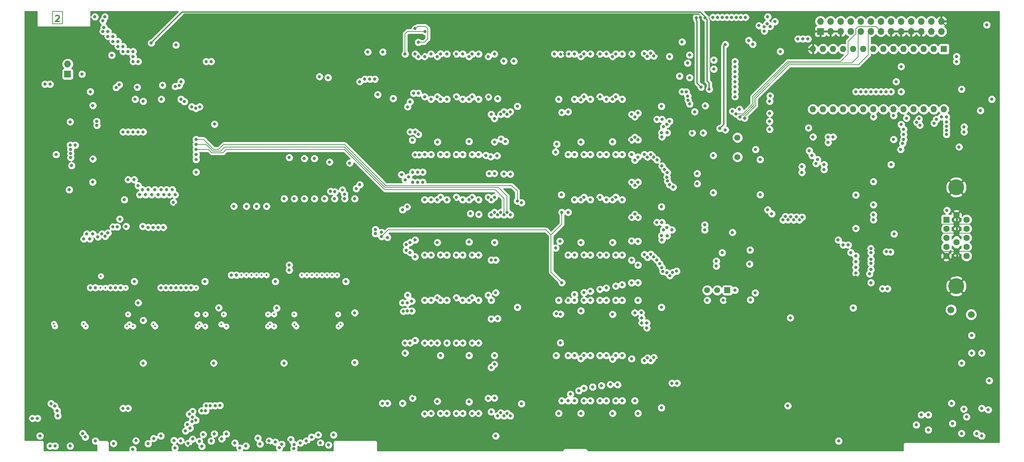
<source format=gbr>
G04 #@! TF.GenerationSoftware,KiCad,Pcbnew,(5.1.5)-3*
G04 #@! TF.CreationDate,2020-09-26T10:43:13+02:00*
G04 #@! TF.ProjectId,968,3936382e-6b69-4636-9164-5f7063625858,rev?*
G04 #@! TF.SameCoordinates,Original*
G04 #@! TF.FileFunction,Copper,L2,Inr*
G04 #@! TF.FilePolarity,Positive*
%FSLAX46Y46*%
G04 Gerber Fmt 4.6, Leading zero omitted, Abs format (unit mm)*
G04 Created by KiCad (PCBNEW (5.1.5)-3) date 2020-09-26 10:43:13*
%MOMM*%
%LPD*%
G04 APERTURE LIST*
%ADD10C,0.300000*%
%ADD11C,1.710000*%
%ADD12C,4.000000*%
%ADD13C,1.600000*%
%ADD14R,1.600000X1.600000*%
%ADD15O,1.700000X1.700000*%
%ADD16R,1.700000X1.700000*%
%ADD17R,1.500000X1.500000*%
%ADD18C,1.500000*%
%ADD19O,1.600000X1.600000*%
%ADD20C,0.800000*%
%ADD21C,0.500000*%
%ADD22C,0.200000*%
%ADD23C,0.350000*%
%ADD24C,0.250000*%
%ADD25C,0.520000*%
%ADD26C,0.500000*%
%ADD27C,0.254000*%
G04 APERTURE END LIST*
D10*
X29416428Y-38691428D02*
X29487857Y-38620000D01*
X29630714Y-38548571D01*
X29987857Y-38548571D01*
X30130714Y-38620000D01*
X30202142Y-38691428D01*
X30273571Y-38834285D01*
X30273571Y-38977142D01*
X30202142Y-39191428D01*
X29345000Y-40048571D01*
X30273571Y-40048571D01*
D11*
X260243000Y-114103000D03*
X255143000Y-112903000D03*
D12*
X256476500Y-106934000D03*
X256476500Y-81934000D03*
D13*
X259057000Y-99279000D03*
X256517000Y-95844000D03*
X256517000Y-98134000D03*
X256517000Y-93554000D03*
X253977000Y-94699000D03*
X256517000Y-91264000D03*
X253977000Y-99279000D03*
X259057000Y-96989000D03*
X253977000Y-96989000D03*
X253977000Y-92409000D03*
X259057000Y-94699000D03*
D14*
X253977000Y-90119000D03*
D13*
X256517000Y-88974000D03*
X259057000Y-92409000D03*
X259057000Y-90119000D03*
D15*
X32385000Y-50800000D03*
D16*
X32385000Y-53340000D03*
D17*
X198755000Y-107950000D03*
D18*
X193675000Y-107950000D03*
X196215000Y-107950000D03*
D15*
X252730000Y-40005000D03*
X252730000Y-42545000D03*
X250190000Y-40005000D03*
X250190000Y-42545000D03*
X247650000Y-40005000D03*
X247650000Y-42545000D03*
X245110000Y-40005000D03*
X245110000Y-42545000D03*
X242570000Y-40005000D03*
X242570000Y-42545000D03*
X240030000Y-40005000D03*
X240030000Y-42545000D03*
X237490000Y-40005000D03*
X237490000Y-42545000D03*
X234950000Y-40005000D03*
X234950000Y-42545000D03*
X232410000Y-40005000D03*
X232410000Y-42545000D03*
X229870000Y-40005000D03*
X229870000Y-42545000D03*
X227330000Y-40005000D03*
X227330000Y-42545000D03*
X224790000Y-40005000D03*
X224790000Y-42545000D03*
X222250000Y-40005000D03*
D16*
X222250000Y-42545000D03*
D19*
X253365000Y-62230000D03*
X220345000Y-46990000D03*
X250825000Y-62230000D03*
X222885000Y-46990000D03*
X248285000Y-62230000D03*
X225425000Y-46990000D03*
X245745000Y-62230000D03*
X227965000Y-46990000D03*
X243205000Y-62230000D03*
X230505000Y-46990000D03*
X240665000Y-62230000D03*
X233045000Y-46990000D03*
X238125000Y-62230000D03*
X235585000Y-46990000D03*
X235585000Y-62230000D03*
X238125000Y-46990000D03*
X233045000Y-62230000D03*
X240665000Y-46990000D03*
X230505000Y-62230000D03*
X243205000Y-46990000D03*
X227965000Y-62230000D03*
X245745000Y-46990000D03*
X225425000Y-62230000D03*
X248285000Y-46990000D03*
X222885000Y-62230000D03*
X250825000Y-46990000D03*
X220345000Y-62230000D03*
D14*
X253365000Y-46990000D03*
D18*
X201295000Y-69395000D03*
X201295000Y-74295000D03*
D20*
X199517000Y-46990000D03*
X58547000Y-45974000D03*
X206375000Y-97790000D03*
X47117000Y-43434000D03*
X86995000Y-102870000D03*
X86995000Y-101600000D03*
X194310000Y-91440000D03*
X194310000Y-92710000D03*
X111760000Y-131445000D03*
X113030000Y-131445000D03*
X184785000Y-122555000D03*
X186055000Y-122555000D03*
X238125000Y-115951000D03*
X239395000Y-115951000D03*
X46355000Y-133350000D03*
X47625000Y-133350000D03*
X23495000Y-131445000D03*
X24765000Y-131445000D03*
X67310000Y-46355000D03*
X68580000Y-46355000D03*
X26670000Y-46990000D03*
X27940000Y-46990000D03*
X261620000Y-48895000D03*
X261620000Y-50165000D03*
X35687000Y-59182000D03*
X184150000Y-53975000D03*
X212090000Y-43180000D03*
X259715000Y-126365000D03*
X259715000Y-136525000D03*
X232410000Y-112395000D03*
X45165000Y-147875000D03*
X35560000Y-147320000D03*
X30475000Y-147325000D03*
X38095000Y-147385010D03*
X200025000Y-92075000D03*
X198755000Y-110490000D03*
X88265000Y-78232000D03*
X104775000Y-80772000D03*
X102235000Y-80645000D03*
X98425000Y-79375000D03*
X43434000Y-53340000D03*
X64770000Y-76200000D03*
X62611000Y-82550000D03*
X46355000Y-86360000D03*
X48641000Y-82550000D03*
X38690998Y-82530060D03*
X182245000Y-88900000D03*
X182245000Y-114300000D03*
X182067200Y-139674600D03*
X182245000Y-63500000D03*
X121615000Y-95809000D03*
X128778000Y-119634000D03*
X137615000Y-95811000D03*
X128270000Y-93980000D03*
X130302000Y-95758000D03*
X129615000Y-136144000D03*
X145796000Y-97282000D03*
X145796000Y-122682000D03*
X145971500Y-114935000D03*
X71120000Y-65024000D03*
X73660000Y-63754000D03*
X93091000Y-146939000D03*
X104775000Y-121920000D03*
X96202500Y-147637500D03*
X79351603Y-146081861D03*
X83030471Y-147087269D03*
X87909241Y-146356223D03*
X52705000Y-109855000D03*
X51435000Y-121920000D03*
X68580000Y-121920000D03*
X104775000Y-109220000D03*
X53670000Y-118440000D03*
X53670000Y-105740000D03*
X71425000Y-105740000D03*
X89205000Y-105740000D03*
X71450000Y-118440000D03*
X50820000Y-147320000D03*
X56344106Y-147620906D03*
X69215000Y-109666010D03*
X36759845Y-120142000D03*
X90043000Y-119634000D03*
X84952717Y-110541417D03*
X86929990Y-121920000D03*
X69279576Y-147316412D03*
X72081349Y-146444856D03*
X36811621Y-106934000D03*
X69850000Y-71120000D03*
X129540000Y-70358000D03*
X137615000Y-70411000D03*
X145542000Y-89535000D03*
X121615000Y-70409000D03*
X145796000Y-71882000D03*
X120015000Y-83820000D03*
X121615000Y-124460000D03*
X129623449Y-124436385D03*
X137615000Y-124460000D03*
X157810000Y-120955000D03*
X173810000Y-124460000D03*
X173810000Y-135890000D03*
X158115000Y-139141162D03*
X157810000Y-59690000D03*
X173810000Y-59690000D03*
X165810000Y-59690000D03*
X137615000Y-110490000D03*
X129615000Y-110490000D03*
X215530000Y-108320000D03*
X173810000Y-110490000D03*
X165810000Y-99695000D03*
X173810000Y-99060000D03*
X157810000Y-109855000D03*
X157810000Y-85090000D03*
X28575000Y-66040000D03*
X145542000Y-140335000D03*
X59820000Y-86490000D03*
X76047000Y-92918655D03*
X92088250Y-90678000D03*
X94615000Y-90678000D03*
X97155000Y-90678000D03*
X102235000Y-90678000D03*
X104775000Y-90678000D03*
X89535000Y-90678000D03*
X99675157Y-90492898D03*
X65720000Y-84775000D03*
X165810000Y-121285000D03*
X165810000Y-139065000D03*
X157810000Y-95885000D03*
X181989416Y-97276893D03*
X165810000Y-85090000D03*
X173810000Y-85090000D03*
X204430000Y-107275000D03*
X128778000Y-68834000D03*
X145971500Y-63500000D03*
X137615000Y-59690000D03*
X129615000Y-59690000D03*
X206197908Y-77916723D03*
X190562500Y-96582500D03*
X165810000Y-70485000D03*
X157804436Y-70493849D03*
X29210000Y-142240000D03*
X173810000Y-70665000D03*
X118745000Y-107950000D03*
X58320000Y-59690000D03*
X64320000Y-59690000D03*
X44320000Y-59690000D03*
X52820000Y-59690000D03*
X214880000Y-78105000D03*
X220080000Y-78105000D03*
X231775000Y-80125000D03*
X227880000Y-78105000D03*
X240030000Y-83820000D03*
X231140000Y-85825000D03*
X231140000Y-89535000D03*
X231140000Y-87630000D03*
X231165000Y-107925000D03*
X231140000Y-104675000D03*
X240030000Y-78740000D03*
X180987038Y-48100952D03*
X173810000Y-48895000D03*
X165807719Y-48895000D03*
X137615000Y-48260000D03*
X129540000Y-48895000D03*
X121615000Y-48260000D03*
X144780000Y-48260000D03*
X48320000Y-86360000D03*
X54320000Y-85725000D03*
X58117500Y-53672500D03*
X242697000Y-87630000D03*
X253936500Y-138811000D03*
X266570000Y-133220000D03*
X264795000Y-67945000D03*
X255270000Y-130810000D03*
X258445000Y-59690000D03*
X217805000Y-69850000D03*
X200660000Y-60325000D03*
X227965000Y-73660000D03*
X196850000Y-68580000D03*
X195199000Y-85598000D03*
X195199000Y-76200000D03*
X189835000Y-67183000D03*
X191989998Y-39046653D03*
X227681000Y-75849000D03*
X231172500Y-75786500D03*
X237871000Y-71120000D03*
X237871000Y-71882000D03*
X237871000Y-72644000D03*
X38685000Y-85775000D03*
X43320000Y-86601000D03*
X38735000Y-73270486D03*
X38735000Y-78275000D03*
X38735000Y-67275000D03*
X63358759Y-147471808D03*
X241635000Y-146477000D03*
X218775000Y-146131000D03*
X165100000Y-146558000D03*
X118110000Y-59055000D03*
X181012006Y-125603744D03*
X165810000Y-113665000D03*
X181036795Y-73704448D03*
X157743456Y-48281277D03*
X119761000Y-134239000D03*
X137628006Y-138788666D03*
X137613837Y-88258610D03*
X129615000Y-85090000D03*
X265430000Y-139573000D03*
X116459000Y-47752000D03*
X113030000Y-47752000D03*
X164683771Y-44133519D03*
X128014562Y-45301123D03*
X61087000Y-45974000D03*
X239649000Y-86360000D03*
X239649000Y-88900000D03*
X239649000Y-91440000D03*
X242697000Y-91440000D03*
X190182500Y-77660500D03*
X190053999Y-80710001D03*
X192659000Y-72009000D03*
X212090000Y-78105000D03*
X38259990Y-41877010D03*
X47117000Y-41148000D03*
X43066749Y-38989630D03*
X189865000Y-72009000D03*
X195072000Y-53594000D03*
X88265000Y-102870000D03*
X88265000Y-101600000D03*
X193040000Y-91440000D03*
X193040000Y-92710000D03*
X111760000Y-136525000D03*
X113030000Y-136525000D03*
X184785000Y-131445000D03*
X186055000Y-131445000D03*
X239141000Y-107569000D03*
X237871000Y-107569000D03*
X46355000Y-137795000D03*
X47625000Y-137795000D03*
X23495000Y-140335000D03*
X24765000Y-140335000D03*
X67310000Y-50165000D03*
X68580000Y-50165000D03*
X26670000Y-55880000D03*
X27940000Y-55880000D03*
X256540000Y-48895000D03*
X256540000Y-50165000D03*
X184150000Y-48895000D03*
X264160000Y-40894000D03*
X265430000Y-59690000D03*
X255270000Y-136525000D03*
X242570000Y-51435000D03*
X257810000Y-57150000D03*
X33015000Y-147325000D03*
X27940000Y-147320000D03*
X234950000Y-106045000D03*
X207010000Y-74930000D03*
X200025000Y-93345000D03*
X94628250Y-74669905D03*
X92088250Y-74669905D03*
X88265000Y-74422000D03*
X103505000Y-75819000D03*
X98425000Y-75565000D03*
X89548250Y-84829905D03*
X92088250Y-84829905D03*
X94628250Y-84829905D03*
X97168250Y-84829905D03*
X99708250Y-84829905D03*
X102248250Y-84829905D03*
X104788250Y-84829905D03*
X64770000Y-78105000D03*
X46687500Y-85090000D03*
X38690998Y-80625060D03*
X33020000Y-65405000D03*
X56295378Y-56146772D03*
X156210000Y-110490000D03*
X156210000Y-139065000D03*
X182125000Y-86875000D03*
X182125000Y-112275000D03*
X182125000Y-137675000D03*
X145789000Y-112275000D03*
X125615000Y-95873000D03*
X133615000Y-95758000D03*
X146832284Y-136635142D03*
X118110000Y-61595000D03*
X104775000Y-126224999D03*
X104775000Y-113665000D03*
X50165000Y-111125000D03*
X51435000Y-126365000D03*
X69215000Y-126365000D03*
X102540000Y-105740000D03*
X84785000Y-105740000D03*
X67005000Y-105740000D03*
X49200000Y-105740000D03*
X59438220Y-147804301D03*
X66224840Y-147370552D03*
X86929990Y-126365000D03*
X70485000Y-112395000D03*
X85090000Y-112460010D03*
X51435000Y-115570000D03*
X69427379Y-65975010D03*
X145789000Y-61475000D03*
X133604000Y-70358000D03*
X146832284Y-85835142D03*
X117997000Y-86882000D03*
X125615000Y-136005000D03*
X133604000Y-124460000D03*
X125615000Y-121285000D03*
X169810000Y-114035000D03*
X182125000Y-61475000D03*
X214630000Y-114935000D03*
X133615000Y-110490000D03*
X133615000Y-136155000D03*
X125615000Y-109855000D03*
X161810000Y-139065000D03*
X156210000Y-59690000D03*
X59055000Y-85725000D03*
X45387500Y-56033894D03*
X74308250Y-86734905D03*
X77483250Y-86734905D03*
X80023250Y-86734905D03*
X82563250Y-86734905D03*
X86990568Y-84822807D03*
X169810000Y-125360000D03*
X169810000Y-139065000D03*
X161810000Y-95885000D03*
X169810000Y-95885000D03*
X161810000Y-85090000D03*
X169810000Y-85090000D03*
X205780000Y-108625000D03*
X161803767Y-125250187D03*
X125649356Y-70485000D03*
X161810000Y-59805000D03*
X169810000Y-59690000D03*
X133615000Y-59690000D03*
X169787184Y-70426694D03*
X161810000Y-70485000D03*
X125615000Y-59055000D03*
X116840000Y-111125000D03*
X116840000Y-136525000D03*
X48808566Y-148134797D03*
X85797345Y-147759477D03*
X230480000Y-112420000D03*
X231140000Y-92325000D03*
X240030000Y-76200000D03*
X156891682Y-83829582D03*
X169810000Y-48895000D03*
X133615000Y-48895000D03*
X125615000Y-48895000D03*
X161798000Y-48895000D03*
X242570000Y-57785000D03*
X255539000Y-141653500D03*
X260350000Y-123825000D03*
X262890000Y-123825000D03*
X257810000Y-126365000D03*
X212090000Y-47625000D03*
X219407500Y-72692500D03*
X225425000Y-69215000D03*
X220345000Y-69215000D03*
X36019500Y-53340000D03*
X224156995Y-70636573D03*
X195199000Y-83312000D03*
X195199000Y-73914000D03*
X89435485Y-147967320D03*
X74549000Y-146558000D03*
X29464000Y-73660000D03*
X226822000Y-146050000D03*
X161803535Y-113156437D03*
X133615000Y-85090000D03*
X125615000Y-85090000D03*
X204343000Y-101346000D03*
X111887000Y-47752000D03*
X108077000Y-47752000D03*
X240792000Y-93726000D03*
X254127000Y-87757000D03*
D21*
X95250000Y-104140000D03*
D20*
X49595001Y-145984999D03*
D21*
X92710000Y-104140000D03*
D20*
X52668234Y-146721766D03*
D21*
X82550000Y-104140000D03*
D20*
X54087980Y-145415000D03*
D21*
X80010000Y-104140000D03*
D20*
X55880000Y-144780000D03*
D21*
X77470000Y-104140000D03*
D20*
X59181618Y-145923382D03*
X74930000Y-104140000D03*
X60892213Y-146010500D03*
D21*
X64770000Y-107315000D03*
D20*
X62790263Y-146613206D03*
X62230000Y-107315000D03*
X62103000Y-143510000D03*
X59690000Y-107315000D03*
X62611000Y-141902689D03*
X57150000Y-107315000D03*
X64709516Y-140791463D03*
D21*
X46990000Y-107315000D03*
D20*
X63051600Y-139287299D03*
X66167000Y-138430000D03*
X44450000Y-107315000D03*
D21*
X41917916Y-107307084D03*
D20*
X67310000Y-137160000D03*
X39370000Y-107315000D03*
X69582419Y-137145338D03*
X99441000Y-144526000D03*
D21*
X100330000Y-104140000D03*
X99060000Y-104140000D03*
X97790000Y-104140000D03*
X96520000Y-104140000D03*
X93980000Y-104140000D03*
X91440000Y-104140000D03*
X81280000Y-104140000D03*
X78740000Y-104140000D03*
X76200000Y-104140000D03*
D20*
X73660000Y-104140000D03*
X63500000Y-107315000D03*
X60960000Y-107315000D03*
X63906162Y-145560441D03*
X63256066Y-142799044D03*
X58420000Y-107315000D03*
X65607422Y-146101578D03*
X63738581Y-141123801D03*
X55880000Y-107315000D03*
X63891177Y-140047261D03*
X66586810Y-144395457D03*
X68580000Y-146050000D03*
X63909401Y-138585639D03*
X45720000Y-107315000D03*
X43180000Y-107315000D03*
X67179984Y-138425028D03*
X69364921Y-144259646D03*
D21*
X40640000Y-107315000D03*
D20*
X71247000Y-145542000D03*
X68322487Y-137149417D03*
X38100000Y-107315000D03*
X72390000Y-144272000D03*
X70794062Y-137045027D03*
X75814528Y-147832472D03*
X77343000Y-147320000D03*
X80358369Y-145320631D03*
X80899000Y-146812000D03*
X83185000Y-146050000D03*
X84743607Y-146320337D03*
X86385217Y-146884348D03*
X88673964Y-145696964D03*
X89536379Y-146954105D03*
X91059000Y-146558000D03*
X92583000Y-146043127D03*
X93887974Y-145068974D03*
X95567500Y-144526000D03*
X96139000Y-146558000D03*
X98171000Y-147066000D03*
X25400000Y-144780000D03*
X38735000Y-61275000D03*
X209423000Y-60198000D03*
X39243000Y-38862000D03*
X208915000Y-87630000D03*
X41783000Y-38862000D03*
D21*
X100711000Y-117094000D03*
X47371000Y-117094000D03*
X65151000Y-117094000D03*
X82931000Y-117094000D03*
X36915104Y-117096309D03*
X48895000Y-117094000D03*
X54483000Y-117094000D03*
X84455000Y-117094000D03*
X90043000Y-117094000D03*
X72390000Y-117094000D03*
X67056000Y-117094000D03*
X29180279Y-117083247D03*
D20*
X38735000Y-74775000D03*
D21*
X84455000Y-114046000D03*
X89535000Y-114046000D03*
X100574000Y-114046000D03*
X71755000Y-114046000D03*
X82931000Y-114046000D03*
X65014000Y-114038394D03*
X67136072Y-114038394D03*
X47625000Y-114038394D03*
X40767000Y-104394000D03*
D20*
X32790146Y-82550000D03*
X28207902Y-136600259D03*
X33394293Y-76456078D03*
X29106927Y-137201103D03*
X34290000Y-71288637D03*
X29743081Y-138414035D03*
X39740757Y-65288243D03*
X29916416Y-139700000D03*
X36831884Y-145055149D03*
X33147000Y-74422000D03*
X39370000Y-146050000D03*
X33147000Y-73406000D03*
X36195000Y-144145000D03*
X33020000Y-71292803D03*
X33112958Y-72345223D03*
D21*
X101219000Y-116586000D03*
X65659000Y-116543990D03*
X83439000Y-116543990D03*
X54017010Y-116543990D03*
X89577001Y-116543999D03*
X71120000Y-116543990D03*
X47921010Y-116543990D03*
X36425711Y-116452874D03*
X28903269Y-116440385D03*
D20*
X39751000Y-66294000D03*
X113030000Y-94615000D03*
X118745000Y-60325000D03*
X116840000Y-87630000D03*
X119380000Y-80645000D03*
X119380000Y-78105000D03*
X117475000Y-121285000D03*
X119380000Y-135255000D03*
X118110000Y-109220000D03*
X117475000Y-123825000D03*
X117053488Y-113296892D03*
X117780464Y-97869194D03*
X117819469Y-96397814D03*
X118745000Y-67945000D03*
X119296852Y-70026102D03*
X43815000Y-91948000D03*
X122415000Y-139205000D03*
X158610000Y-135890000D03*
X124015000Y-139065000D03*
X160210000Y-135890000D03*
X159174990Y-134219990D03*
X126415000Y-139065000D03*
X162610000Y-135890000D03*
X161290000Y-133350000D03*
X128015000Y-139065000D03*
X164210000Y-135890000D03*
X162560000Y-132715000D03*
X130415000Y-139065000D03*
X166610000Y-135890000D03*
X164782500Y-132397500D03*
X132015000Y-139065000D03*
X168210000Y-135890000D03*
X167005000Y-132080000D03*
X134415000Y-139065000D03*
X170610000Y-135890000D03*
X169223803Y-131766197D03*
X136015000Y-139065000D03*
X172210000Y-135890000D03*
X171075070Y-131819930D03*
X106045000Y-81280000D03*
X56515000Y-92075000D03*
X139215000Y-110490000D03*
X139215000Y-127485000D03*
X139189656Y-115203128D03*
X139215000Y-100330000D03*
X139215000Y-88900000D03*
X138682605Y-78489620D03*
X118375949Y-79315605D03*
X139215000Y-63500000D03*
X139212281Y-138678499D03*
X139215000Y-85090000D03*
X139066506Y-74215235D03*
X47117000Y-91821000D03*
X176210000Y-110490000D03*
X176210000Y-139065000D03*
X176210000Y-80645000D03*
X176210000Y-63185000D03*
X176210000Y-89535000D03*
X176210000Y-95565000D03*
X176210000Y-106045000D03*
X176210000Y-74295000D03*
X176205972Y-69942177D03*
X140335000Y-144780000D03*
X140015000Y-135194000D03*
X140015000Y-126685000D03*
X140794975Y-115110025D03*
X140335000Y-108585000D03*
X140335000Y-100330000D03*
X140015000Y-88265000D03*
X140015000Y-84455000D03*
X140015491Y-78436705D03*
X176210000Y-101600000D03*
X51308000Y-91817478D03*
X116563108Y-78729700D03*
X140010993Y-64569026D03*
X111551735Y-93316676D03*
X140677765Y-73961923D03*
X137870678Y-73867530D03*
X170610000Y-124460000D03*
X134415000Y-121285000D03*
X138430000Y-48895000D03*
X174625000Y-63500000D03*
X174625000Y-89535000D03*
X174612094Y-125271378D03*
X174612094Y-106057906D03*
X174625000Y-80645000D03*
X174625000Y-48260000D03*
X174603174Y-69961677D03*
X174604627Y-95469801D03*
X174610000Y-73660000D03*
X174610000Y-100345000D03*
X136015000Y-121285000D03*
X172210000Y-124460000D03*
X164210000Y-124460000D03*
X128015000Y-121285000D03*
X166610000Y-124460000D03*
X130415000Y-121285000D03*
X168210000Y-124460000D03*
X132015000Y-121285000D03*
X121920000Y-80645000D03*
X121920000Y-78105000D03*
X120015000Y-95250000D03*
X120015000Y-120650000D03*
X119176749Y-113177597D03*
X119176749Y-110693251D03*
X120815000Y-68580000D03*
X120815000Y-48895000D03*
X120811216Y-58145952D03*
X120018349Y-41839661D03*
X120816670Y-45305659D03*
X120006031Y-99496816D03*
X121058200Y-73711092D03*
X160210000Y-124460000D03*
X124015000Y-121285000D03*
X158610000Y-124460000D03*
X122415000Y-121285000D03*
X162610000Y-124460000D03*
X126415000Y-124460000D03*
X120650000Y-80645000D03*
X120650000Y-78105000D03*
X118745000Y-95885000D03*
X118745000Y-98425000D03*
X118745000Y-121285000D03*
X118075952Y-113164414D03*
X118075952Y-111159048D03*
X120015000Y-67945000D03*
X120015000Y-48260000D03*
X119634163Y-58165836D03*
X117475000Y-48260000D03*
X120015887Y-73692888D03*
X122486103Y-42540485D03*
X122415000Y-110490000D03*
X158610000Y-110490000D03*
X124015000Y-110490000D03*
X160210000Y-110490000D03*
X160210000Y-109030000D03*
X126415000Y-110490000D03*
X162610000Y-110490000D03*
X162610000Y-108535000D03*
X162610000Y-108535000D03*
X128015000Y-110490000D03*
X164210000Y-110490000D03*
X164210000Y-108205000D03*
X130415000Y-109855000D03*
X166610000Y-110490000D03*
X166610000Y-107710000D03*
X132015000Y-110490000D03*
X168210000Y-110490000D03*
X168210000Y-107380000D03*
X170610000Y-110490000D03*
X170610000Y-106885000D03*
X134415000Y-109855000D03*
X172210000Y-110490000D03*
X136015000Y-110490000D03*
X172210000Y-106555000D03*
X134415000Y-99060000D03*
X170610000Y-99060000D03*
X181716223Y-101278987D03*
X136015000Y-99060000D03*
X172210000Y-99060000D03*
X180975000Y-100330000D03*
X128015000Y-99060000D03*
X164210000Y-99060000D03*
X183515000Y-103505000D03*
X130415000Y-99060000D03*
X166610000Y-99060000D03*
X182508011Y-103203735D03*
X132015000Y-99060000D03*
X168210000Y-99060000D03*
X182245000Y-102235000D03*
X124015000Y-99060000D03*
X160210000Y-99060000D03*
X184954886Y-103472537D03*
X122415000Y-99060000D03*
X158610000Y-99060000D03*
X185932678Y-103128661D03*
X126415000Y-99010000D03*
X162610000Y-99010000D03*
X184231825Y-104254561D03*
X182245000Y-95250000D03*
X158610000Y-88265000D03*
X122415000Y-85090000D03*
X160210000Y-85090000D03*
X182157792Y-94144821D03*
X124018047Y-85090000D03*
X126425739Y-84455000D03*
X162610000Y-84455000D03*
X183590659Y-94183709D03*
X164210000Y-85090000D03*
X182636219Y-92692896D03*
X128015000Y-85090000D03*
X183515000Y-92075000D03*
X130415000Y-84455000D03*
X166610000Y-84455000D03*
X168210000Y-85090000D03*
X184785000Y-92710000D03*
X132000214Y-85090000D03*
X182245000Y-90805000D03*
X170610000Y-84455000D03*
X134415000Y-84455000D03*
X172210000Y-85090000D03*
X180975000Y-90805000D03*
X136016767Y-85090000D03*
X182245000Y-76531500D03*
X170610000Y-73660000D03*
X134415000Y-73660000D03*
X180998554Y-75018915D03*
X172210000Y-73660000D03*
X136015000Y-73660000D03*
X183515000Y-79375000D03*
X164210000Y-73660000D03*
X128015000Y-73660000D03*
X183598492Y-78197376D03*
X166610000Y-73660000D03*
X130415000Y-73660000D03*
X182880000Y-77470000D03*
X168210000Y-73660000D03*
X132015000Y-73660000D03*
X184150000Y-81280000D03*
X160210000Y-73660000D03*
X124015000Y-73660000D03*
X185092059Y-81898917D03*
X158610000Y-73660000D03*
X122415000Y-73660000D03*
X183659672Y-80377723D03*
X162610000Y-73660000D03*
X126415000Y-73660000D03*
X162610000Y-48210000D03*
X126415000Y-48210000D03*
X158750000Y-48260000D03*
X122415000Y-48895000D03*
X160210000Y-48260000D03*
X124015000Y-48260000D03*
X132015000Y-48260000D03*
X168210000Y-48260000D03*
X130415000Y-48260000D03*
X166610000Y-48260000D03*
X128015000Y-48260000D03*
X164210000Y-48260000D03*
X136015000Y-48260000D03*
X172210000Y-48260000D03*
X207010000Y-83820000D03*
X205867000Y-72390000D03*
X134415000Y-48260000D03*
X170610000Y-48260000D03*
X180975000Y-64770000D03*
X172210000Y-59690000D03*
X136015000Y-59690000D03*
X170610000Y-59055000D03*
X134415000Y-59055000D03*
X182268655Y-64761925D03*
X168210000Y-59690000D03*
X132000214Y-59690000D03*
X184179606Y-65246392D03*
X183515000Y-66040000D03*
X166610000Y-59055000D03*
X130415000Y-59055000D03*
X182636219Y-66657896D03*
X164210000Y-59690000D03*
X128015000Y-59690000D03*
X183590659Y-68148709D03*
X162610000Y-59055000D03*
X126421972Y-59690000D03*
X182157792Y-68109821D03*
X160210000Y-59690000D03*
X124015000Y-59690000D03*
X158610000Y-62865000D03*
X182245000Y-69215000D03*
X122415000Y-59055000D03*
X155595803Y-113895480D03*
X155455000Y-97275000D03*
X155575000Y-124460000D03*
X155149604Y-48237701D03*
X155424848Y-73025000D03*
X156527500Y-95567500D03*
X156673109Y-113996096D03*
X156664646Y-121232460D03*
X155727075Y-71013164D03*
X156743652Y-48314209D03*
X140015000Y-124460000D03*
X37211000Y-93726000D03*
X55245000Y-92075000D03*
X175410000Y-113665000D03*
X175410000Y-135890000D03*
X175410000Y-64135000D03*
X175410000Y-88750000D03*
X175410000Y-81430000D03*
X175414740Y-75092100D03*
X175417149Y-69293011D03*
X117493516Y-80079249D03*
X105147391Y-82274871D03*
X138430000Y-135255000D03*
X36449000Y-94996000D03*
X140034379Y-95885000D03*
X38735000Y-93726000D03*
X37973000Y-94996000D03*
X138430000Y-109220000D03*
X157010000Y-135890000D03*
X44866541Y-91955147D03*
X157010000Y-63030000D03*
X157010000Y-88265000D03*
X157010000Y-106045000D03*
X111544417Y-94385277D03*
X41021000Y-93726000D03*
X140015000Y-70485000D03*
X40005000Y-94488000D03*
X138430000Y-84455000D03*
X138493500Y-59118500D03*
X41855671Y-94304877D03*
X140015000Y-48260000D03*
X114496970Y-59493030D03*
X110587524Y-58533055D03*
X42545000Y-93472000D03*
X64770000Y-74930000D03*
X140815000Y-139700000D03*
X140815000Y-88900000D03*
X51435000Y-67945000D03*
X133975733Y-88587996D03*
X109962431Y-93650413D03*
X136069232Y-88777250D03*
X64770000Y-73660000D03*
X141615000Y-138928000D03*
X141615000Y-88255000D03*
X50165000Y-67945000D03*
X110002307Y-92612388D03*
X64770000Y-72390000D03*
X142415000Y-139700000D03*
X142415000Y-88900000D03*
X48895000Y-67945000D03*
X64770000Y-71120000D03*
X143215000Y-139065000D03*
X143215000Y-88265000D03*
X47625000Y-67945000D03*
X64770000Y-69850000D03*
X144015000Y-139700000D03*
X144015000Y-88900000D03*
X46355000Y-67945000D03*
X145771167Y-85394610D03*
X180210000Y-124971000D03*
X180210000Y-74295000D03*
X102227231Y-83741330D03*
X144015000Y-78610000D03*
X53975000Y-92075000D03*
X52705000Y-92075000D03*
X179410000Y-73660000D03*
X142398246Y-78539812D03*
X101661748Y-82597219D03*
X179410000Y-125730000D03*
X178610000Y-125047000D03*
X178610000Y-74295000D03*
X142748000Y-70358000D03*
X99767413Y-83080862D03*
X177810000Y-73650000D03*
X141670162Y-69742797D03*
X98686817Y-82965179D03*
X177800000Y-125730000D03*
X187325000Y-57785000D03*
X177020479Y-113647471D03*
X140822943Y-59542943D03*
X177165000Y-114935000D03*
X141605000Y-63500000D03*
X188357145Y-57792064D03*
X177165000Y-116205000D03*
X142415000Y-62865000D03*
X188760020Y-58889980D03*
X178435000Y-116205000D03*
X143215000Y-63500000D03*
X188845294Y-59930901D03*
X178435000Y-117475000D03*
X144015000Y-62865000D03*
X189246612Y-60871485D03*
X180210000Y-99571000D03*
X180210000Y-48771000D03*
X106045000Y-55245000D03*
X142367000Y-50038000D03*
X144907000Y-50038000D03*
X179410000Y-98847000D03*
X179410000Y-48047000D03*
X107315000Y-54610000D03*
X178610000Y-99647000D03*
X178610000Y-48847000D03*
X108585000Y-54610000D03*
X177810000Y-98923000D03*
X177810000Y-48123000D03*
X109855000Y-54610000D03*
X59501468Y-83819498D03*
X58761666Y-82550000D03*
X58048485Y-83803728D03*
X57348484Y-82550000D03*
X56640088Y-83814561D03*
X55940087Y-82550000D03*
X55237532Y-83821493D03*
X54383391Y-82550614D03*
X53574888Y-83820796D03*
X52705000Y-82550000D03*
X51980347Y-83819910D03*
X51266485Y-82550000D03*
X50563972Y-83809545D03*
X50165000Y-81534000D03*
X49149000Y-80010000D03*
X47625000Y-80010000D03*
X204470000Y-97790000D03*
X43942000Y-146685000D03*
X29205000Y-147325000D03*
X231140000Y-83875000D03*
X235585000Y-80518000D03*
X235585000Y-88900000D03*
X235585000Y-90170000D03*
X194183000Y-57150000D03*
X193167000Y-39100617D03*
X53467000Y-45466000D03*
X191135000Y-81026000D03*
X224155000Y-69215000D03*
X219202000Y-66929000D03*
X198247000Y-67437000D03*
X189230000Y-54229000D03*
X44616765Y-56719735D03*
X41275000Y-39878000D03*
X191135000Y-78486000D03*
X192151000Y-56642000D03*
X190933663Y-39089251D03*
X209423000Y-67310000D03*
X49911000Y-56642000D03*
X189230000Y-48514000D03*
X209423000Y-63246000D03*
X49403000Y-59690000D03*
X195326000Y-49784000D03*
X56007000Y-59690000D03*
X98044000Y-54229000D03*
X209411289Y-65278000D03*
X220091000Y-73914000D03*
X221499092Y-74933132D03*
X201803000Y-62230000D03*
X223139000Y-76200000D03*
X235585000Y-86360000D03*
X260350000Y-119380000D03*
X242951000Y-70866000D03*
X243205000Y-69850000D03*
X243205000Y-68580000D03*
X243205000Y-67310000D03*
X242570000Y-66040000D03*
X246515433Y-65528044D03*
X243939863Y-64461221D03*
X235585000Y-64109600D03*
X247289247Y-66259631D03*
X247084351Y-64616326D03*
X240665000Y-63830200D03*
X231140000Y-57785000D03*
X250902457Y-65743006D03*
X232410000Y-57785000D03*
X251460000Y-64770000D03*
X233680000Y-57785000D03*
X252730000Y-64135000D03*
X234950000Y-57785000D03*
X254000000Y-64135000D03*
X236220000Y-57785000D03*
X254000000Y-65405000D03*
X237490000Y-57785000D03*
X254005548Y-66529440D03*
X238760000Y-57785000D03*
X254013163Y-67534648D03*
X240030000Y-57785000D03*
X254000000Y-68580000D03*
X213995000Y-137160000D03*
X258445000Y-66675000D03*
X242443000Y-72390000D03*
X240665000Y-69850000D03*
X258445000Y-67945000D03*
X204143362Y-44831318D03*
X195326000Y-52070000D03*
X205150159Y-45772455D03*
X188721511Y-50541788D03*
X219075000Y-44450000D03*
X217805000Y-44450000D03*
X200914000Y-63373000D03*
X216535000Y-44450000D03*
X203089511Y-64474640D03*
X201930000Y-64135000D03*
X186690000Y-53848000D03*
X193167000Y-61341000D03*
X212758032Y-90183972D03*
X200660000Y-59055000D03*
X213356116Y-89314032D03*
X200660000Y-57785000D03*
X200660000Y-56515000D03*
X214056380Y-90153161D03*
X200660000Y-55245000D03*
X214763307Y-89375483D03*
X200660000Y-53975000D03*
X215472664Y-90187556D03*
X200660000Y-52705000D03*
X216180734Y-89423085D03*
X200660000Y-51435000D03*
X216890844Y-90182172D03*
X217608768Y-89471299D03*
X200660000Y-50165000D03*
X47625000Y-47625000D03*
X234929792Y-97406112D03*
X257175000Y-71755000D03*
X208796213Y-40603274D03*
X48895000Y-47625000D03*
X229870000Y-98425000D03*
X208079144Y-41406753D03*
X48895000Y-48895000D03*
X234950000Y-98425000D03*
X206721055Y-41087434D03*
X231151552Y-99285871D03*
X45085000Y-46355000D03*
X203327000Y-38983375D03*
X259080000Y-139954000D03*
X264541000Y-138176000D03*
X264795000Y-130810000D03*
X234950000Y-100125000D03*
X45085000Y-45085000D03*
X202154552Y-38983375D03*
X231154849Y-100706510D03*
X43815000Y-45085000D03*
X200982108Y-38983375D03*
X199809664Y-38983375D03*
X234942034Y-101132347D03*
X43815000Y-43815000D03*
X198637220Y-38983375D03*
X262890000Y-137795000D03*
X231130111Y-102139411D03*
X42545000Y-43815000D03*
X197464776Y-38983375D03*
X262890000Y-144780000D03*
X234950000Y-102725000D03*
X42545000Y-42545000D03*
X196292332Y-38983375D03*
X231146776Y-103650130D03*
X41275000Y-42545000D03*
X234632500Y-103822500D03*
X195119888Y-38983375D03*
X41529000Y-41529000D03*
X50165000Y-50165000D03*
X190500000Y-62865000D03*
X226695000Y-95250000D03*
X209550000Y-41275000D03*
X187325000Y-45212000D03*
X189865000Y-68199000D03*
X192659000Y-68199000D03*
X204585000Y-110375000D03*
X249428000Y-139446000D03*
X200660000Y-107950000D03*
X246380000Y-141986000D03*
X48895000Y-50165000D03*
X209537785Y-58832825D03*
X209931000Y-88646000D03*
X208079256Y-42464597D03*
X46355000Y-47625000D03*
X229235000Y-96520000D03*
X208915000Y-38843779D03*
X227965000Y-96520000D03*
X210765084Y-40059916D03*
X46355000Y-46355000D03*
X43512500Y-48562500D03*
X95885000Y-53975000D03*
X38100000Y-57785000D03*
X51435000Y-60198000D03*
X258381500Y-137985500D03*
X200025000Y-62738000D03*
X249428000Y-143256000D03*
X257810000Y-144145000D03*
X241300000Y-55245000D03*
X262572500Y-62547500D03*
X197452500Y-98457500D03*
X65678843Y-61586680D03*
X64728305Y-61991655D03*
X63697266Y-61596255D03*
X61823621Y-60280411D03*
X60960000Y-59690000D03*
X59530045Y-56438245D03*
X60521625Y-56218355D03*
X60960000Y-55245000D03*
X193675000Y-110490000D03*
X217551000Y-76708000D03*
X217549008Y-78191308D03*
X223139000Y-77470000D03*
X221107000Y-75946000D03*
X197739000Y-110490000D03*
X195961000Y-100584000D03*
X195961000Y-101854000D03*
X239903000Y-98298000D03*
X238823500Y-98234500D03*
X261620000Y-144145000D03*
X247650000Y-139446000D03*
X198247000Y-45847000D03*
X59686976Y-45965372D03*
X196850000Y-67056000D03*
X45529500Y-89979500D03*
D22*
X31115000Y-38100000D02*
X31115000Y-40640000D01*
X31115000Y-40640000D02*
X28575000Y-40640000D01*
X28575000Y-40640000D02*
X28575000Y-37465000D01*
X28575000Y-37465000D02*
X31115000Y-37465000D01*
X31115000Y-37465000D02*
X31115000Y-38100000D01*
X194437000Y-48641000D02*
X194437000Y-52832000D01*
D23*
X193167000Y-57658000D02*
X193167000Y-56134000D01*
X193167000Y-56134000D02*
X192151000Y-55118000D01*
D24*
X104140000Y-121920000D02*
X104775000Y-121920000D01*
X104775000Y-121285000D02*
X104775000Y-121920000D01*
X104775000Y-122555000D02*
X104775000Y-121920000D01*
X104775000Y-121920000D02*
X105410000Y-121920000D01*
D22*
X256990000Y-93535500D02*
X253365000Y-93535500D01*
X257302000Y-93535500D02*
X260142000Y-93535500D01*
X257250000Y-91249500D02*
X260225000Y-91249500D01*
D25*
X256667000Y-89019000D02*
X256667000Y-93599000D01*
D22*
X257429000Y-98107500D02*
X260134000Y-98107500D01*
X256311500Y-98185000D02*
X253301500Y-98185000D01*
X256869000Y-91249500D02*
X252984000Y-91249500D01*
D26*
X256730500Y-98107500D02*
X256730500Y-100177500D01*
D23*
X252730000Y-40005000D02*
X254000000Y-40005000D01*
X252730000Y-40005000D02*
X254000000Y-41275000D01*
D22*
X157743456Y-48281277D02*
X157743456Y-46091544D01*
X157743456Y-48281277D02*
X157743456Y-49901544D01*
X194437000Y-48641000D02*
X194437000Y-39497000D01*
X194437000Y-39497000D02*
X194183000Y-39243000D01*
X194183000Y-39243000D02*
X194183000Y-38735000D01*
X194183000Y-38735000D02*
X193040000Y-37592000D01*
X191989998Y-38700998D02*
X191989998Y-39046653D01*
X61823622Y-38125378D02*
X191414378Y-38125378D01*
X191579500Y-38290500D02*
X61658500Y-38290500D01*
X191579500Y-38290500D02*
X191989998Y-38700998D01*
X191414378Y-38125378D02*
X191579500Y-38290500D01*
X61823622Y-38125378D02*
X61468000Y-38481000D01*
X61468000Y-38481000D02*
X54483000Y-45466000D01*
X252984000Y-91249500D02*
X252539500Y-91249500D01*
X253365000Y-93535500D02*
X252539500Y-93535500D01*
X122925823Y-41596203D02*
X122555000Y-41275000D01*
X120650000Y-41275000D02*
X120085339Y-41839661D01*
X123190000Y-41860380D02*
X122925823Y-41596203D01*
X120085339Y-41839661D02*
X120018349Y-41839661D01*
X122555000Y-41275000D02*
X120650000Y-41275000D01*
X123190000Y-44450000D02*
X123190000Y-41860380D01*
X122334341Y-45305659D02*
X123190000Y-44450000D01*
X120816670Y-45305659D02*
X122334341Y-45305659D01*
X117475000Y-43180000D02*
X117475000Y-48260000D01*
X118110000Y-42545000D02*
X117475000Y-43180000D01*
X122486103Y-42540485D02*
X118110000Y-42545000D01*
X157010000Y-88265000D02*
X157010000Y-91275000D01*
X157010000Y-91275000D02*
X154305000Y-93980000D01*
X113219694Y-92710000D02*
X111544417Y-94385277D01*
X154305000Y-93980000D02*
X153035000Y-92710000D01*
X153035000Y-92710000D02*
X113219694Y-92710000D01*
X154305000Y-93980000D02*
X154305000Y-94615000D01*
X154305000Y-93980000D02*
X154305000Y-103340000D01*
X154305000Y-103340000D02*
X157010000Y-106045000D01*
X140194226Y-82550000D02*
X142407146Y-84762920D01*
X112395000Y-82550000D02*
X140194226Y-82550000D01*
X72390000Y-72390000D02*
X102235000Y-72390000D01*
X102235000Y-72390000D02*
X112395000Y-82550000D01*
X64770000Y-72390000D02*
X67945000Y-72390000D01*
X67945000Y-72390000D02*
X68745020Y-73190020D01*
X68745020Y-73190020D02*
X71589980Y-73190020D01*
X71589980Y-73190020D02*
X72390000Y-72390000D01*
X142407146Y-88892146D02*
X142415000Y-88900000D01*
X142407146Y-84762920D02*
X142407146Y-88892146D01*
X143215000Y-84160000D02*
X143215000Y-85430000D01*
X140970000Y-81915000D02*
X143215000Y-84160000D01*
X112395000Y-81915000D02*
X140970000Y-81915000D01*
X67310000Y-71120000D02*
X68980010Y-72790010D01*
X102235000Y-71755000D02*
X112395000Y-81915000D01*
X72012070Y-71755000D02*
X102235000Y-71755000D01*
X64770000Y-71120000D02*
X67310000Y-71120000D01*
X68980010Y-72790010D02*
X70977060Y-72790010D01*
X70977060Y-72790010D02*
X72012070Y-71755000D01*
X143215000Y-85430000D02*
X143215000Y-88265000D01*
X66675000Y-69850000D02*
X64770000Y-69850000D01*
X70485000Y-72390000D02*
X69215000Y-72390000D01*
X71755000Y-71120000D02*
X70485000Y-72390000D01*
X102235000Y-71120000D02*
X71755000Y-71120000D01*
X112395000Y-81280000D02*
X102235000Y-71120000D01*
X143117827Y-81515853D02*
X143109990Y-81514990D01*
X69215000Y-72390000D02*
X66675000Y-69850000D01*
X143109990Y-81514990D02*
X112633804Y-81514990D01*
X112633804Y-81514990D02*
X112398814Y-81280000D01*
X112398814Y-81280000D02*
X112395000Y-81280000D01*
X145771167Y-85394610D02*
X145771167Y-82906167D01*
X144380853Y-81515853D02*
X143117827Y-81515853D01*
X145771167Y-82906167D02*
X144380853Y-81515853D01*
D23*
X53467000Y-45466000D02*
X53467000Y-45466000D01*
X194183000Y-57150000D02*
X194183000Y-55626000D01*
X193167000Y-39100617D02*
X193167000Y-39116000D01*
X193167000Y-39116000D02*
X193675000Y-39624000D01*
X193675000Y-55118000D02*
X194183000Y-55626000D01*
X193675000Y-39624000D02*
X193675000Y-55118000D01*
X193167000Y-38862000D02*
X193167000Y-39100617D01*
X191955368Y-37650368D02*
X193167000Y-38862000D01*
X61282632Y-37650368D02*
X60325000Y-38608000D01*
X191955368Y-37650368D02*
X61282632Y-37650368D01*
X53467000Y-45466000D02*
X60325000Y-38608000D01*
X191135000Y-55626000D02*
X192151000Y-56642000D01*
X190933663Y-39089251D02*
X190933663Y-39803663D01*
X191135000Y-40005000D02*
X191135000Y-55626000D01*
X190933663Y-39803663D02*
X191135000Y-40005000D01*
D22*
X213995000Y-50165000D02*
X227330000Y-50165000D01*
X227330000Y-50165000D02*
X229235000Y-48260000D01*
X231140000Y-41910000D02*
X231775000Y-41275000D01*
X205105000Y-59055000D02*
X213995000Y-50165000D01*
X205105000Y-60960000D02*
X205105000Y-59055000D01*
X202692000Y-63373000D02*
X205105000Y-60960000D01*
X236220000Y-41275000D02*
X237490000Y-42545000D01*
X200914000Y-63373000D02*
X202692000Y-63373000D01*
X229235000Y-45085000D02*
X231140000Y-43180000D01*
X231140000Y-43180000D02*
X231140000Y-41910000D01*
X229235000Y-48260000D02*
X229235000Y-45085000D01*
X231775000Y-41275000D02*
X236220000Y-41275000D01*
X234315000Y-48492257D02*
X234315000Y-43180000D01*
X231842237Y-50965020D02*
X234315000Y-48492257D01*
X205905020Y-61291377D02*
X205905020Y-59386376D01*
X205905020Y-59386376D02*
X214326376Y-50965020D01*
X214326376Y-50965020D02*
X231842237Y-50965020D01*
X234315000Y-43180000D02*
X234950000Y-42545000D01*
X203089511Y-64118489D02*
X203200000Y-64008000D01*
X203089511Y-64474640D02*
X203089511Y-64118489D01*
X203200000Y-64008000D02*
X205905020Y-61291377D01*
X231775000Y-43180000D02*
X232410000Y-42545000D01*
X231775000Y-48895000D02*
X231775000Y-43180000D01*
X230104990Y-50565010D02*
X231775000Y-48895000D01*
X202857688Y-63773010D02*
X205505010Y-61125688D01*
X214160688Y-50565010D02*
X230104990Y-50565010D01*
X205505010Y-59220688D02*
X214160688Y-50565010D01*
X205505010Y-61125688D02*
X205505010Y-59220688D01*
X202291990Y-63773010D02*
X201930000Y-64135000D01*
X202857688Y-63773010D02*
X202291990Y-63773010D01*
D23*
X197866000Y-46228000D02*
X198247000Y-45847000D01*
X197866000Y-66040000D02*
X197866000Y-46228000D01*
X196850000Y-67056000D02*
X197866000Y-66040000D01*
D27*
G36*
X24638000Y-41275000D02*
G01*
X24640440Y-41299776D01*
X24647667Y-41323601D01*
X24659403Y-41345557D01*
X24675197Y-41364803D01*
X24694443Y-41380597D01*
X24716399Y-41392333D01*
X24740224Y-41399560D01*
X24765000Y-41402000D01*
X38100000Y-41402000D01*
X38124776Y-41399560D01*
X38148601Y-41392333D01*
X38170557Y-41380597D01*
X38189803Y-41364803D01*
X38205597Y-41345557D01*
X38217333Y-41323601D01*
X38224560Y-41299776D01*
X38227000Y-41275000D01*
X38227000Y-39059459D01*
X38247774Y-39163898D01*
X38325795Y-39352256D01*
X38439063Y-39521774D01*
X38583226Y-39665937D01*
X38752744Y-39779205D01*
X38941102Y-39857226D01*
X39141061Y-39897000D01*
X39344939Y-39897000D01*
X39544898Y-39857226D01*
X39733256Y-39779205D01*
X39737961Y-39776061D01*
X40240000Y-39776061D01*
X40240000Y-39979939D01*
X40279774Y-40179898D01*
X40357795Y-40368256D01*
X40471063Y-40537774D01*
X40615226Y-40681937D01*
X40784744Y-40795205D01*
X40794884Y-40799405D01*
X40725063Y-40869226D01*
X40611795Y-41038744D01*
X40533774Y-41227102D01*
X40494000Y-41427061D01*
X40494000Y-41630939D01*
X40532383Y-41823906D01*
X40471063Y-41885226D01*
X40357795Y-42054744D01*
X40279774Y-42243102D01*
X40240000Y-42443061D01*
X40240000Y-42646939D01*
X40279774Y-42846898D01*
X40357795Y-43035256D01*
X40471063Y-43204774D01*
X40615226Y-43348937D01*
X40784744Y-43462205D01*
X40973102Y-43540226D01*
X41173061Y-43580000D01*
X41376939Y-43580000D01*
X41543039Y-43546961D01*
X41510000Y-43713061D01*
X41510000Y-43916939D01*
X41549774Y-44116898D01*
X41627795Y-44305256D01*
X41741063Y-44474774D01*
X41885226Y-44618937D01*
X42054744Y-44732205D01*
X42243102Y-44810226D01*
X42443061Y-44850000D01*
X42646939Y-44850000D01*
X42813039Y-44816961D01*
X42780000Y-44983061D01*
X42780000Y-45186939D01*
X42819774Y-45386898D01*
X42897795Y-45575256D01*
X43011063Y-45744774D01*
X43155226Y-45888937D01*
X43324744Y-46002205D01*
X43513102Y-46080226D01*
X43713061Y-46120000D01*
X43916939Y-46120000D01*
X44083039Y-46086961D01*
X44050000Y-46253061D01*
X44050000Y-46456939D01*
X44089774Y-46656898D01*
X44167795Y-46845256D01*
X44281063Y-47014774D01*
X44425226Y-47158937D01*
X44594744Y-47272205D01*
X44783102Y-47350226D01*
X44983061Y-47390000D01*
X45186939Y-47390000D01*
X45353039Y-47356961D01*
X45320000Y-47523061D01*
X45320000Y-47726939D01*
X45359774Y-47926898D01*
X45437795Y-48115256D01*
X45551063Y-48284774D01*
X45695226Y-48428937D01*
X45864744Y-48542205D01*
X46053102Y-48620226D01*
X46253061Y-48660000D01*
X46456939Y-48660000D01*
X46656898Y-48620226D01*
X46845256Y-48542205D01*
X46990000Y-48445490D01*
X47134744Y-48542205D01*
X47323102Y-48620226D01*
X47523061Y-48660000D01*
X47726939Y-48660000D01*
X47893039Y-48626961D01*
X47860000Y-48793061D01*
X47860000Y-48996939D01*
X47899774Y-49196898D01*
X47977795Y-49385256D01*
X48074510Y-49530000D01*
X47977795Y-49674744D01*
X47899774Y-49863102D01*
X47860000Y-50063061D01*
X47860000Y-50266939D01*
X47899774Y-50466898D01*
X47977795Y-50655256D01*
X48091063Y-50824774D01*
X48235226Y-50968937D01*
X48404744Y-51082205D01*
X48593102Y-51160226D01*
X48793061Y-51200000D01*
X48996939Y-51200000D01*
X49196898Y-51160226D01*
X49385256Y-51082205D01*
X49530000Y-50985490D01*
X49674744Y-51082205D01*
X49863102Y-51160226D01*
X50063061Y-51200000D01*
X50266939Y-51200000D01*
X50466898Y-51160226D01*
X50655256Y-51082205D01*
X50824774Y-50968937D01*
X50968937Y-50824774D01*
X51082205Y-50655256D01*
X51160226Y-50466898D01*
X51200000Y-50266939D01*
X51200000Y-50063061D01*
X66275000Y-50063061D01*
X66275000Y-50266939D01*
X66314774Y-50466898D01*
X66392795Y-50655256D01*
X66506063Y-50824774D01*
X66650226Y-50968937D01*
X66819744Y-51082205D01*
X67008102Y-51160226D01*
X67208061Y-51200000D01*
X67411939Y-51200000D01*
X67611898Y-51160226D01*
X67800256Y-51082205D01*
X67945000Y-50985490D01*
X68089744Y-51082205D01*
X68278102Y-51160226D01*
X68478061Y-51200000D01*
X68681939Y-51200000D01*
X68881898Y-51160226D01*
X69070256Y-51082205D01*
X69239774Y-50968937D01*
X69383937Y-50824774D01*
X69497205Y-50655256D01*
X69575226Y-50466898D01*
X69615000Y-50266939D01*
X69615000Y-50063061D01*
X69589739Y-49936061D01*
X141332000Y-49936061D01*
X141332000Y-50139939D01*
X141371774Y-50339898D01*
X141449795Y-50528256D01*
X141563063Y-50697774D01*
X141707226Y-50841937D01*
X141876744Y-50955205D01*
X142065102Y-51033226D01*
X142265061Y-51073000D01*
X142468939Y-51073000D01*
X142668898Y-51033226D01*
X142857256Y-50955205D01*
X143026774Y-50841937D01*
X143170937Y-50697774D01*
X143284205Y-50528256D01*
X143362226Y-50339898D01*
X143402000Y-50139939D01*
X143402000Y-49936061D01*
X143872000Y-49936061D01*
X143872000Y-50139939D01*
X143911774Y-50339898D01*
X143989795Y-50528256D01*
X144103063Y-50697774D01*
X144247226Y-50841937D01*
X144416744Y-50955205D01*
X144605102Y-51033226D01*
X144805061Y-51073000D01*
X145008939Y-51073000D01*
X145208898Y-51033226D01*
X145397256Y-50955205D01*
X145566774Y-50841937D01*
X145710937Y-50697774D01*
X145824205Y-50528256D01*
X145860824Y-50439849D01*
X187686511Y-50439849D01*
X187686511Y-50643727D01*
X187726285Y-50843686D01*
X187804306Y-51032044D01*
X187917574Y-51201562D01*
X188061737Y-51345725D01*
X188231255Y-51458993D01*
X188419613Y-51537014D01*
X188619572Y-51576788D01*
X188823450Y-51576788D01*
X189023409Y-51537014D01*
X189211767Y-51458993D01*
X189381285Y-51345725D01*
X189525448Y-51201562D01*
X189638716Y-51032044D01*
X189716737Y-50843686D01*
X189756511Y-50643727D01*
X189756511Y-50439849D01*
X189716737Y-50239890D01*
X189638716Y-50051532D01*
X189525448Y-49882014D01*
X189381285Y-49737851D01*
X189211767Y-49624583D01*
X189023409Y-49546562D01*
X188823450Y-49506788D01*
X188619572Y-49506788D01*
X188419613Y-49546562D01*
X188231255Y-49624583D01*
X188061737Y-49737851D01*
X187917574Y-49882014D01*
X187804306Y-50051532D01*
X187726285Y-50239890D01*
X187686511Y-50439849D01*
X145860824Y-50439849D01*
X145902226Y-50339898D01*
X145942000Y-50139939D01*
X145942000Y-49936061D01*
X145902226Y-49736102D01*
X145824205Y-49547744D01*
X145710937Y-49378226D01*
X145566774Y-49234063D01*
X145397256Y-49120795D01*
X145208898Y-49042774D01*
X145008939Y-49003000D01*
X144805061Y-49003000D01*
X144605102Y-49042774D01*
X144416744Y-49120795D01*
X144247226Y-49234063D01*
X144103063Y-49378226D01*
X143989795Y-49547744D01*
X143911774Y-49736102D01*
X143872000Y-49936061D01*
X143402000Y-49936061D01*
X143362226Y-49736102D01*
X143284205Y-49547744D01*
X143170937Y-49378226D01*
X143026774Y-49234063D01*
X142857256Y-49120795D01*
X142668898Y-49042774D01*
X142468939Y-49003000D01*
X142265061Y-49003000D01*
X142065102Y-49042774D01*
X141876744Y-49120795D01*
X141707226Y-49234063D01*
X141563063Y-49378226D01*
X141449795Y-49547744D01*
X141371774Y-49736102D01*
X141332000Y-49936061D01*
X69589739Y-49936061D01*
X69575226Y-49863102D01*
X69497205Y-49674744D01*
X69383937Y-49505226D01*
X69239774Y-49361063D01*
X69070256Y-49247795D01*
X68881898Y-49169774D01*
X68681939Y-49130000D01*
X68478061Y-49130000D01*
X68278102Y-49169774D01*
X68089744Y-49247795D01*
X67945000Y-49344510D01*
X67800256Y-49247795D01*
X67611898Y-49169774D01*
X67411939Y-49130000D01*
X67208061Y-49130000D01*
X67008102Y-49169774D01*
X66819744Y-49247795D01*
X66650226Y-49361063D01*
X66506063Y-49505226D01*
X66392795Y-49674744D01*
X66314774Y-49863102D01*
X66275000Y-50063061D01*
X51200000Y-50063061D01*
X51160226Y-49863102D01*
X51082205Y-49674744D01*
X50968937Y-49505226D01*
X50824774Y-49361063D01*
X50655256Y-49247795D01*
X50466898Y-49169774D01*
X50266939Y-49130000D01*
X50063061Y-49130000D01*
X49896961Y-49163039D01*
X49930000Y-48996939D01*
X49930000Y-48793061D01*
X49890226Y-48593102D01*
X49812205Y-48404744D01*
X49715490Y-48260000D01*
X49812205Y-48115256D01*
X49890226Y-47926898D01*
X49930000Y-47726939D01*
X49930000Y-47650061D01*
X107042000Y-47650061D01*
X107042000Y-47853939D01*
X107081774Y-48053898D01*
X107159795Y-48242256D01*
X107273063Y-48411774D01*
X107417226Y-48555937D01*
X107586744Y-48669205D01*
X107775102Y-48747226D01*
X107975061Y-48787000D01*
X108178939Y-48787000D01*
X108378898Y-48747226D01*
X108567256Y-48669205D01*
X108736774Y-48555937D01*
X108880937Y-48411774D01*
X108994205Y-48242256D01*
X109072226Y-48053898D01*
X109112000Y-47853939D01*
X109112000Y-47650061D01*
X110852000Y-47650061D01*
X110852000Y-47853939D01*
X110891774Y-48053898D01*
X110969795Y-48242256D01*
X111083063Y-48411774D01*
X111227226Y-48555937D01*
X111396744Y-48669205D01*
X111585102Y-48747226D01*
X111785061Y-48787000D01*
X111988939Y-48787000D01*
X112188898Y-48747226D01*
X112377256Y-48669205D01*
X112546774Y-48555937D01*
X112690937Y-48411774D01*
X112804205Y-48242256D01*
X112839079Y-48158061D01*
X116440000Y-48158061D01*
X116440000Y-48361939D01*
X116479774Y-48561898D01*
X116557795Y-48750256D01*
X116671063Y-48919774D01*
X116815226Y-49063937D01*
X116984744Y-49177205D01*
X117173102Y-49255226D01*
X117373061Y-49295000D01*
X117576939Y-49295000D01*
X117776898Y-49255226D01*
X117965256Y-49177205D01*
X118134774Y-49063937D01*
X118278937Y-48919774D01*
X118392205Y-48750256D01*
X118470226Y-48561898D01*
X118510000Y-48361939D01*
X118510000Y-48158061D01*
X118980000Y-48158061D01*
X118980000Y-48361939D01*
X119019774Y-48561898D01*
X119097795Y-48750256D01*
X119211063Y-48919774D01*
X119355226Y-49063937D01*
X119524744Y-49177205D01*
X119713102Y-49255226D01*
X119855682Y-49283587D01*
X119897795Y-49385256D01*
X120011063Y-49554774D01*
X120155226Y-49698937D01*
X120324744Y-49812205D01*
X120513102Y-49890226D01*
X120713061Y-49930000D01*
X120916939Y-49930000D01*
X121116898Y-49890226D01*
X121305256Y-49812205D01*
X121474774Y-49698937D01*
X121615000Y-49558711D01*
X121755226Y-49698937D01*
X121924744Y-49812205D01*
X122113102Y-49890226D01*
X122313061Y-49930000D01*
X122516939Y-49930000D01*
X122716898Y-49890226D01*
X122905256Y-49812205D01*
X123074774Y-49698937D01*
X123218937Y-49554774D01*
X123332205Y-49385256D01*
X123410226Y-49196898D01*
X123427118Y-49111974D01*
X123524744Y-49177205D01*
X123713102Y-49255226D01*
X123913061Y-49295000D01*
X124116939Y-49295000D01*
X124316898Y-49255226D01*
X124505256Y-49177205D01*
X124602882Y-49111974D01*
X124619774Y-49196898D01*
X124697795Y-49385256D01*
X124811063Y-49554774D01*
X124955226Y-49698937D01*
X125124744Y-49812205D01*
X125313102Y-49890226D01*
X125513061Y-49930000D01*
X125716939Y-49930000D01*
X125916898Y-49890226D01*
X126105256Y-49812205D01*
X126274774Y-49698937D01*
X126418937Y-49554774D01*
X126532205Y-49385256D01*
X126596889Y-49229097D01*
X126716898Y-49205226D01*
X126905256Y-49127205D01*
X127074774Y-49013937D01*
X127194190Y-48894521D01*
X127211063Y-48919774D01*
X127355226Y-49063937D01*
X127524744Y-49177205D01*
X127713102Y-49255226D01*
X127913061Y-49295000D01*
X128116939Y-49295000D01*
X128316898Y-49255226D01*
X128505256Y-49177205D01*
X128674774Y-49063937D01*
X128818937Y-48919774D01*
X128932205Y-48750256D01*
X129010226Y-48561898D01*
X129050000Y-48361939D01*
X129050000Y-48158061D01*
X129380000Y-48158061D01*
X129380000Y-48361939D01*
X129419774Y-48561898D01*
X129497795Y-48750256D01*
X129611063Y-48919774D01*
X129755226Y-49063937D01*
X129924744Y-49177205D01*
X130113102Y-49255226D01*
X130313061Y-49295000D01*
X130516939Y-49295000D01*
X130716898Y-49255226D01*
X130905256Y-49177205D01*
X131074774Y-49063937D01*
X131215000Y-48923711D01*
X131355226Y-49063937D01*
X131524744Y-49177205D01*
X131713102Y-49255226D01*
X131913061Y-49295000D01*
X132116939Y-49295000D01*
X132316898Y-49255226D01*
X132505256Y-49177205D01*
X132602882Y-49111974D01*
X132619774Y-49196898D01*
X132697795Y-49385256D01*
X132811063Y-49554774D01*
X132955226Y-49698937D01*
X133124744Y-49812205D01*
X133313102Y-49890226D01*
X133513061Y-49930000D01*
X133716939Y-49930000D01*
X133916898Y-49890226D01*
X134105256Y-49812205D01*
X134274774Y-49698937D01*
X134418937Y-49554774D01*
X134532205Y-49385256D01*
X134574318Y-49283587D01*
X134716898Y-49255226D01*
X134905256Y-49177205D01*
X135074774Y-49063937D01*
X135215000Y-48923711D01*
X135355226Y-49063937D01*
X135524744Y-49177205D01*
X135713102Y-49255226D01*
X135913061Y-49295000D01*
X136116939Y-49295000D01*
X136316898Y-49255226D01*
X136505256Y-49177205D01*
X136674774Y-49063937D01*
X136818937Y-48919774D01*
X136903603Y-48793061D01*
X137395000Y-48793061D01*
X137395000Y-48996939D01*
X137434774Y-49196898D01*
X137512795Y-49385256D01*
X137626063Y-49554774D01*
X137770226Y-49698937D01*
X137939744Y-49812205D01*
X138128102Y-49890226D01*
X138328061Y-49930000D01*
X138531939Y-49930000D01*
X138731898Y-49890226D01*
X138920256Y-49812205D01*
X139089774Y-49698937D01*
X139233937Y-49554774D01*
X139347205Y-49385256D01*
X139425226Y-49196898D01*
X139440359Y-49120821D01*
X139524744Y-49177205D01*
X139713102Y-49255226D01*
X139913061Y-49295000D01*
X140116939Y-49295000D01*
X140316898Y-49255226D01*
X140505256Y-49177205D01*
X140674774Y-49063937D01*
X140818937Y-48919774D01*
X140932205Y-48750256D01*
X141010226Y-48561898D01*
X141050000Y-48361939D01*
X141050000Y-48158061D01*
X141045565Y-48135762D01*
X154114604Y-48135762D01*
X154114604Y-48339640D01*
X154154378Y-48539599D01*
X154232399Y-48727957D01*
X154345667Y-48897475D01*
X154489830Y-49041638D01*
X154659348Y-49154906D01*
X154847706Y-49232927D01*
X155047665Y-49272701D01*
X155251543Y-49272701D01*
X155451502Y-49232927D01*
X155639860Y-49154906D01*
X155809378Y-49041638D01*
X155914608Y-48936408D01*
X155939715Y-48973983D01*
X156083878Y-49118146D01*
X156253396Y-49231414D01*
X156441754Y-49309435D01*
X156641713Y-49349209D01*
X156845591Y-49349209D01*
X157045550Y-49309435D01*
X157233908Y-49231414D01*
X157403426Y-49118146D01*
X157547589Y-48973983D01*
X157660857Y-48804465D01*
X157738878Y-48616107D01*
X157752217Y-48549045D01*
X157754774Y-48561898D01*
X157832795Y-48750256D01*
X157946063Y-48919774D01*
X158090226Y-49063937D01*
X158259744Y-49177205D01*
X158448102Y-49255226D01*
X158648061Y-49295000D01*
X158851939Y-49295000D01*
X159051898Y-49255226D01*
X159240256Y-49177205D01*
X159409774Y-49063937D01*
X159480000Y-48993711D01*
X159550226Y-49063937D01*
X159719744Y-49177205D01*
X159908102Y-49255226D01*
X160108061Y-49295000D01*
X160311939Y-49295000D01*
X160511898Y-49255226D01*
X160700256Y-49177205D01*
X160787289Y-49119051D01*
X160802774Y-49196898D01*
X160880795Y-49385256D01*
X160994063Y-49554774D01*
X161138226Y-49698937D01*
X161307744Y-49812205D01*
X161496102Y-49890226D01*
X161696061Y-49930000D01*
X161899939Y-49930000D01*
X162099898Y-49890226D01*
X162288256Y-49812205D01*
X162457774Y-49698937D01*
X162601937Y-49554774D01*
X162715205Y-49385256D01*
X162778811Y-49231698D01*
X162911898Y-49205226D01*
X163100256Y-49127205D01*
X163269774Y-49013937D01*
X163389190Y-48894521D01*
X163406063Y-48919774D01*
X163550226Y-49063937D01*
X163719744Y-49177205D01*
X163908102Y-49255226D01*
X164108061Y-49295000D01*
X164311939Y-49295000D01*
X164511898Y-49255226D01*
X164700256Y-49177205D01*
X164869774Y-49063937D01*
X165013937Y-48919774D01*
X165127205Y-48750256D01*
X165205226Y-48561898D01*
X165245000Y-48361939D01*
X165245000Y-48158061D01*
X165575000Y-48158061D01*
X165575000Y-48361939D01*
X165614774Y-48561898D01*
X165692795Y-48750256D01*
X165806063Y-48919774D01*
X165950226Y-49063937D01*
X166119744Y-49177205D01*
X166308102Y-49255226D01*
X166508061Y-49295000D01*
X166711939Y-49295000D01*
X166911898Y-49255226D01*
X167100256Y-49177205D01*
X167269774Y-49063937D01*
X167410000Y-48923711D01*
X167550226Y-49063937D01*
X167719744Y-49177205D01*
X167908102Y-49255226D01*
X168108061Y-49295000D01*
X168311939Y-49295000D01*
X168511898Y-49255226D01*
X168700256Y-49177205D01*
X168797882Y-49111974D01*
X168814774Y-49196898D01*
X168892795Y-49385256D01*
X169006063Y-49554774D01*
X169150226Y-49698937D01*
X169319744Y-49812205D01*
X169508102Y-49890226D01*
X169708061Y-49930000D01*
X169911939Y-49930000D01*
X170111898Y-49890226D01*
X170300256Y-49812205D01*
X170469774Y-49698937D01*
X170613937Y-49554774D01*
X170727205Y-49385256D01*
X170769318Y-49283587D01*
X170911898Y-49255226D01*
X171100256Y-49177205D01*
X171269774Y-49063937D01*
X171410000Y-48923711D01*
X171550226Y-49063937D01*
X171719744Y-49177205D01*
X171908102Y-49255226D01*
X172108061Y-49295000D01*
X172311939Y-49295000D01*
X172511898Y-49255226D01*
X172700256Y-49177205D01*
X172869774Y-49063937D01*
X173013937Y-48919774D01*
X173127205Y-48750256D01*
X173205226Y-48561898D01*
X173245000Y-48361939D01*
X173245000Y-48158061D01*
X173590000Y-48158061D01*
X173590000Y-48361939D01*
X173629774Y-48561898D01*
X173707795Y-48750256D01*
X173821063Y-48919774D01*
X173965226Y-49063937D01*
X174134744Y-49177205D01*
X174323102Y-49255226D01*
X174523061Y-49295000D01*
X174726939Y-49295000D01*
X174926898Y-49255226D01*
X175115256Y-49177205D01*
X175284774Y-49063937D01*
X175428937Y-48919774D01*
X175542205Y-48750256D01*
X175620226Y-48561898D01*
X175660000Y-48361939D01*
X175660000Y-48158061D01*
X175632750Y-48021061D01*
X176775000Y-48021061D01*
X176775000Y-48224939D01*
X176814774Y-48424898D01*
X176892795Y-48613256D01*
X177006063Y-48782774D01*
X177150226Y-48926937D01*
X177319744Y-49040205D01*
X177508102Y-49118226D01*
X177612816Y-49139055D01*
X177614774Y-49148898D01*
X177692795Y-49337256D01*
X177806063Y-49506774D01*
X177950226Y-49650937D01*
X178119744Y-49764205D01*
X178308102Y-49842226D01*
X178508061Y-49882000D01*
X178711939Y-49882000D01*
X178911898Y-49842226D01*
X179100256Y-49764205D01*
X179269774Y-49650937D01*
X179413937Y-49506774D01*
X179441224Y-49465935D01*
X179550226Y-49574937D01*
X179719744Y-49688205D01*
X179908102Y-49766226D01*
X180108061Y-49806000D01*
X180311939Y-49806000D01*
X180511898Y-49766226D01*
X180700256Y-49688205D01*
X180869774Y-49574937D01*
X181013937Y-49430774D01*
X181127205Y-49261256D01*
X181205226Y-49072898D01*
X181245000Y-48872939D01*
X181245000Y-48793061D01*
X183115000Y-48793061D01*
X183115000Y-48996939D01*
X183154774Y-49196898D01*
X183232795Y-49385256D01*
X183346063Y-49554774D01*
X183490226Y-49698937D01*
X183659744Y-49812205D01*
X183848102Y-49890226D01*
X184048061Y-49930000D01*
X184251939Y-49930000D01*
X184451898Y-49890226D01*
X184640256Y-49812205D01*
X184809774Y-49698937D01*
X184953937Y-49554774D01*
X185067205Y-49385256D01*
X185145226Y-49196898D01*
X185185000Y-48996939D01*
X185185000Y-48793061D01*
X185145226Y-48593102D01*
X185070236Y-48412061D01*
X188195000Y-48412061D01*
X188195000Y-48615939D01*
X188234774Y-48815898D01*
X188312795Y-49004256D01*
X188426063Y-49173774D01*
X188570226Y-49317937D01*
X188739744Y-49431205D01*
X188928102Y-49509226D01*
X189128061Y-49549000D01*
X189331939Y-49549000D01*
X189531898Y-49509226D01*
X189720256Y-49431205D01*
X189889774Y-49317937D01*
X190033937Y-49173774D01*
X190147205Y-49004256D01*
X190225226Y-48815898D01*
X190265000Y-48615939D01*
X190265000Y-48412061D01*
X190225226Y-48212102D01*
X190147205Y-48023744D01*
X190033937Y-47854226D01*
X189889774Y-47710063D01*
X189720256Y-47596795D01*
X189531898Y-47518774D01*
X189331939Y-47479000D01*
X189128061Y-47479000D01*
X188928102Y-47518774D01*
X188739744Y-47596795D01*
X188570226Y-47710063D01*
X188426063Y-47854226D01*
X188312795Y-48023744D01*
X188234774Y-48212102D01*
X188195000Y-48412061D01*
X185070236Y-48412061D01*
X185067205Y-48404744D01*
X184953937Y-48235226D01*
X184809774Y-48091063D01*
X184640256Y-47977795D01*
X184451898Y-47899774D01*
X184251939Y-47860000D01*
X184048061Y-47860000D01*
X183848102Y-47899774D01*
X183659744Y-47977795D01*
X183490226Y-48091063D01*
X183346063Y-48235226D01*
X183232795Y-48404744D01*
X183154774Y-48593102D01*
X183115000Y-48793061D01*
X181245000Y-48793061D01*
X181245000Y-48669061D01*
X181205226Y-48469102D01*
X181127205Y-48280744D01*
X181013937Y-48111226D01*
X180869774Y-47967063D01*
X180700256Y-47853795D01*
X180511898Y-47775774D01*
X180407184Y-47754945D01*
X180405226Y-47745102D01*
X180327205Y-47556744D01*
X180213937Y-47387226D01*
X180069774Y-47243063D01*
X179900256Y-47129795D01*
X179711898Y-47051774D01*
X179511939Y-47012000D01*
X179308061Y-47012000D01*
X179108102Y-47051774D01*
X178919744Y-47129795D01*
X178750226Y-47243063D01*
X178606063Y-47387226D01*
X178578776Y-47428065D01*
X178469774Y-47319063D01*
X178300256Y-47205795D01*
X178111898Y-47127774D01*
X177911939Y-47088000D01*
X177708061Y-47088000D01*
X177508102Y-47127774D01*
X177319744Y-47205795D01*
X177150226Y-47319063D01*
X177006063Y-47463226D01*
X176892795Y-47632744D01*
X176814774Y-47821102D01*
X176775000Y-48021061D01*
X175632750Y-48021061D01*
X175620226Y-47958102D01*
X175542205Y-47769744D01*
X175428937Y-47600226D01*
X175284774Y-47456063D01*
X175115256Y-47342795D01*
X174926898Y-47264774D01*
X174726939Y-47225000D01*
X174523061Y-47225000D01*
X174323102Y-47264774D01*
X174134744Y-47342795D01*
X173965226Y-47456063D01*
X173821063Y-47600226D01*
X173707795Y-47769744D01*
X173629774Y-47958102D01*
X173590000Y-48158061D01*
X173245000Y-48158061D01*
X173205226Y-47958102D01*
X173127205Y-47769744D01*
X173013937Y-47600226D01*
X172869774Y-47456063D01*
X172700256Y-47342795D01*
X172511898Y-47264774D01*
X172311939Y-47225000D01*
X172108061Y-47225000D01*
X171908102Y-47264774D01*
X171719744Y-47342795D01*
X171550226Y-47456063D01*
X171410000Y-47596289D01*
X171269774Y-47456063D01*
X171100256Y-47342795D01*
X170911898Y-47264774D01*
X170711939Y-47225000D01*
X170508061Y-47225000D01*
X170308102Y-47264774D01*
X170119744Y-47342795D01*
X169950226Y-47456063D01*
X169806063Y-47600226D01*
X169692795Y-47769744D01*
X169650682Y-47871413D01*
X169508102Y-47899774D01*
X169319744Y-47977795D01*
X169222118Y-48043026D01*
X169205226Y-47958102D01*
X169127205Y-47769744D01*
X169013937Y-47600226D01*
X168869774Y-47456063D01*
X168700256Y-47342795D01*
X168511898Y-47264774D01*
X168311939Y-47225000D01*
X168108061Y-47225000D01*
X167908102Y-47264774D01*
X167719744Y-47342795D01*
X167550226Y-47456063D01*
X167410000Y-47596289D01*
X167269774Y-47456063D01*
X167100256Y-47342795D01*
X166911898Y-47264774D01*
X166711939Y-47225000D01*
X166508061Y-47225000D01*
X166308102Y-47264774D01*
X166119744Y-47342795D01*
X165950226Y-47456063D01*
X165806063Y-47600226D01*
X165692795Y-47769744D01*
X165614774Y-47958102D01*
X165575000Y-48158061D01*
X165245000Y-48158061D01*
X165205226Y-47958102D01*
X165127205Y-47769744D01*
X165013937Y-47600226D01*
X164869774Y-47456063D01*
X164700256Y-47342795D01*
X164511898Y-47264774D01*
X164311939Y-47225000D01*
X164108061Y-47225000D01*
X163908102Y-47264774D01*
X163719744Y-47342795D01*
X163550226Y-47456063D01*
X163430810Y-47575479D01*
X163413937Y-47550226D01*
X163269774Y-47406063D01*
X163100256Y-47292795D01*
X162911898Y-47214774D01*
X162711939Y-47175000D01*
X162508061Y-47175000D01*
X162308102Y-47214774D01*
X162119744Y-47292795D01*
X161950226Y-47406063D01*
X161806063Y-47550226D01*
X161692795Y-47719744D01*
X161629189Y-47873302D01*
X161496102Y-47899774D01*
X161307744Y-47977795D01*
X161220711Y-48035949D01*
X161205226Y-47958102D01*
X161127205Y-47769744D01*
X161013937Y-47600226D01*
X160869774Y-47456063D01*
X160700256Y-47342795D01*
X160511898Y-47264774D01*
X160311939Y-47225000D01*
X160108061Y-47225000D01*
X159908102Y-47264774D01*
X159719744Y-47342795D01*
X159550226Y-47456063D01*
X159480000Y-47526289D01*
X159409774Y-47456063D01*
X159240256Y-47342795D01*
X159051898Y-47264774D01*
X158851939Y-47225000D01*
X158648061Y-47225000D01*
X158448102Y-47264774D01*
X158259744Y-47342795D01*
X158090226Y-47456063D01*
X157946063Y-47600226D01*
X157832795Y-47769744D01*
X157754774Y-47958102D01*
X157741435Y-48025164D01*
X157738878Y-48012311D01*
X157660857Y-47823953D01*
X157547589Y-47654435D01*
X157403426Y-47510272D01*
X157233908Y-47397004D01*
X157045550Y-47318983D01*
X156845591Y-47279209D01*
X156641713Y-47279209D01*
X156441754Y-47318983D01*
X156253396Y-47397004D01*
X156083878Y-47510272D01*
X155978648Y-47615502D01*
X155953541Y-47577927D01*
X155809378Y-47433764D01*
X155639860Y-47320496D01*
X155451502Y-47242475D01*
X155251543Y-47202701D01*
X155047665Y-47202701D01*
X154847706Y-47242475D01*
X154659348Y-47320496D01*
X154489830Y-47433764D01*
X154345667Y-47577927D01*
X154232399Y-47747445D01*
X154154378Y-47935803D01*
X154114604Y-48135762D01*
X141045565Y-48135762D01*
X141010226Y-47958102D01*
X140932205Y-47769744D01*
X140818937Y-47600226D01*
X140674774Y-47456063D01*
X140505256Y-47342795D01*
X140316898Y-47264774D01*
X140116939Y-47225000D01*
X139913061Y-47225000D01*
X139713102Y-47264774D01*
X139524744Y-47342795D01*
X139355226Y-47456063D01*
X139211063Y-47600226D01*
X139097795Y-47769744D01*
X139019774Y-47958102D01*
X139004641Y-48034179D01*
X138920256Y-47977795D01*
X138731898Y-47899774D01*
X138531939Y-47860000D01*
X138328061Y-47860000D01*
X138128102Y-47899774D01*
X137939744Y-47977795D01*
X137770226Y-48091063D01*
X137626063Y-48235226D01*
X137512795Y-48404744D01*
X137434774Y-48593102D01*
X137395000Y-48793061D01*
X136903603Y-48793061D01*
X136932205Y-48750256D01*
X137010226Y-48561898D01*
X137050000Y-48361939D01*
X137050000Y-48158061D01*
X137010226Y-47958102D01*
X136932205Y-47769744D01*
X136818937Y-47600226D01*
X136674774Y-47456063D01*
X136505256Y-47342795D01*
X136316898Y-47264774D01*
X136116939Y-47225000D01*
X135913061Y-47225000D01*
X135713102Y-47264774D01*
X135524744Y-47342795D01*
X135355226Y-47456063D01*
X135215000Y-47596289D01*
X135074774Y-47456063D01*
X134905256Y-47342795D01*
X134716898Y-47264774D01*
X134516939Y-47225000D01*
X134313061Y-47225000D01*
X134113102Y-47264774D01*
X133924744Y-47342795D01*
X133755226Y-47456063D01*
X133611063Y-47600226D01*
X133497795Y-47769744D01*
X133455682Y-47871413D01*
X133313102Y-47899774D01*
X133124744Y-47977795D01*
X133027118Y-48043026D01*
X133010226Y-47958102D01*
X132932205Y-47769744D01*
X132818937Y-47600226D01*
X132674774Y-47456063D01*
X132505256Y-47342795D01*
X132316898Y-47264774D01*
X132116939Y-47225000D01*
X131913061Y-47225000D01*
X131713102Y-47264774D01*
X131524744Y-47342795D01*
X131355226Y-47456063D01*
X131215000Y-47596289D01*
X131074774Y-47456063D01*
X130905256Y-47342795D01*
X130716898Y-47264774D01*
X130516939Y-47225000D01*
X130313061Y-47225000D01*
X130113102Y-47264774D01*
X129924744Y-47342795D01*
X129755226Y-47456063D01*
X129611063Y-47600226D01*
X129497795Y-47769744D01*
X129419774Y-47958102D01*
X129380000Y-48158061D01*
X129050000Y-48158061D01*
X129010226Y-47958102D01*
X128932205Y-47769744D01*
X128818937Y-47600226D01*
X128674774Y-47456063D01*
X128505256Y-47342795D01*
X128316898Y-47264774D01*
X128116939Y-47225000D01*
X127913061Y-47225000D01*
X127713102Y-47264774D01*
X127524744Y-47342795D01*
X127355226Y-47456063D01*
X127235810Y-47575479D01*
X127218937Y-47550226D01*
X127074774Y-47406063D01*
X126905256Y-47292795D01*
X126716898Y-47214774D01*
X126516939Y-47175000D01*
X126313061Y-47175000D01*
X126113102Y-47214774D01*
X125924744Y-47292795D01*
X125755226Y-47406063D01*
X125611063Y-47550226D01*
X125497795Y-47719744D01*
X125433111Y-47875903D01*
X125313102Y-47899774D01*
X125124744Y-47977795D01*
X125027118Y-48043026D01*
X125010226Y-47958102D01*
X124932205Y-47769744D01*
X124818937Y-47600226D01*
X124674774Y-47456063D01*
X124505256Y-47342795D01*
X124316898Y-47264774D01*
X124116939Y-47225000D01*
X123913061Y-47225000D01*
X123713102Y-47264774D01*
X123524744Y-47342795D01*
X123355226Y-47456063D01*
X123211063Y-47600226D01*
X123097795Y-47769744D01*
X123019774Y-47958102D01*
X123002882Y-48043026D01*
X122905256Y-47977795D01*
X122716898Y-47899774D01*
X122516939Y-47860000D01*
X122313061Y-47860000D01*
X122113102Y-47899774D01*
X121924744Y-47977795D01*
X121755226Y-48091063D01*
X121615000Y-48231289D01*
X121474774Y-48091063D01*
X121305256Y-47977795D01*
X121116898Y-47899774D01*
X120974318Y-47871413D01*
X120932205Y-47769744D01*
X120818937Y-47600226D01*
X120674774Y-47456063D01*
X120505256Y-47342795D01*
X120316898Y-47264774D01*
X120116939Y-47225000D01*
X119913061Y-47225000D01*
X119713102Y-47264774D01*
X119524744Y-47342795D01*
X119355226Y-47456063D01*
X119211063Y-47600226D01*
X119097795Y-47769744D01*
X119019774Y-47958102D01*
X118980000Y-48158061D01*
X118510000Y-48158061D01*
X118470226Y-47958102D01*
X118392205Y-47769744D01*
X118278937Y-47600226D01*
X118210000Y-47531289D01*
X118210000Y-43484446D01*
X118414762Y-43279685D01*
X121758143Y-43276236D01*
X121826329Y-43344422D01*
X121995847Y-43457690D01*
X122184205Y-43535711D01*
X122384164Y-43575485D01*
X122455000Y-43575485D01*
X122455000Y-44145553D01*
X122029895Y-44570659D01*
X121545381Y-44570659D01*
X121476444Y-44501722D01*
X121306926Y-44388454D01*
X121118568Y-44310433D01*
X120918609Y-44270659D01*
X120714731Y-44270659D01*
X120514772Y-44310433D01*
X120326414Y-44388454D01*
X120156896Y-44501722D01*
X120012733Y-44645885D01*
X119899465Y-44815403D01*
X119821444Y-45003761D01*
X119781670Y-45203720D01*
X119781670Y-45407598D01*
X119821444Y-45607557D01*
X119899465Y-45795915D01*
X120012733Y-45965433D01*
X120156896Y-46109596D01*
X120326414Y-46222864D01*
X120514772Y-46300885D01*
X120714731Y-46340659D01*
X120918609Y-46340659D01*
X121118568Y-46300885D01*
X121306926Y-46222864D01*
X121476444Y-46109596D01*
X121545381Y-46040659D01*
X122298236Y-46040659D01*
X122334341Y-46044215D01*
X122370446Y-46040659D01*
X122478426Y-46030024D01*
X122616974Y-45987996D01*
X122744661Y-45919746D01*
X122856579Y-45827897D01*
X122879599Y-45799847D01*
X123569385Y-45110061D01*
X186290000Y-45110061D01*
X186290000Y-45313939D01*
X186329774Y-45513898D01*
X186407795Y-45702256D01*
X186521063Y-45871774D01*
X186665226Y-46015937D01*
X186834744Y-46129205D01*
X187023102Y-46207226D01*
X187223061Y-46247000D01*
X187426939Y-46247000D01*
X187626898Y-46207226D01*
X187815256Y-46129205D01*
X187984774Y-46015937D01*
X188128937Y-45871774D01*
X188242205Y-45702256D01*
X188320226Y-45513898D01*
X188360000Y-45313939D01*
X188360000Y-45110061D01*
X188320226Y-44910102D01*
X188242205Y-44721744D01*
X188128937Y-44552226D01*
X187984774Y-44408063D01*
X187815256Y-44294795D01*
X187626898Y-44216774D01*
X187426939Y-44177000D01*
X187223061Y-44177000D01*
X187023102Y-44216774D01*
X186834744Y-44294795D01*
X186665226Y-44408063D01*
X186521063Y-44552226D01*
X186407795Y-44721744D01*
X186329774Y-44910102D01*
X186290000Y-45110061D01*
X123569385Y-45110061D01*
X123684197Y-44995250D01*
X123712237Y-44972238D01*
X123735250Y-44944197D01*
X123735253Y-44944194D01*
X123804087Y-44860320D01*
X123872337Y-44732634D01*
X123914365Y-44594085D01*
X123928556Y-44450000D01*
X123925000Y-44413895D01*
X123925000Y-41896485D01*
X123928556Y-41860380D01*
X123914365Y-41716295D01*
X123872337Y-41577747D01*
X123854972Y-41545259D01*
X123804087Y-41450060D01*
X123712238Y-41338142D01*
X123684187Y-41315121D01*
X123452451Y-41083385D01*
X123434336Y-41064280D01*
X123426938Y-41057872D01*
X123420016Y-41050950D01*
X123399668Y-41034251D01*
X123083493Y-40760384D01*
X123077238Y-40752762D01*
X123028812Y-40713020D01*
X123008931Y-40695799D01*
X123000948Y-40690152D01*
X122965320Y-40660913D01*
X122941960Y-40648427D01*
X122920350Y-40633141D01*
X122878278Y-40614388D01*
X122837633Y-40592663D01*
X122812290Y-40584975D01*
X122788109Y-40574197D01*
X122743178Y-40564010D01*
X122699085Y-40550635D01*
X122672734Y-40548040D01*
X122646910Y-40542185D01*
X122600854Y-40540960D01*
X122591105Y-40540000D01*
X122564750Y-40540000D01*
X122502180Y-40538336D01*
X122492472Y-40540000D01*
X120686094Y-40540000D01*
X120649999Y-40536445D01*
X120613904Y-40540000D01*
X120613895Y-40540000D01*
X120505915Y-40550635D01*
X120367367Y-40592663D01*
X120239680Y-40660913D01*
X120127762Y-40752762D01*
X120104746Y-40780807D01*
X120080892Y-40804661D01*
X119916410Y-40804661D01*
X119716451Y-40844435D01*
X119528093Y-40922456D01*
X119358575Y-41035724D01*
X119214412Y-41179887D01*
X119101144Y-41349405D01*
X119023123Y-41537763D01*
X118983349Y-41737722D01*
X118983349Y-41809099D01*
X118145730Y-41809963D01*
X118110000Y-41806444D01*
X118073513Y-41810038D01*
X118073137Y-41810038D01*
X118038140Y-41813522D01*
X117965915Y-41820635D01*
X117965544Y-41820748D01*
X117965168Y-41820785D01*
X117897008Y-41841537D01*
X117827366Y-41862663D01*
X117827026Y-41862845D01*
X117826664Y-41862955D01*
X117763771Y-41896655D01*
X117699680Y-41930913D01*
X117699382Y-41931157D01*
X117699047Y-41931337D01*
X117643925Y-41976670D01*
X117615806Y-41999747D01*
X117615532Y-42000021D01*
X117587224Y-42023302D01*
X117564482Y-42051071D01*
X116980808Y-42634746D01*
X116952762Y-42657763D01*
X116860913Y-42769681D01*
X116792663Y-42897368D01*
X116768156Y-42978158D01*
X116750635Y-43035915D01*
X116736444Y-43180000D01*
X116740000Y-43216104D01*
X116740001Y-47531288D01*
X116671063Y-47600226D01*
X116557795Y-47769744D01*
X116479774Y-47958102D01*
X116440000Y-48158061D01*
X112839079Y-48158061D01*
X112882226Y-48053898D01*
X112922000Y-47853939D01*
X112922000Y-47650061D01*
X112882226Y-47450102D01*
X112804205Y-47261744D01*
X112690937Y-47092226D01*
X112546774Y-46948063D01*
X112377256Y-46834795D01*
X112188898Y-46756774D01*
X111988939Y-46717000D01*
X111785061Y-46717000D01*
X111585102Y-46756774D01*
X111396744Y-46834795D01*
X111227226Y-46948063D01*
X111083063Y-47092226D01*
X110969795Y-47261744D01*
X110891774Y-47450102D01*
X110852000Y-47650061D01*
X109112000Y-47650061D01*
X109072226Y-47450102D01*
X108994205Y-47261744D01*
X108880937Y-47092226D01*
X108736774Y-46948063D01*
X108567256Y-46834795D01*
X108378898Y-46756774D01*
X108178939Y-46717000D01*
X107975061Y-46717000D01*
X107775102Y-46756774D01*
X107586744Y-46834795D01*
X107417226Y-46948063D01*
X107273063Y-47092226D01*
X107159795Y-47261744D01*
X107081774Y-47450102D01*
X107042000Y-47650061D01*
X49930000Y-47650061D01*
X49930000Y-47523061D01*
X49890226Y-47323102D01*
X49812205Y-47134744D01*
X49698937Y-46965226D01*
X49554774Y-46821063D01*
X49385256Y-46707795D01*
X49196898Y-46629774D01*
X48996939Y-46590000D01*
X48793061Y-46590000D01*
X48593102Y-46629774D01*
X48404744Y-46707795D01*
X48260000Y-46804510D01*
X48115256Y-46707795D01*
X47926898Y-46629774D01*
X47726939Y-46590000D01*
X47523061Y-46590000D01*
X47356961Y-46623039D01*
X47390000Y-46456939D01*
X47390000Y-46253061D01*
X47350226Y-46053102D01*
X47272205Y-45864744D01*
X47158937Y-45695226D01*
X47014774Y-45551063D01*
X46845256Y-45437795D01*
X46656898Y-45359774D01*
X46456939Y-45320000D01*
X46253061Y-45320000D01*
X46086961Y-45353039D01*
X46120000Y-45186939D01*
X46120000Y-44983061D01*
X46080226Y-44783102D01*
X46002205Y-44594744D01*
X45888937Y-44425226D01*
X45744774Y-44281063D01*
X45575256Y-44167795D01*
X45386898Y-44089774D01*
X45186939Y-44050000D01*
X44983061Y-44050000D01*
X44816961Y-44083039D01*
X44850000Y-43916939D01*
X44850000Y-43713061D01*
X44810226Y-43513102D01*
X44732205Y-43324744D01*
X44618937Y-43155226D01*
X44474774Y-43011063D01*
X44305256Y-42897795D01*
X44116898Y-42819774D01*
X43916939Y-42780000D01*
X43713061Y-42780000D01*
X43546961Y-42813039D01*
X43580000Y-42646939D01*
X43580000Y-42443061D01*
X43540226Y-42243102D01*
X43462205Y-42054744D01*
X43348937Y-41885226D01*
X43204774Y-41741063D01*
X43035256Y-41627795D01*
X42846898Y-41549774D01*
X42646939Y-41510000D01*
X42564000Y-41510000D01*
X42564000Y-41427061D01*
X42524226Y-41227102D01*
X42446205Y-41038744D01*
X42332937Y-40869226D01*
X42188774Y-40725063D01*
X42019256Y-40611795D01*
X42009116Y-40607595D01*
X42078937Y-40537774D01*
X42192205Y-40368256D01*
X42270226Y-40179898D01*
X42310000Y-39979939D01*
X42310000Y-39776061D01*
X42306241Y-39757165D01*
X42442774Y-39665937D01*
X42586937Y-39521774D01*
X42700205Y-39352256D01*
X42778226Y-39163898D01*
X42818000Y-38963939D01*
X42818000Y-38760061D01*
X42778226Y-38560102D01*
X42700205Y-38371744D01*
X42586937Y-38202226D01*
X42442774Y-38058063D01*
X42273256Y-37944795D01*
X42084898Y-37866774D01*
X41884939Y-37827000D01*
X41681061Y-37827000D01*
X41481102Y-37866774D01*
X41292744Y-37944795D01*
X41123226Y-38058063D01*
X40979063Y-38202226D01*
X40865795Y-38371744D01*
X40787774Y-38560102D01*
X40748000Y-38760061D01*
X40748000Y-38963939D01*
X40751759Y-38982835D01*
X40615226Y-39074063D01*
X40471063Y-39218226D01*
X40357795Y-39387744D01*
X40279774Y-39576102D01*
X40240000Y-39776061D01*
X39737961Y-39776061D01*
X39902774Y-39665937D01*
X40046937Y-39521774D01*
X40160205Y-39352256D01*
X40238226Y-39163898D01*
X40278000Y-38963939D01*
X40278000Y-38760061D01*
X40238226Y-38560102D01*
X40160205Y-38371744D01*
X40046937Y-38202226D01*
X39902774Y-38058063D01*
X39733256Y-37944795D01*
X39544898Y-37866774D01*
X39344939Y-37827000D01*
X39141061Y-37827000D01*
X38941102Y-37866774D01*
X38752744Y-37944795D01*
X38583226Y-38058063D01*
X38439063Y-38202226D01*
X38325795Y-38371744D01*
X38247774Y-38560102D01*
X38227000Y-38664541D01*
X38227000Y-37490000D01*
X60297487Y-37490000D01*
X59780385Y-38007103D01*
X59780380Y-38007107D01*
X53354359Y-44433129D01*
X53165102Y-44470774D01*
X52976744Y-44548795D01*
X52807226Y-44662063D01*
X52663063Y-44806226D01*
X52549795Y-44975744D01*
X52471774Y-45164102D01*
X52432000Y-45364061D01*
X52432000Y-45567939D01*
X52471774Y-45767898D01*
X52549795Y-45956256D01*
X52663063Y-46125774D01*
X52807226Y-46269937D01*
X52976744Y-46383205D01*
X53165102Y-46461226D01*
X53365061Y-46501000D01*
X53568939Y-46501000D01*
X53768898Y-46461226D01*
X53957256Y-46383205D01*
X54126774Y-46269937D01*
X54270937Y-46125774D01*
X54384205Y-45956256D01*
X54422653Y-45863433D01*
X58651976Y-45863433D01*
X58651976Y-46067311D01*
X58691750Y-46267270D01*
X58769771Y-46455628D01*
X58883039Y-46625146D01*
X59027202Y-46769309D01*
X59196720Y-46882577D01*
X59385078Y-46960598D01*
X59585037Y-47000372D01*
X59788915Y-47000372D01*
X59988874Y-46960598D01*
X60177232Y-46882577D01*
X60346750Y-46769309D01*
X60490913Y-46625146D01*
X60604181Y-46455628D01*
X60682202Y-46267270D01*
X60721976Y-46067311D01*
X60721976Y-45863433D01*
X60682202Y-45663474D01*
X60604181Y-45475116D01*
X60490913Y-45305598D01*
X60346750Y-45161435D01*
X60177232Y-45048167D01*
X59988874Y-44970146D01*
X59788915Y-44930372D01*
X59585037Y-44930372D01*
X59385078Y-44970146D01*
X59196720Y-45048167D01*
X59027202Y-45161435D01*
X58883039Y-45305598D01*
X58769771Y-45475116D01*
X58691750Y-45663474D01*
X58651976Y-45863433D01*
X54422653Y-45863433D01*
X54462226Y-45767898D01*
X54499871Y-45578641D01*
X60925893Y-39152620D01*
X60925897Y-39152615D01*
X61618145Y-38460368D01*
X190109085Y-38460368D01*
X190016458Y-38598995D01*
X189938437Y-38787353D01*
X189898663Y-38987312D01*
X189898663Y-39191190D01*
X189938437Y-39391149D01*
X190016458Y-39579507D01*
X190123663Y-39739951D01*
X190123663Y-39763875D01*
X190119744Y-39803663D01*
X190123663Y-39843451D01*
X190123663Y-39843454D01*
X190135383Y-39962451D01*
X190181701Y-40115136D01*
X190256914Y-40255852D01*
X190293760Y-40300748D01*
X190325000Y-40338814D01*
X190325001Y-55586202D01*
X190321081Y-55626000D01*
X190335305Y-55770410D01*
X190336721Y-55784788D01*
X190362559Y-55869963D01*
X190383038Y-55937473D01*
X190458251Y-56078189D01*
X190505559Y-56135833D01*
X190559473Y-56201528D01*
X190590383Y-56226895D01*
X191118129Y-56754641D01*
X191155774Y-56943898D01*
X191233795Y-57132256D01*
X191347063Y-57301774D01*
X191491226Y-57445937D01*
X191660744Y-57559205D01*
X191849102Y-57637226D01*
X192049061Y-57677000D01*
X192252939Y-57677000D01*
X192452898Y-57637226D01*
X192641256Y-57559205D01*
X192810774Y-57445937D01*
X192954937Y-57301774D01*
X193068205Y-57132256D01*
X193146226Y-56943898D01*
X193186000Y-56743939D01*
X193186000Y-56540061D01*
X193146226Y-56340102D01*
X193068205Y-56151744D01*
X192954937Y-55982226D01*
X192810774Y-55838063D01*
X192641256Y-55724795D01*
X192452898Y-55646774D01*
X192263641Y-55609129D01*
X191945000Y-55290488D01*
X191945000Y-40044791D01*
X191948919Y-40005000D01*
X191933280Y-39846212D01*
X191886963Y-39693527D01*
X191869192Y-39660279D01*
X191837062Y-39600169D01*
X191850868Y-39579507D01*
X191928889Y-39391149D01*
X191968663Y-39191190D01*
X191968663Y-38987312D01*
X191928889Y-38787353D01*
X191916195Y-38756708D01*
X192136341Y-38976854D01*
X192132000Y-38998678D01*
X192132000Y-39202556D01*
X192171774Y-39402515D01*
X192249795Y-39590873D01*
X192363063Y-39760391D01*
X192507226Y-39904554D01*
X192676744Y-40017822D01*
X192865000Y-40095801D01*
X192865001Y-55078202D01*
X192861081Y-55118000D01*
X192875305Y-55262410D01*
X192876721Y-55276788D01*
X192898001Y-55346939D01*
X192923038Y-55429473D01*
X192998251Y-55570189D01*
X193050873Y-55634308D01*
X193099473Y-55693528D01*
X193130383Y-55718895D01*
X193373001Y-55961513D01*
X193373000Y-56499299D01*
X193265795Y-56659744D01*
X193187774Y-56848102D01*
X193148000Y-57048061D01*
X193148000Y-57251939D01*
X193187774Y-57451898D01*
X193265795Y-57640256D01*
X193379063Y-57809774D01*
X193523226Y-57953937D01*
X193692744Y-58067205D01*
X193881102Y-58145226D01*
X194081061Y-58185000D01*
X194284939Y-58185000D01*
X194484898Y-58145226D01*
X194673256Y-58067205D01*
X194842774Y-57953937D01*
X194986937Y-57809774D01*
X195100205Y-57640256D01*
X195178226Y-57451898D01*
X195218000Y-57251939D01*
X195218000Y-57048061D01*
X195178226Y-56848102D01*
X195100205Y-56659744D01*
X194993000Y-56499300D01*
X194993000Y-55665787D01*
X194996919Y-55625999D01*
X194993000Y-55586209D01*
X194981280Y-55467212D01*
X194934963Y-55314527D01*
X194859749Y-55173811D01*
X194758528Y-55050472D01*
X194727612Y-55025100D01*
X194485000Y-54782488D01*
X194485000Y-52674305D01*
X194522063Y-52729774D01*
X194666226Y-52873937D01*
X194835744Y-52987205D01*
X195024102Y-53065226D01*
X195224061Y-53105000D01*
X195427939Y-53105000D01*
X195627898Y-53065226D01*
X195816256Y-52987205D01*
X195985774Y-52873937D01*
X196129937Y-52729774D01*
X196243205Y-52560256D01*
X196321226Y-52371898D01*
X196361000Y-52171939D01*
X196361000Y-51968061D01*
X196321226Y-51768102D01*
X196243205Y-51579744D01*
X196129937Y-51410226D01*
X195985774Y-51266063D01*
X195816256Y-51152795D01*
X195627898Y-51074774D01*
X195427939Y-51035000D01*
X195224061Y-51035000D01*
X195024102Y-51074774D01*
X194835744Y-51152795D01*
X194666226Y-51266063D01*
X194522063Y-51410226D01*
X194485000Y-51465695D01*
X194485000Y-50388305D01*
X194522063Y-50443774D01*
X194666226Y-50587937D01*
X194835744Y-50701205D01*
X195024102Y-50779226D01*
X195224061Y-50819000D01*
X195427939Y-50819000D01*
X195627898Y-50779226D01*
X195816256Y-50701205D01*
X195985774Y-50587937D01*
X196129937Y-50443774D01*
X196243205Y-50274256D01*
X196321226Y-50085898D01*
X196361000Y-49885939D01*
X196361000Y-49682061D01*
X196321226Y-49482102D01*
X196243205Y-49293744D01*
X196129937Y-49124226D01*
X195985774Y-48980063D01*
X195816256Y-48866795D01*
X195627898Y-48788774D01*
X195427939Y-48749000D01*
X195224061Y-48749000D01*
X195024102Y-48788774D01*
X194835744Y-48866795D01*
X194666226Y-48980063D01*
X194522063Y-49124226D01*
X194485000Y-49179695D01*
X194485000Y-44729379D01*
X203108362Y-44729379D01*
X203108362Y-44933257D01*
X203148136Y-45133216D01*
X203226157Y-45321574D01*
X203339425Y-45491092D01*
X203483588Y-45635255D01*
X203653106Y-45748523D01*
X203841464Y-45826544D01*
X204041423Y-45866318D01*
X204115159Y-45866318D01*
X204115159Y-45874394D01*
X204154933Y-46074353D01*
X204232954Y-46262711D01*
X204346222Y-46432229D01*
X204490385Y-46576392D01*
X204659903Y-46689660D01*
X204848261Y-46767681D01*
X205048220Y-46807455D01*
X205252098Y-46807455D01*
X205452057Y-46767681D01*
X205640415Y-46689660D01*
X205809933Y-46576392D01*
X205954096Y-46432229D01*
X206067364Y-46262711D01*
X206145385Y-46074353D01*
X206185159Y-45874394D01*
X206185159Y-45670516D01*
X206145385Y-45470557D01*
X206067364Y-45282199D01*
X205954096Y-45112681D01*
X205809933Y-44968518D01*
X205640415Y-44855250D01*
X205452057Y-44777229D01*
X205252098Y-44737455D01*
X205178362Y-44737455D01*
X205178362Y-44729379D01*
X205138588Y-44529420D01*
X205063467Y-44348061D01*
X215500000Y-44348061D01*
X215500000Y-44551939D01*
X215539774Y-44751898D01*
X215617795Y-44940256D01*
X215731063Y-45109774D01*
X215875226Y-45253937D01*
X216044744Y-45367205D01*
X216233102Y-45445226D01*
X216433061Y-45485000D01*
X216636939Y-45485000D01*
X216836898Y-45445226D01*
X217025256Y-45367205D01*
X217170000Y-45270490D01*
X217314744Y-45367205D01*
X217503102Y-45445226D01*
X217703061Y-45485000D01*
X217906939Y-45485000D01*
X218106898Y-45445226D01*
X218295256Y-45367205D01*
X218440000Y-45270490D01*
X218584744Y-45367205D01*
X218773102Y-45445226D01*
X218973061Y-45485000D01*
X219176939Y-45485000D01*
X219376898Y-45445226D01*
X219565256Y-45367205D01*
X219734774Y-45253937D01*
X219878937Y-45109774D01*
X219992205Y-44940256D01*
X220070226Y-44751898D01*
X220110000Y-44551939D01*
X220110000Y-44348061D01*
X220070226Y-44148102D01*
X219992205Y-43959744D01*
X219878937Y-43790226D01*
X219734774Y-43646063D01*
X219565256Y-43532795D01*
X219376898Y-43454774D01*
X219176939Y-43415000D01*
X218973061Y-43415000D01*
X218773102Y-43454774D01*
X218584744Y-43532795D01*
X218440000Y-43629510D01*
X218295256Y-43532795D01*
X218106898Y-43454774D01*
X217906939Y-43415000D01*
X217703061Y-43415000D01*
X217503102Y-43454774D01*
X217314744Y-43532795D01*
X217170000Y-43629510D01*
X217025256Y-43532795D01*
X216836898Y-43454774D01*
X216636939Y-43415000D01*
X216433061Y-43415000D01*
X216233102Y-43454774D01*
X216044744Y-43532795D01*
X215875226Y-43646063D01*
X215731063Y-43790226D01*
X215617795Y-43959744D01*
X215539774Y-44148102D01*
X215500000Y-44348061D01*
X205063467Y-44348061D01*
X205060567Y-44341062D01*
X204947299Y-44171544D01*
X204803136Y-44027381D01*
X204633618Y-43914113D01*
X204445260Y-43836092D01*
X204245301Y-43796318D01*
X204041423Y-43796318D01*
X203841464Y-43836092D01*
X203653106Y-43914113D01*
X203483588Y-44027381D01*
X203339425Y-44171544D01*
X203226157Y-44341062D01*
X203148136Y-44529420D01*
X203108362Y-44729379D01*
X194485000Y-44729379D01*
X194485000Y-40985495D01*
X205686055Y-40985495D01*
X205686055Y-41189373D01*
X205725829Y-41389332D01*
X205803850Y-41577690D01*
X205917118Y-41747208D01*
X206061281Y-41891371D01*
X206230799Y-42004639D01*
X206419157Y-42082660D01*
X206619116Y-42122434D01*
X206822994Y-42122434D01*
X207022953Y-42082660D01*
X207136700Y-42035544D01*
X207084030Y-42162699D01*
X207044256Y-42362658D01*
X207044256Y-42566536D01*
X207084030Y-42766495D01*
X207162051Y-42954853D01*
X207275319Y-43124371D01*
X207419482Y-43268534D01*
X207589000Y-43381802D01*
X207777358Y-43459823D01*
X207977317Y-43499597D01*
X208181195Y-43499597D01*
X208381154Y-43459823D01*
X208537649Y-43395000D01*
X220761928Y-43395000D01*
X220774188Y-43519482D01*
X220810498Y-43639180D01*
X220869463Y-43749494D01*
X220948815Y-43846185D01*
X221045506Y-43925537D01*
X221155820Y-43984502D01*
X221275518Y-44020812D01*
X221400000Y-44033072D01*
X221964250Y-44030000D01*
X222123000Y-43871250D01*
X222123000Y-42672000D01*
X222377000Y-42672000D01*
X222377000Y-43871250D01*
X222535750Y-44030000D01*
X223100000Y-44033072D01*
X223224482Y-44020812D01*
X223344180Y-43984502D01*
X223454494Y-43925537D01*
X223551185Y-43846185D01*
X223630537Y-43749494D01*
X223689502Y-43639180D01*
X223713966Y-43558534D01*
X223789731Y-43642588D01*
X224023080Y-43816641D01*
X224285901Y-43941825D01*
X224433110Y-43986476D01*
X224663000Y-43865155D01*
X224663000Y-42672000D01*
X224917000Y-42672000D01*
X224917000Y-43865155D01*
X225146890Y-43986476D01*
X225294099Y-43941825D01*
X225556920Y-43816641D01*
X225790269Y-43642588D01*
X225985178Y-43426355D01*
X226060000Y-43300745D01*
X226134822Y-43426355D01*
X226329731Y-43642588D01*
X226563080Y-43816641D01*
X226825901Y-43941825D01*
X226973110Y-43986476D01*
X227203000Y-43865155D01*
X227203000Y-42672000D01*
X224917000Y-42672000D01*
X224663000Y-42672000D01*
X222377000Y-42672000D01*
X222123000Y-42672000D01*
X220923750Y-42672000D01*
X220765000Y-42830750D01*
X220761928Y-43395000D01*
X208537649Y-43395000D01*
X208569512Y-43381802D01*
X208739030Y-43268534D01*
X208883193Y-43124371D01*
X208996461Y-42954853D01*
X209074482Y-42766495D01*
X209114256Y-42566536D01*
X209114256Y-42362658D01*
X209082201Y-42201507D01*
X209248102Y-42270226D01*
X209448061Y-42310000D01*
X209651939Y-42310000D01*
X209851898Y-42270226D01*
X210040256Y-42192205D01*
X210209774Y-42078937D01*
X210353937Y-41934774D01*
X210467205Y-41765256D01*
X210545226Y-41576898D01*
X210585000Y-41376939D01*
X210585000Y-41173061D01*
X210565597Y-41075513D01*
X210663145Y-41094916D01*
X210867023Y-41094916D01*
X211066982Y-41055142D01*
X211255340Y-40977121D01*
X211424858Y-40863853D01*
X211569021Y-40719690D01*
X211682289Y-40550172D01*
X211760310Y-40361814D01*
X211800084Y-40161855D01*
X211800084Y-39957977D01*
X211760310Y-39758018D01*
X211682289Y-39569660D01*
X211569021Y-39400142D01*
X211424858Y-39255979D01*
X211255340Y-39142711D01*
X211066982Y-39064690D01*
X210867023Y-39024916D01*
X210663145Y-39024916D01*
X210463186Y-39064690D01*
X210274828Y-39142711D01*
X210105310Y-39255979D01*
X209961147Y-39400142D01*
X209847879Y-39569660D01*
X209769858Y-39758018D01*
X209730084Y-39957977D01*
X209730084Y-40153253D01*
X209713418Y-40113018D01*
X209600150Y-39943500D01*
X209455987Y-39799337D01*
X209401139Y-39762689D01*
X209405256Y-39760984D01*
X209574774Y-39647716D01*
X209718937Y-39503553D01*
X209832205Y-39334035D01*
X209910226Y-39145677D01*
X209950000Y-38945718D01*
X209950000Y-38741840D01*
X209910226Y-38541881D01*
X209832205Y-38353523D01*
X209718937Y-38184005D01*
X209574774Y-38039842D01*
X209405256Y-37926574D01*
X209216898Y-37848553D01*
X209016939Y-37808779D01*
X208813061Y-37808779D01*
X208613102Y-37848553D01*
X208424744Y-37926574D01*
X208255226Y-38039842D01*
X208111063Y-38184005D01*
X207997795Y-38353523D01*
X207919774Y-38541881D01*
X207880000Y-38741840D01*
X207880000Y-38945718D01*
X207919774Y-39145677D01*
X207997795Y-39334035D01*
X208111063Y-39503553D01*
X208255226Y-39647716D01*
X208310074Y-39684364D01*
X208305957Y-39686069D01*
X208136439Y-39799337D01*
X207992276Y-39943500D01*
X207879008Y-40113018D01*
X207800987Y-40301376D01*
X207779152Y-40411148D01*
X207777246Y-40411527D01*
X207588888Y-40489548D01*
X207573302Y-40499962D01*
X207524992Y-40427660D01*
X207380829Y-40283497D01*
X207211311Y-40170229D01*
X207022953Y-40092208D01*
X206822994Y-40052434D01*
X206619116Y-40052434D01*
X206419157Y-40092208D01*
X206230799Y-40170229D01*
X206061281Y-40283497D01*
X205917118Y-40427660D01*
X205803850Y-40597178D01*
X205725829Y-40785536D01*
X205686055Y-40985495D01*
X194485000Y-40985495D01*
X194485000Y-39803940D01*
X194629632Y-39900580D01*
X194817990Y-39978601D01*
X195017949Y-40018375D01*
X195221827Y-40018375D01*
X195421786Y-39978601D01*
X195610144Y-39900580D01*
X195706110Y-39836458D01*
X195802076Y-39900580D01*
X195990434Y-39978601D01*
X196190393Y-40018375D01*
X196394271Y-40018375D01*
X196594230Y-39978601D01*
X196782588Y-39900580D01*
X196878554Y-39836458D01*
X196974520Y-39900580D01*
X197162878Y-39978601D01*
X197362837Y-40018375D01*
X197566715Y-40018375D01*
X197766674Y-39978601D01*
X197955032Y-39900580D01*
X198050998Y-39836458D01*
X198146964Y-39900580D01*
X198335322Y-39978601D01*
X198535281Y-40018375D01*
X198739159Y-40018375D01*
X198939118Y-39978601D01*
X199127476Y-39900580D01*
X199223442Y-39836458D01*
X199319408Y-39900580D01*
X199507766Y-39978601D01*
X199707725Y-40018375D01*
X199911603Y-40018375D01*
X200111562Y-39978601D01*
X200299920Y-39900580D01*
X200395886Y-39836458D01*
X200491852Y-39900580D01*
X200680210Y-39978601D01*
X200880169Y-40018375D01*
X201084047Y-40018375D01*
X201284006Y-39978601D01*
X201472364Y-39900580D01*
X201568330Y-39836458D01*
X201664296Y-39900580D01*
X201852654Y-39978601D01*
X202052613Y-40018375D01*
X202256491Y-40018375D01*
X202456450Y-39978601D01*
X202644808Y-39900580D01*
X202740776Y-39836456D01*
X202836744Y-39900580D01*
X203025102Y-39978601D01*
X203225061Y-40018375D01*
X203428939Y-40018375D01*
X203628898Y-39978601D01*
X203817256Y-39900580D01*
X203986774Y-39787312D01*
X204130937Y-39643149D01*
X204244205Y-39473631D01*
X204322226Y-39285273D01*
X204362000Y-39085314D01*
X204362000Y-38881436D01*
X204322226Y-38681477D01*
X204244205Y-38493119D01*
X204130937Y-38323601D01*
X203986774Y-38179438D01*
X203817256Y-38066170D01*
X203628898Y-37988149D01*
X203428939Y-37948375D01*
X203225061Y-37948375D01*
X203025102Y-37988149D01*
X202836744Y-38066170D01*
X202740776Y-38130294D01*
X202644808Y-38066170D01*
X202456450Y-37988149D01*
X202256491Y-37948375D01*
X202052613Y-37948375D01*
X201852654Y-37988149D01*
X201664296Y-38066170D01*
X201568330Y-38130292D01*
X201472364Y-38066170D01*
X201284006Y-37988149D01*
X201084047Y-37948375D01*
X200880169Y-37948375D01*
X200680210Y-37988149D01*
X200491852Y-38066170D01*
X200395886Y-38130292D01*
X200299920Y-38066170D01*
X200111562Y-37988149D01*
X199911603Y-37948375D01*
X199707725Y-37948375D01*
X199507766Y-37988149D01*
X199319408Y-38066170D01*
X199223442Y-38130292D01*
X199127476Y-38066170D01*
X198939118Y-37988149D01*
X198739159Y-37948375D01*
X198535281Y-37948375D01*
X198335322Y-37988149D01*
X198146964Y-38066170D01*
X198050998Y-38130292D01*
X197955032Y-38066170D01*
X197766674Y-37988149D01*
X197566715Y-37948375D01*
X197362837Y-37948375D01*
X197162878Y-37988149D01*
X196974520Y-38066170D01*
X196878554Y-38130292D01*
X196782588Y-38066170D01*
X196594230Y-37988149D01*
X196394271Y-37948375D01*
X196190393Y-37948375D01*
X195990434Y-37988149D01*
X195802076Y-38066170D01*
X195706110Y-38130292D01*
X195610144Y-38066170D01*
X195421786Y-37988149D01*
X195221827Y-37948375D01*
X195017949Y-37948375D01*
X194817990Y-37988149D01*
X194629632Y-38066170D01*
X194460114Y-38179438D01*
X194315951Y-38323601D01*
X194202683Y-38493119D01*
X194124662Y-38681477D01*
X194121094Y-38699417D01*
X194084205Y-38610361D01*
X193970937Y-38440843D01*
X193826774Y-38296680D01*
X193657256Y-38183412D01*
X193617427Y-38166914D01*
X192940512Y-37490000D01*
X267310000Y-37490000D01*
X267310001Y-146342500D01*
X243745419Y-146342500D01*
X243713000Y-146339307D01*
X243680581Y-146342500D01*
X243583617Y-146352050D01*
X243459207Y-146389790D01*
X243344550Y-146451075D01*
X243244052Y-146533552D01*
X243161575Y-146634050D01*
X243100290Y-146748707D01*
X243062550Y-146873117D01*
X243049807Y-147002500D01*
X243053000Y-147034919D01*
X243053000Y-148463000D01*
X163591685Y-148463000D01*
X163591450Y-148460617D01*
X163553710Y-148336207D01*
X163492425Y-148221550D01*
X163409948Y-148121052D01*
X163309450Y-148038575D01*
X163194793Y-147977290D01*
X163070383Y-147939550D01*
X162973419Y-147930000D01*
X162941000Y-147926807D01*
X162908581Y-147930000D01*
X157893419Y-147930000D01*
X157861000Y-147926807D01*
X157828581Y-147930000D01*
X157731617Y-147939550D01*
X157607207Y-147977290D01*
X157492550Y-148038575D01*
X157392052Y-148121052D01*
X157309575Y-148221550D01*
X157248290Y-148336207D01*
X157210550Y-148460617D01*
X157210315Y-148463000D01*
X110515000Y-148463000D01*
X110515000Y-146526918D01*
X110518193Y-146494500D01*
X110505450Y-146365117D01*
X110467710Y-146240707D01*
X110406425Y-146126050D01*
X110323948Y-146025552D01*
X110229526Y-145948061D01*
X225787000Y-145948061D01*
X225787000Y-146151939D01*
X225826774Y-146351898D01*
X225904795Y-146540256D01*
X226018063Y-146709774D01*
X226162226Y-146853937D01*
X226331744Y-146967205D01*
X226520102Y-147045226D01*
X226720061Y-147085000D01*
X226923939Y-147085000D01*
X227123898Y-147045226D01*
X227312256Y-146967205D01*
X227481774Y-146853937D01*
X227625937Y-146709774D01*
X227739205Y-146540256D01*
X227817226Y-146351898D01*
X227857000Y-146151939D01*
X227857000Y-145948061D01*
X227817226Y-145748102D01*
X227739205Y-145559744D01*
X227625937Y-145390226D01*
X227481774Y-145246063D01*
X227312256Y-145132795D01*
X227123898Y-145054774D01*
X226923939Y-145015000D01*
X226720061Y-145015000D01*
X226520102Y-145054774D01*
X226331744Y-145132795D01*
X226162226Y-145246063D01*
X226018063Y-145390226D01*
X225904795Y-145559744D01*
X225826774Y-145748102D01*
X225787000Y-145948061D01*
X110229526Y-145948061D01*
X110223450Y-145943075D01*
X110108793Y-145881790D01*
X109984383Y-145844050D01*
X109887419Y-145834500D01*
X109855000Y-145831307D01*
X109822581Y-145834500D01*
X99981419Y-145834500D01*
X99949000Y-145831307D01*
X99916581Y-145834500D01*
X99819617Y-145844050D01*
X99695207Y-145881790D01*
X99580550Y-145943075D01*
X99480052Y-146025552D01*
X99397575Y-146126050D01*
X99336290Y-146240707D01*
X99298550Y-146365117D01*
X99285807Y-146494500D01*
X99289001Y-146526929D01*
X99289001Y-148463000D01*
X90349066Y-148463000D01*
X90352690Y-148457576D01*
X90430711Y-148269218D01*
X90470485Y-148069259D01*
X90470485Y-147865381D01*
X90430711Y-147665422D01*
X90382938Y-147550090D01*
X90453584Y-147444361D01*
X90468541Y-147408252D01*
X90568744Y-147475205D01*
X90757102Y-147553226D01*
X90957061Y-147593000D01*
X91160939Y-147593000D01*
X91360898Y-147553226D01*
X91549256Y-147475205D01*
X91718774Y-147361937D01*
X91862937Y-147217774D01*
X91976205Y-147048256D01*
X92029992Y-146918403D01*
X92092744Y-146960332D01*
X92281102Y-147038353D01*
X92481061Y-147078127D01*
X92684939Y-147078127D01*
X92884898Y-147038353D01*
X93073256Y-146960332D01*
X93242774Y-146847064D01*
X93386937Y-146702901D01*
X93500205Y-146533383D01*
X93532233Y-146456061D01*
X95104000Y-146456061D01*
X95104000Y-146659939D01*
X95143774Y-146859898D01*
X95221795Y-147048256D01*
X95335063Y-147217774D01*
X95479226Y-147361937D01*
X95648744Y-147475205D01*
X95837102Y-147553226D01*
X96037061Y-147593000D01*
X96240939Y-147593000D01*
X96440898Y-147553226D01*
X96629256Y-147475205D01*
X96798774Y-147361937D01*
X96942937Y-147217774D01*
X97056205Y-147048256D01*
X97091079Y-146964061D01*
X97136000Y-146964061D01*
X97136000Y-147167939D01*
X97175774Y-147367898D01*
X97253795Y-147556256D01*
X97367063Y-147725774D01*
X97511226Y-147869937D01*
X97680744Y-147983205D01*
X97869102Y-148061226D01*
X98069061Y-148101000D01*
X98272939Y-148101000D01*
X98472898Y-148061226D01*
X98661256Y-147983205D01*
X98830774Y-147869937D01*
X98974937Y-147725774D01*
X99088205Y-147556256D01*
X99166226Y-147367898D01*
X99206000Y-147167939D01*
X99206000Y-146964061D01*
X99166226Y-146764102D01*
X99088205Y-146575744D01*
X98974937Y-146406226D01*
X98830774Y-146262063D01*
X98661256Y-146148795D01*
X98472898Y-146070774D01*
X98272939Y-146031000D01*
X98069061Y-146031000D01*
X97869102Y-146070774D01*
X97680744Y-146148795D01*
X97511226Y-146262063D01*
X97367063Y-146406226D01*
X97253795Y-146575744D01*
X97175774Y-146764102D01*
X97136000Y-146964061D01*
X97091079Y-146964061D01*
X97134226Y-146859898D01*
X97174000Y-146659939D01*
X97174000Y-146456061D01*
X97134226Y-146256102D01*
X97056205Y-146067744D01*
X96942937Y-145898226D01*
X96798774Y-145754063D01*
X96629256Y-145640795D01*
X96440898Y-145562774D01*
X96240939Y-145523000D01*
X96037061Y-145523000D01*
X95837102Y-145562774D01*
X95648744Y-145640795D01*
X95479226Y-145754063D01*
X95335063Y-145898226D01*
X95221795Y-146067744D01*
X95143774Y-146256102D01*
X95104000Y-146456061D01*
X93532233Y-146456061D01*
X93578226Y-146345025D01*
X93618000Y-146145066D01*
X93618000Y-146070550D01*
X93786035Y-146103974D01*
X93989913Y-146103974D01*
X94189872Y-146064200D01*
X94378230Y-145986179D01*
X94547748Y-145872911D01*
X94691911Y-145728748D01*
X94805179Y-145559230D01*
X94883200Y-145370872D01*
X94894061Y-145316272D01*
X94907726Y-145329937D01*
X95077244Y-145443205D01*
X95265602Y-145521226D01*
X95465561Y-145561000D01*
X95669439Y-145561000D01*
X95869398Y-145521226D01*
X96057756Y-145443205D01*
X96227274Y-145329937D01*
X96371437Y-145185774D01*
X96484705Y-145016256D01*
X96562726Y-144827898D01*
X96602500Y-144627939D01*
X96602500Y-144424061D01*
X98406000Y-144424061D01*
X98406000Y-144627939D01*
X98445774Y-144827898D01*
X98523795Y-145016256D01*
X98637063Y-145185774D01*
X98781226Y-145329937D01*
X98950744Y-145443205D01*
X99139102Y-145521226D01*
X99339061Y-145561000D01*
X99542939Y-145561000D01*
X99742898Y-145521226D01*
X99931256Y-145443205D01*
X100100774Y-145329937D01*
X100244937Y-145185774D01*
X100358205Y-145016256D01*
X100436226Y-144827898D01*
X100466030Y-144678061D01*
X139300000Y-144678061D01*
X139300000Y-144881939D01*
X139339774Y-145081898D01*
X139417795Y-145270256D01*
X139531063Y-145439774D01*
X139675226Y-145583937D01*
X139844744Y-145697205D01*
X140033102Y-145775226D01*
X140233061Y-145815000D01*
X140436939Y-145815000D01*
X140636898Y-145775226D01*
X140825256Y-145697205D01*
X140994774Y-145583937D01*
X141138937Y-145439774D01*
X141252205Y-145270256D01*
X141330226Y-145081898D01*
X141370000Y-144881939D01*
X141370000Y-144678061D01*
X141330226Y-144478102D01*
X141252205Y-144289744D01*
X141138937Y-144120226D01*
X140994774Y-143976063D01*
X140825256Y-143862795D01*
X140636898Y-143784774D01*
X140436939Y-143745000D01*
X140233061Y-143745000D01*
X140033102Y-143784774D01*
X139844744Y-143862795D01*
X139675226Y-143976063D01*
X139531063Y-144120226D01*
X139417795Y-144289744D01*
X139339774Y-144478102D01*
X139300000Y-144678061D01*
X100466030Y-144678061D01*
X100476000Y-144627939D01*
X100476000Y-144424061D01*
X100436226Y-144224102D01*
X100358205Y-144035744D01*
X100244937Y-143866226D01*
X100100774Y-143722063D01*
X99931256Y-143608795D01*
X99742898Y-143530774D01*
X99542939Y-143491000D01*
X99339061Y-143491000D01*
X99139102Y-143530774D01*
X98950744Y-143608795D01*
X98781226Y-143722063D01*
X98637063Y-143866226D01*
X98523795Y-144035744D01*
X98445774Y-144224102D01*
X98406000Y-144424061D01*
X96602500Y-144424061D01*
X96562726Y-144224102D01*
X96484705Y-144035744D01*
X96371437Y-143866226D01*
X96227274Y-143722063D01*
X96057756Y-143608795D01*
X95869398Y-143530774D01*
X95669439Y-143491000D01*
X95465561Y-143491000D01*
X95265602Y-143530774D01*
X95077244Y-143608795D01*
X94907726Y-143722063D01*
X94763563Y-143866226D01*
X94650295Y-144035744D01*
X94572274Y-144224102D01*
X94561413Y-144278702D01*
X94547748Y-144265037D01*
X94378230Y-144151769D01*
X94189872Y-144073748D01*
X93989913Y-144033974D01*
X93786035Y-144033974D01*
X93586076Y-144073748D01*
X93397718Y-144151769D01*
X93228200Y-144265037D01*
X93084037Y-144409200D01*
X92970769Y-144578718D01*
X92892748Y-144767076D01*
X92852974Y-144967035D01*
X92852974Y-145041551D01*
X92684939Y-145008127D01*
X92481061Y-145008127D01*
X92281102Y-145047901D01*
X92092744Y-145125922D01*
X91923226Y-145239190D01*
X91779063Y-145383353D01*
X91665795Y-145552871D01*
X91612008Y-145682724D01*
X91549256Y-145640795D01*
X91360898Y-145562774D01*
X91160939Y-145523000D01*
X90957061Y-145523000D01*
X90757102Y-145562774D01*
X90568744Y-145640795D01*
X90399226Y-145754063D01*
X90255063Y-145898226D01*
X90141795Y-146067744D01*
X90126838Y-146103853D01*
X90026635Y-146036900D01*
X89838277Y-145958879D01*
X89683276Y-145928048D01*
X89708964Y-145798903D01*
X89708964Y-145595025D01*
X89669190Y-145395066D01*
X89591169Y-145206708D01*
X89477901Y-145037190D01*
X89333738Y-144893027D01*
X89164220Y-144779759D01*
X88975862Y-144701738D01*
X88775903Y-144661964D01*
X88572025Y-144661964D01*
X88372066Y-144701738D01*
X88183708Y-144779759D01*
X88014190Y-144893027D01*
X87870027Y-145037190D01*
X87756759Y-145206708D01*
X87678738Y-145395066D01*
X87638964Y-145595025D01*
X87638964Y-145798903D01*
X87678738Y-145998862D01*
X87756759Y-146187220D01*
X87870027Y-146356738D01*
X88014190Y-146500901D01*
X88183708Y-146614169D01*
X88372066Y-146692190D01*
X88527067Y-146723021D01*
X88501379Y-146852166D01*
X88501379Y-147056044D01*
X88541153Y-147256003D01*
X88588926Y-147371335D01*
X88518280Y-147477064D01*
X88440259Y-147665422D01*
X88400485Y-147865381D01*
X88400485Y-148069259D01*
X88440259Y-148269218D01*
X88518280Y-148457576D01*
X88521904Y-148463000D01*
X86557533Y-148463000D01*
X86601282Y-148419251D01*
X86714550Y-148249733D01*
X86792571Y-148061375D01*
X86832345Y-147861416D01*
X86832345Y-147819417D01*
X86875473Y-147801553D01*
X87044991Y-147688285D01*
X87189154Y-147544122D01*
X87302422Y-147374604D01*
X87380443Y-147186246D01*
X87420217Y-146986287D01*
X87420217Y-146782409D01*
X87380443Y-146582450D01*
X87302422Y-146394092D01*
X87189154Y-146224574D01*
X87044991Y-146080411D01*
X86875473Y-145967143D01*
X86687115Y-145889122D01*
X86487156Y-145849348D01*
X86283278Y-145849348D01*
X86083319Y-145889122D01*
X85894961Y-145967143D01*
X85748143Y-146065243D01*
X85738833Y-146018439D01*
X85660812Y-145830081D01*
X85547544Y-145660563D01*
X85403381Y-145516400D01*
X85233863Y-145403132D01*
X85045505Y-145325111D01*
X84845546Y-145285337D01*
X84641668Y-145285337D01*
X84441709Y-145325111D01*
X84253351Y-145403132D01*
X84083833Y-145516400D01*
X84077485Y-145522748D01*
X83988937Y-145390226D01*
X83844774Y-145246063D01*
X83675256Y-145132795D01*
X83486898Y-145054774D01*
X83286939Y-145015000D01*
X83083061Y-145015000D01*
X82883102Y-145054774D01*
X82694744Y-145132795D01*
X82525226Y-145246063D01*
X82381063Y-145390226D01*
X82267795Y-145559744D01*
X82189774Y-145748102D01*
X82150000Y-145948061D01*
X82150000Y-146151939D01*
X82189774Y-146351898D01*
X82267795Y-146540256D01*
X82381063Y-146709774D01*
X82525226Y-146853937D01*
X82694744Y-146967205D01*
X82883102Y-147045226D01*
X83083061Y-147085000D01*
X83286939Y-147085000D01*
X83486898Y-147045226D01*
X83675256Y-146967205D01*
X83844774Y-146853937D01*
X83851122Y-146847589D01*
X83939670Y-146980111D01*
X84083833Y-147124274D01*
X84253351Y-147237542D01*
X84441709Y-147315563D01*
X84641668Y-147355337D01*
X84844469Y-147355337D01*
X84802119Y-147457579D01*
X84762345Y-147657538D01*
X84762345Y-147861416D01*
X84802119Y-148061375D01*
X84880140Y-148249733D01*
X84993408Y-148419251D01*
X85037157Y-148463000D01*
X76638006Y-148463000D01*
X76731733Y-148322728D01*
X76785711Y-148192415D01*
X76852744Y-148237205D01*
X77041102Y-148315226D01*
X77241061Y-148355000D01*
X77444939Y-148355000D01*
X77644898Y-148315226D01*
X77833256Y-148237205D01*
X78002774Y-148123937D01*
X78146937Y-147979774D01*
X78260205Y-147810256D01*
X78338226Y-147621898D01*
X78378000Y-147421939D01*
X78378000Y-147218061D01*
X78338226Y-147018102D01*
X78260205Y-146829744D01*
X78146937Y-146660226D01*
X78002774Y-146516063D01*
X77833256Y-146402795D01*
X77644898Y-146324774D01*
X77444939Y-146285000D01*
X77241061Y-146285000D01*
X77041102Y-146324774D01*
X76852744Y-146402795D01*
X76683226Y-146516063D01*
X76539063Y-146660226D01*
X76425795Y-146829744D01*
X76371817Y-146960057D01*
X76304784Y-146915267D01*
X76116426Y-146837246D01*
X75916467Y-146797472D01*
X75712589Y-146797472D01*
X75550219Y-146829769D01*
X75584000Y-146659939D01*
X75584000Y-146456061D01*
X75544226Y-146256102D01*
X75466205Y-146067744D01*
X75352937Y-145898226D01*
X75208774Y-145754063D01*
X75039256Y-145640795D01*
X74850898Y-145562774D01*
X74650939Y-145523000D01*
X74447061Y-145523000D01*
X74247102Y-145562774D01*
X74058744Y-145640795D01*
X73889226Y-145754063D01*
X73745063Y-145898226D01*
X73631795Y-146067744D01*
X73553774Y-146256102D01*
X73514000Y-146456061D01*
X73514000Y-146659939D01*
X73553774Y-146859898D01*
X73631795Y-147048256D01*
X73745063Y-147217774D01*
X73889226Y-147361937D01*
X74058744Y-147475205D01*
X74247102Y-147553226D01*
X74447061Y-147593000D01*
X74650939Y-147593000D01*
X74813309Y-147560703D01*
X74779528Y-147730533D01*
X74779528Y-147934411D01*
X74819302Y-148134370D01*
X74897323Y-148322728D01*
X74991050Y-148463000D01*
X60242875Y-148463000D01*
X60355425Y-148294557D01*
X60433446Y-148106199D01*
X60473220Y-147906240D01*
X60473220Y-147702362D01*
X60433446Y-147502403D01*
X60355425Y-147314045D01*
X60242157Y-147144527D01*
X60097994Y-147000364D01*
X59928476Y-146887096D01*
X59740118Y-146809075D01*
X59723872Y-146805843D01*
X59841392Y-146727319D01*
X59985555Y-146583156D01*
X60007810Y-146549848D01*
X60088276Y-146670274D01*
X60232439Y-146814437D01*
X60401957Y-146927705D01*
X60590315Y-147005726D01*
X60790274Y-147045500D01*
X60994152Y-147045500D01*
X61194111Y-147005726D01*
X61382469Y-146927705D01*
X61551987Y-146814437D01*
X61696150Y-146670274D01*
X61755263Y-146581805D01*
X61755263Y-146715145D01*
X61795037Y-146915104D01*
X61873058Y-147103462D01*
X61986326Y-147272980D01*
X62130489Y-147417143D01*
X62300007Y-147530411D01*
X62488365Y-147608432D01*
X62688324Y-147648206D01*
X62892202Y-147648206D01*
X63092161Y-147608432D01*
X63280519Y-147530411D01*
X63450037Y-147417143D01*
X63594200Y-147272980D01*
X63707468Y-147103462D01*
X63785489Y-146915104D01*
X63825263Y-146715145D01*
X63825263Y-146595441D01*
X64008101Y-146595441D01*
X64208060Y-146555667D01*
X64396418Y-146477646D01*
X64565936Y-146364378D01*
X64598034Y-146332280D01*
X64612196Y-146403476D01*
X64690217Y-146591834D01*
X64803485Y-146761352D01*
X64947648Y-146905515D01*
X65117166Y-147018783D01*
X65230778Y-147065843D01*
X65229614Y-147068654D01*
X65189840Y-147268613D01*
X65189840Y-147472491D01*
X65229614Y-147672450D01*
X65307635Y-147860808D01*
X65420903Y-148030326D01*
X65565066Y-148174489D01*
X65734584Y-148287757D01*
X65922942Y-148365778D01*
X66122901Y-148405552D01*
X66326779Y-148405552D01*
X66526738Y-148365778D01*
X66715096Y-148287757D01*
X66884614Y-148174489D01*
X67028777Y-148030326D01*
X67142045Y-147860808D01*
X67220066Y-147672450D01*
X67259840Y-147472491D01*
X67259840Y-147268613D01*
X67220066Y-147068654D01*
X67142045Y-146880296D01*
X67028777Y-146710778D01*
X66884614Y-146566615D01*
X66715096Y-146453347D01*
X66601484Y-146406287D01*
X66602648Y-146403476D01*
X66642422Y-146203517D01*
X66642422Y-145999639D01*
X66632163Y-145948061D01*
X67545000Y-145948061D01*
X67545000Y-146151939D01*
X67584774Y-146351898D01*
X67662795Y-146540256D01*
X67776063Y-146709774D01*
X67920226Y-146853937D01*
X68089744Y-146967205D01*
X68278102Y-147045226D01*
X68478061Y-147085000D01*
X68681939Y-147085000D01*
X68881898Y-147045226D01*
X69070256Y-146967205D01*
X69239774Y-146853937D01*
X69383937Y-146709774D01*
X69497205Y-146540256D01*
X69575226Y-146351898D01*
X69615000Y-146151939D01*
X69615000Y-145948061D01*
X69575226Y-145748102D01*
X69497205Y-145559744D01*
X69417236Y-145440061D01*
X70212000Y-145440061D01*
X70212000Y-145643939D01*
X70251774Y-145843898D01*
X70329795Y-146032256D01*
X70443063Y-146201774D01*
X70587226Y-146345937D01*
X70756744Y-146459205D01*
X70945102Y-146537226D01*
X71145061Y-146577000D01*
X71348939Y-146577000D01*
X71548898Y-146537226D01*
X71737256Y-146459205D01*
X71906774Y-146345937D01*
X72050937Y-146201774D01*
X72164205Y-146032256D01*
X72242226Y-145843898D01*
X72282000Y-145643939D01*
X72282000Y-145440061D01*
X72254193Y-145300263D01*
X72288061Y-145307000D01*
X72491939Y-145307000D01*
X72691898Y-145267226D01*
X72809068Y-145218692D01*
X79323369Y-145218692D01*
X79323369Y-145422570D01*
X79363143Y-145622529D01*
X79441164Y-145810887D01*
X79554432Y-145980405D01*
X79698595Y-146124568D01*
X79868113Y-146237836D01*
X80001064Y-146292906D01*
X79981795Y-146321744D01*
X79903774Y-146510102D01*
X79864000Y-146710061D01*
X79864000Y-146913939D01*
X79903774Y-147113898D01*
X79981795Y-147302256D01*
X80095063Y-147471774D01*
X80239226Y-147615937D01*
X80408744Y-147729205D01*
X80597102Y-147807226D01*
X80797061Y-147847000D01*
X81000939Y-147847000D01*
X81200898Y-147807226D01*
X81389256Y-147729205D01*
X81558774Y-147615937D01*
X81702937Y-147471774D01*
X81816205Y-147302256D01*
X81894226Y-147113898D01*
X81934000Y-146913939D01*
X81934000Y-146710061D01*
X81894226Y-146510102D01*
X81816205Y-146321744D01*
X81702937Y-146152226D01*
X81558774Y-146008063D01*
X81389256Y-145894795D01*
X81256305Y-145839725D01*
X81275574Y-145810887D01*
X81353595Y-145622529D01*
X81393369Y-145422570D01*
X81393369Y-145218692D01*
X81353595Y-145018733D01*
X81275574Y-144830375D01*
X81162306Y-144660857D01*
X81018143Y-144516694D01*
X80848625Y-144403426D01*
X80660267Y-144325405D01*
X80460308Y-144285631D01*
X80256430Y-144285631D01*
X80056471Y-144325405D01*
X79868113Y-144403426D01*
X79698595Y-144516694D01*
X79554432Y-144660857D01*
X79441164Y-144830375D01*
X79363143Y-145018733D01*
X79323369Y-145218692D01*
X72809068Y-145218692D01*
X72880256Y-145189205D01*
X73049774Y-145075937D01*
X73193937Y-144931774D01*
X73307205Y-144762256D01*
X73385226Y-144573898D01*
X73425000Y-144373939D01*
X73425000Y-144170061D01*
X73385226Y-143970102D01*
X73307205Y-143781744D01*
X73193937Y-143612226D01*
X73049774Y-143468063D01*
X72880256Y-143354795D01*
X72691898Y-143276774D01*
X72491939Y-143237000D01*
X72288061Y-143237000D01*
X72088102Y-143276774D01*
X71899744Y-143354795D01*
X71730226Y-143468063D01*
X71586063Y-143612226D01*
X71472795Y-143781744D01*
X71394774Y-143970102D01*
X71355000Y-144170061D01*
X71355000Y-144373939D01*
X71382807Y-144513737D01*
X71348939Y-144507000D01*
X71145061Y-144507000D01*
X70945102Y-144546774D01*
X70756744Y-144624795D01*
X70587226Y-144738063D01*
X70443063Y-144882226D01*
X70329795Y-145051744D01*
X70251774Y-145240102D01*
X70212000Y-145440061D01*
X69417236Y-145440061D01*
X69383937Y-145390226D01*
X69288357Y-145294646D01*
X69466860Y-145294646D01*
X69666819Y-145254872D01*
X69855177Y-145176851D01*
X70024695Y-145063583D01*
X70168858Y-144919420D01*
X70282126Y-144749902D01*
X70360147Y-144561544D01*
X70399921Y-144361585D01*
X70399921Y-144157707D01*
X70360147Y-143957748D01*
X70282126Y-143769390D01*
X70168858Y-143599872D01*
X70024695Y-143455709D01*
X69855177Y-143342441D01*
X69666819Y-143264420D01*
X69466860Y-143224646D01*
X69262982Y-143224646D01*
X69063023Y-143264420D01*
X68874665Y-143342441D01*
X68705147Y-143455709D01*
X68560984Y-143599872D01*
X68447716Y-143769390D01*
X68369695Y-143957748D01*
X68329921Y-144157707D01*
X68329921Y-144361585D01*
X68369695Y-144561544D01*
X68447716Y-144749902D01*
X68560984Y-144919420D01*
X68656564Y-145015000D01*
X68478061Y-145015000D01*
X68278102Y-145054774D01*
X68089744Y-145132795D01*
X67920226Y-145246063D01*
X67776063Y-145390226D01*
X67662795Y-145559744D01*
X67584774Y-145748102D01*
X67545000Y-145948061D01*
X66632163Y-145948061D01*
X66602648Y-145799680D01*
X66524627Y-145611322D01*
X66411359Y-145441804D01*
X66378941Y-145409386D01*
X66484871Y-145430457D01*
X66688749Y-145430457D01*
X66888708Y-145390683D01*
X67077066Y-145312662D01*
X67246584Y-145199394D01*
X67390747Y-145055231D01*
X67504015Y-144885713D01*
X67582036Y-144697355D01*
X67621810Y-144497396D01*
X67621810Y-144293518D01*
X67582036Y-144093559D01*
X67504015Y-143905201D01*
X67390747Y-143735683D01*
X67246584Y-143591520D01*
X67077066Y-143478252D01*
X66888708Y-143400231D01*
X66688749Y-143360457D01*
X66484871Y-143360457D01*
X66284912Y-143400231D01*
X66096554Y-143478252D01*
X65927036Y-143591520D01*
X65782873Y-143735683D01*
X65669605Y-143905201D01*
X65591584Y-144093559D01*
X65551810Y-144293518D01*
X65551810Y-144497396D01*
X65591584Y-144697355D01*
X65669605Y-144885713D01*
X65782873Y-145055231D01*
X65815291Y-145087649D01*
X65709361Y-145066578D01*
X65505483Y-145066578D01*
X65305524Y-145106352D01*
X65117166Y-145184373D01*
X64947648Y-145297641D01*
X64915550Y-145329739D01*
X64901388Y-145258543D01*
X64823367Y-145070185D01*
X64710099Y-144900667D01*
X64565936Y-144756504D01*
X64396418Y-144643236D01*
X64208060Y-144565215D01*
X64008101Y-144525441D01*
X63804223Y-144525441D01*
X63604264Y-144565215D01*
X63415906Y-144643236D01*
X63246388Y-144756504D01*
X63102225Y-144900667D01*
X62988957Y-145070185D01*
X62910936Y-145258543D01*
X62871162Y-145458502D01*
X62871162Y-145578206D01*
X62688324Y-145578206D01*
X62488365Y-145617980D01*
X62300007Y-145696001D01*
X62130489Y-145809269D01*
X61986326Y-145953432D01*
X61927213Y-146041901D01*
X61927213Y-145908561D01*
X61887439Y-145708602D01*
X61809418Y-145520244D01*
X61696150Y-145350726D01*
X61551987Y-145206563D01*
X61382469Y-145093295D01*
X61194111Y-145015274D01*
X60994152Y-144975500D01*
X60790274Y-144975500D01*
X60590315Y-145015274D01*
X60401957Y-145093295D01*
X60232439Y-145206563D01*
X60088276Y-145350726D01*
X60066021Y-145384034D01*
X59985555Y-145263608D01*
X59841392Y-145119445D01*
X59671874Y-145006177D01*
X59483516Y-144928156D01*
X59283557Y-144888382D01*
X59079679Y-144888382D01*
X58879720Y-144928156D01*
X58691362Y-145006177D01*
X58521844Y-145119445D01*
X58377681Y-145263608D01*
X58264413Y-145433126D01*
X58186392Y-145621484D01*
X58146618Y-145821443D01*
X58146618Y-146025321D01*
X58186392Y-146225280D01*
X58264413Y-146413638D01*
X58377681Y-146583156D01*
X58521844Y-146727319D01*
X58691362Y-146840587D01*
X58879720Y-146918608D01*
X58895966Y-146921840D01*
X58778446Y-147000364D01*
X58634283Y-147144527D01*
X58521015Y-147314045D01*
X58442994Y-147502403D01*
X58403220Y-147702362D01*
X58403220Y-147906240D01*
X58442994Y-148106199D01*
X58521015Y-148294557D01*
X58633565Y-148463000D01*
X49792896Y-148463000D01*
X49803792Y-148436695D01*
X49843566Y-148236736D01*
X49843566Y-148032858D01*
X49803792Y-147832899D01*
X49725771Y-147644541D01*
X49612503Y-147475023D01*
X49468340Y-147330860D01*
X49298822Y-147217592D01*
X49110464Y-147139571D01*
X48910505Y-147099797D01*
X48706627Y-147099797D01*
X48506668Y-147139571D01*
X48318310Y-147217592D01*
X48148792Y-147330860D01*
X48004629Y-147475023D01*
X47891361Y-147644541D01*
X47813340Y-147832899D01*
X47773566Y-148032858D01*
X47773566Y-148236736D01*
X47813340Y-148436695D01*
X47824236Y-148463000D01*
X42824000Y-148463000D01*
X42824000Y-146583061D01*
X42907000Y-146583061D01*
X42907000Y-146786939D01*
X42946774Y-146986898D01*
X43024795Y-147175256D01*
X43138063Y-147344774D01*
X43282226Y-147488937D01*
X43451744Y-147602205D01*
X43640102Y-147680226D01*
X43840061Y-147720000D01*
X44043939Y-147720000D01*
X44243898Y-147680226D01*
X44432256Y-147602205D01*
X44601774Y-147488937D01*
X44745937Y-147344774D01*
X44859205Y-147175256D01*
X44937226Y-146986898D01*
X44977000Y-146786939D01*
X44977000Y-146583061D01*
X44937226Y-146383102D01*
X44859205Y-146194744D01*
X44745937Y-146025226D01*
X44603771Y-145883060D01*
X48560001Y-145883060D01*
X48560001Y-146086938D01*
X48599775Y-146286897D01*
X48677796Y-146475255D01*
X48791064Y-146644773D01*
X48935227Y-146788936D01*
X49104745Y-146902204D01*
X49293103Y-146980225D01*
X49493062Y-147019999D01*
X49696940Y-147019999D01*
X49896899Y-146980225D01*
X50085257Y-146902204D01*
X50254775Y-146788936D01*
X50398938Y-146644773D01*
X50415606Y-146619827D01*
X51633234Y-146619827D01*
X51633234Y-146823705D01*
X51673008Y-147023664D01*
X51751029Y-147212022D01*
X51864297Y-147381540D01*
X52008460Y-147525703D01*
X52177978Y-147638971D01*
X52366336Y-147716992D01*
X52566295Y-147756766D01*
X52770173Y-147756766D01*
X52970132Y-147716992D01*
X53158490Y-147638971D01*
X53328008Y-147525703D01*
X53472171Y-147381540D01*
X53585439Y-147212022D01*
X53663460Y-147023664D01*
X53703234Y-146823705D01*
X53703234Y-146619827D01*
X53663460Y-146419868D01*
X53633243Y-146346917D01*
X53786082Y-146410226D01*
X53986041Y-146450000D01*
X54189919Y-146450000D01*
X54389878Y-146410226D01*
X54578236Y-146332205D01*
X54747754Y-146218937D01*
X54891917Y-146074774D01*
X55005185Y-145905256D01*
X55083206Y-145716898D01*
X55122980Y-145516939D01*
X55122980Y-145486691D01*
X55220226Y-145583937D01*
X55389744Y-145697205D01*
X55578102Y-145775226D01*
X55778061Y-145815000D01*
X55981939Y-145815000D01*
X56181898Y-145775226D01*
X56370256Y-145697205D01*
X56539774Y-145583937D01*
X56683937Y-145439774D01*
X56797205Y-145270256D01*
X56875226Y-145081898D01*
X56915000Y-144881939D01*
X56915000Y-144678061D01*
X56875226Y-144478102D01*
X56797205Y-144289744D01*
X56683937Y-144120226D01*
X56539774Y-143976063D01*
X56370256Y-143862795D01*
X56181898Y-143784774D01*
X55981939Y-143745000D01*
X55778061Y-143745000D01*
X55578102Y-143784774D01*
X55389744Y-143862795D01*
X55220226Y-143976063D01*
X55076063Y-144120226D01*
X54962795Y-144289744D01*
X54884774Y-144478102D01*
X54845000Y-144678061D01*
X54845000Y-144708309D01*
X54747754Y-144611063D01*
X54578236Y-144497795D01*
X54389878Y-144419774D01*
X54189919Y-144380000D01*
X53986041Y-144380000D01*
X53786082Y-144419774D01*
X53597724Y-144497795D01*
X53428206Y-144611063D01*
X53284043Y-144755226D01*
X53170775Y-144924744D01*
X53092754Y-145113102D01*
X53052980Y-145313061D01*
X53052980Y-145516939D01*
X53092754Y-145716898D01*
X53122971Y-145789849D01*
X52970132Y-145726540D01*
X52770173Y-145686766D01*
X52566295Y-145686766D01*
X52366336Y-145726540D01*
X52177978Y-145804561D01*
X52008460Y-145917829D01*
X51864297Y-146061992D01*
X51751029Y-146231510D01*
X51673008Y-146419868D01*
X51633234Y-146619827D01*
X50415606Y-146619827D01*
X50512206Y-146475255D01*
X50590227Y-146286897D01*
X50630001Y-146086938D01*
X50630001Y-145883060D01*
X50590227Y-145683101D01*
X50512206Y-145494743D01*
X50398938Y-145325225D01*
X50254775Y-145181062D01*
X50085257Y-145067794D01*
X49896899Y-144989773D01*
X49696940Y-144949999D01*
X49493062Y-144949999D01*
X49293103Y-144989773D01*
X49104745Y-145067794D01*
X48935227Y-145181062D01*
X48791064Y-145325225D01*
X48677796Y-145494743D01*
X48599775Y-145683101D01*
X48560001Y-145883060D01*
X44603771Y-145883060D01*
X44601774Y-145881063D01*
X44432256Y-145767795D01*
X44243898Y-145689774D01*
X44043939Y-145650000D01*
X43840061Y-145650000D01*
X43640102Y-145689774D01*
X43451744Y-145767795D01*
X43282226Y-145881063D01*
X43138063Y-146025226D01*
X43024795Y-146194744D01*
X42946774Y-146383102D01*
X42907000Y-146583061D01*
X42824000Y-146583061D01*
X42824000Y-146526918D01*
X42827193Y-146494500D01*
X42814450Y-146365117D01*
X42776710Y-146240707D01*
X42715425Y-146126050D01*
X42632948Y-146025552D01*
X42532450Y-145943075D01*
X42417793Y-145881790D01*
X42293383Y-145844050D01*
X42196419Y-145834500D01*
X42164000Y-145831307D01*
X42131581Y-145834500D01*
X40418419Y-145834500D01*
X40386000Y-145831307D01*
X40381858Y-145831715D01*
X40365226Y-145748102D01*
X40287205Y-145559744D01*
X40173937Y-145390226D01*
X40029774Y-145246063D01*
X39860256Y-145132795D01*
X39671898Y-145054774D01*
X39471939Y-145015000D01*
X39268061Y-145015000D01*
X39068102Y-145054774D01*
X38879744Y-145132795D01*
X38710226Y-145246063D01*
X38566063Y-145390226D01*
X38452795Y-145559744D01*
X38374774Y-145748102D01*
X38335000Y-145948061D01*
X38335000Y-146151939D01*
X38374774Y-146351898D01*
X38452795Y-146540256D01*
X38566063Y-146709774D01*
X38710226Y-146853937D01*
X38879744Y-146967205D01*
X39068102Y-147045226D01*
X39268061Y-147085000D01*
X39471939Y-147085000D01*
X39671898Y-147045226D01*
X39726001Y-147022816D01*
X39726001Y-148463000D01*
X26441000Y-148463000D01*
X26441000Y-147218061D01*
X26905000Y-147218061D01*
X26905000Y-147421939D01*
X26944774Y-147621898D01*
X27022795Y-147810256D01*
X27136063Y-147979774D01*
X27280226Y-148123937D01*
X27449744Y-148237205D01*
X27638102Y-148315226D01*
X27838061Y-148355000D01*
X28041939Y-148355000D01*
X28241898Y-148315226D01*
X28430256Y-148237205D01*
X28568758Y-148144661D01*
X28714744Y-148242205D01*
X28903102Y-148320226D01*
X29103061Y-148360000D01*
X29306939Y-148360000D01*
X29506898Y-148320226D01*
X29695256Y-148242205D01*
X29864774Y-148128937D01*
X30008937Y-147984774D01*
X30122205Y-147815256D01*
X30200226Y-147626898D01*
X30240000Y-147426939D01*
X30240000Y-147223061D01*
X31980000Y-147223061D01*
X31980000Y-147426939D01*
X32019774Y-147626898D01*
X32097795Y-147815256D01*
X32211063Y-147984774D01*
X32355226Y-148128937D01*
X32524744Y-148242205D01*
X32713102Y-148320226D01*
X32913061Y-148360000D01*
X33116939Y-148360000D01*
X33316898Y-148320226D01*
X33505256Y-148242205D01*
X33674774Y-148128937D01*
X33818937Y-147984774D01*
X33932205Y-147815256D01*
X34010226Y-147626898D01*
X34050000Y-147426939D01*
X34050000Y-147223061D01*
X34010226Y-147023102D01*
X33932205Y-146834744D01*
X33818937Y-146665226D01*
X33674774Y-146521063D01*
X33505256Y-146407795D01*
X33316898Y-146329774D01*
X33116939Y-146290000D01*
X32913061Y-146290000D01*
X32713102Y-146329774D01*
X32524744Y-146407795D01*
X32355226Y-146521063D01*
X32211063Y-146665226D01*
X32097795Y-146834744D01*
X32019774Y-147023102D01*
X31980000Y-147223061D01*
X30240000Y-147223061D01*
X30200226Y-147023102D01*
X30122205Y-146834744D01*
X30008937Y-146665226D01*
X29864774Y-146521063D01*
X29695256Y-146407795D01*
X29506898Y-146329774D01*
X29306939Y-146290000D01*
X29103061Y-146290000D01*
X28903102Y-146329774D01*
X28714744Y-146407795D01*
X28576242Y-146500339D01*
X28430256Y-146402795D01*
X28241898Y-146324774D01*
X28041939Y-146285000D01*
X27838061Y-146285000D01*
X27638102Y-146324774D01*
X27449744Y-146402795D01*
X27280226Y-146516063D01*
X27136063Y-146660226D01*
X27022795Y-146829744D01*
X26944774Y-147018102D01*
X26905000Y-147218061D01*
X26441000Y-147218061D01*
X26441000Y-146526918D01*
X26444193Y-146494500D01*
X26431450Y-146365117D01*
X26393710Y-146240707D01*
X26332425Y-146126050D01*
X26249948Y-146025552D01*
X26149450Y-145943075D01*
X26034793Y-145881790D01*
X25910383Y-145844050D01*
X25813419Y-145834500D01*
X25781000Y-145831307D01*
X25748581Y-145834500D01*
X21615000Y-145834500D01*
X21615000Y-144678061D01*
X24365000Y-144678061D01*
X24365000Y-144881939D01*
X24404774Y-145081898D01*
X24482795Y-145270256D01*
X24596063Y-145439774D01*
X24740226Y-145583937D01*
X24909744Y-145697205D01*
X25098102Y-145775226D01*
X25298061Y-145815000D01*
X25501939Y-145815000D01*
X25701898Y-145775226D01*
X25890256Y-145697205D01*
X26059774Y-145583937D01*
X26203937Y-145439774D01*
X26317205Y-145270256D01*
X26395226Y-145081898D01*
X26435000Y-144881939D01*
X26435000Y-144678061D01*
X26395226Y-144478102D01*
X26317205Y-144289744D01*
X26203937Y-144120226D01*
X26126772Y-144043061D01*
X35160000Y-144043061D01*
X35160000Y-144246939D01*
X35199774Y-144446898D01*
X35277795Y-144635256D01*
X35391063Y-144804774D01*
X35535226Y-144948937D01*
X35704744Y-145062205D01*
X35796884Y-145100371D01*
X35796884Y-145157088D01*
X35836658Y-145357047D01*
X35914679Y-145545405D01*
X36027947Y-145714923D01*
X36172110Y-145859086D01*
X36341628Y-145972354D01*
X36529986Y-146050375D01*
X36729945Y-146090149D01*
X36933823Y-146090149D01*
X37133782Y-146050375D01*
X37322140Y-145972354D01*
X37491658Y-145859086D01*
X37635821Y-145714923D01*
X37749089Y-145545405D01*
X37827110Y-145357047D01*
X37866884Y-145157088D01*
X37866884Y-144953210D01*
X37827110Y-144753251D01*
X37749089Y-144564893D01*
X37635821Y-144395375D01*
X37491658Y-144251212D01*
X37322140Y-144137944D01*
X37230000Y-144099778D01*
X37230000Y-144043061D01*
X37190226Y-143843102D01*
X37112205Y-143654744D01*
X36998937Y-143485226D01*
X36921772Y-143408061D01*
X61068000Y-143408061D01*
X61068000Y-143611939D01*
X61107774Y-143811898D01*
X61185795Y-144000256D01*
X61299063Y-144169774D01*
X61443226Y-144313937D01*
X61612744Y-144427205D01*
X61801102Y-144505226D01*
X62001061Y-144545000D01*
X62204939Y-144545000D01*
X62404898Y-144505226D01*
X62593256Y-144427205D01*
X62762774Y-144313937D01*
X62906937Y-144169774D01*
X63020205Y-144000256D01*
X63094006Y-143822085D01*
X63154127Y-143834044D01*
X63358005Y-143834044D01*
X63557964Y-143794270D01*
X63746322Y-143716249D01*
X63915840Y-143602981D01*
X64060003Y-143458818D01*
X64173271Y-143289300D01*
X64229289Y-143154061D01*
X248393000Y-143154061D01*
X248393000Y-143357939D01*
X248432774Y-143557898D01*
X248510795Y-143746256D01*
X248624063Y-143915774D01*
X248768226Y-144059937D01*
X248937744Y-144173205D01*
X249126102Y-144251226D01*
X249326061Y-144291000D01*
X249529939Y-144291000D01*
X249729898Y-144251226D01*
X249918256Y-144173205D01*
X250087774Y-144059937D01*
X250104650Y-144043061D01*
X256775000Y-144043061D01*
X256775000Y-144246939D01*
X256814774Y-144446898D01*
X256892795Y-144635256D01*
X257006063Y-144804774D01*
X257150226Y-144948937D01*
X257319744Y-145062205D01*
X257508102Y-145140226D01*
X257708061Y-145180000D01*
X257911939Y-145180000D01*
X258111898Y-145140226D01*
X258300256Y-145062205D01*
X258469774Y-144948937D01*
X258613937Y-144804774D01*
X258727205Y-144635256D01*
X258805226Y-144446898D01*
X258845000Y-144246939D01*
X258845000Y-144043061D01*
X260585000Y-144043061D01*
X260585000Y-144246939D01*
X260624774Y-144446898D01*
X260702795Y-144635256D01*
X260816063Y-144804774D01*
X260960226Y-144948937D01*
X261129744Y-145062205D01*
X261318102Y-145140226D01*
X261518061Y-145180000D01*
X261721939Y-145180000D01*
X261919160Y-145140771D01*
X261972795Y-145270256D01*
X262086063Y-145439774D01*
X262230226Y-145583937D01*
X262399744Y-145697205D01*
X262588102Y-145775226D01*
X262788061Y-145815000D01*
X262991939Y-145815000D01*
X263191898Y-145775226D01*
X263380256Y-145697205D01*
X263549774Y-145583937D01*
X263693937Y-145439774D01*
X263807205Y-145270256D01*
X263885226Y-145081898D01*
X263925000Y-144881939D01*
X263925000Y-144678061D01*
X263885226Y-144478102D01*
X263807205Y-144289744D01*
X263693937Y-144120226D01*
X263549774Y-143976063D01*
X263380256Y-143862795D01*
X263191898Y-143784774D01*
X262991939Y-143745000D01*
X262788061Y-143745000D01*
X262590840Y-143784229D01*
X262537205Y-143654744D01*
X262423937Y-143485226D01*
X262279774Y-143341063D01*
X262110256Y-143227795D01*
X261921898Y-143149774D01*
X261721939Y-143110000D01*
X261518061Y-143110000D01*
X261318102Y-143149774D01*
X261129744Y-143227795D01*
X260960226Y-143341063D01*
X260816063Y-143485226D01*
X260702795Y-143654744D01*
X260624774Y-143843102D01*
X260585000Y-144043061D01*
X258845000Y-144043061D01*
X258805226Y-143843102D01*
X258727205Y-143654744D01*
X258613937Y-143485226D01*
X258469774Y-143341063D01*
X258300256Y-143227795D01*
X258111898Y-143149774D01*
X257911939Y-143110000D01*
X257708061Y-143110000D01*
X257508102Y-143149774D01*
X257319744Y-143227795D01*
X257150226Y-143341063D01*
X257006063Y-143485226D01*
X256892795Y-143654744D01*
X256814774Y-143843102D01*
X256775000Y-144043061D01*
X250104650Y-144043061D01*
X250231937Y-143915774D01*
X250345205Y-143746256D01*
X250423226Y-143557898D01*
X250463000Y-143357939D01*
X250463000Y-143154061D01*
X250423226Y-142954102D01*
X250345205Y-142765744D01*
X250231937Y-142596226D01*
X250087774Y-142452063D01*
X249918256Y-142338795D01*
X249729898Y-142260774D01*
X249529939Y-142221000D01*
X249326061Y-142221000D01*
X249126102Y-142260774D01*
X248937744Y-142338795D01*
X248768226Y-142452063D01*
X248624063Y-142596226D01*
X248510795Y-142765744D01*
X248432774Y-142954102D01*
X248393000Y-143154061D01*
X64229289Y-143154061D01*
X64251292Y-143100942D01*
X64291066Y-142900983D01*
X64291066Y-142697105D01*
X64251292Y-142497146D01*
X64173271Y-142308788D01*
X64060003Y-142139270D01*
X64039879Y-142119146D01*
X64040479Y-142119027D01*
X64228837Y-142041006D01*
X64398355Y-141927738D01*
X64442032Y-141884061D01*
X245345000Y-141884061D01*
X245345000Y-142087939D01*
X245384774Y-142287898D01*
X245462795Y-142476256D01*
X245576063Y-142645774D01*
X245720226Y-142789937D01*
X245889744Y-142903205D01*
X246078102Y-142981226D01*
X246278061Y-143021000D01*
X246481939Y-143021000D01*
X246681898Y-142981226D01*
X246870256Y-142903205D01*
X247039774Y-142789937D01*
X247183937Y-142645774D01*
X247297205Y-142476256D01*
X247375226Y-142287898D01*
X247415000Y-142087939D01*
X247415000Y-141884061D01*
X247375226Y-141684102D01*
X247320326Y-141551561D01*
X254504000Y-141551561D01*
X254504000Y-141755439D01*
X254543774Y-141955398D01*
X254621795Y-142143756D01*
X254735063Y-142313274D01*
X254879226Y-142457437D01*
X255048744Y-142570705D01*
X255237102Y-142648726D01*
X255437061Y-142688500D01*
X255640939Y-142688500D01*
X255840898Y-142648726D01*
X256029256Y-142570705D01*
X256198774Y-142457437D01*
X256342937Y-142313274D01*
X256456205Y-142143756D01*
X256534226Y-141955398D01*
X256574000Y-141755439D01*
X256574000Y-141551561D01*
X256534226Y-141351602D01*
X256456205Y-141163244D01*
X256342937Y-140993726D01*
X256198774Y-140849563D01*
X256029256Y-140736295D01*
X255840898Y-140658274D01*
X255640939Y-140618500D01*
X255437061Y-140618500D01*
X255237102Y-140658274D01*
X255048744Y-140736295D01*
X254879226Y-140849563D01*
X254735063Y-140993726D01*
X254621795Y-141163244D01*
X254543774Y-141351602D01*
X254504000Y-141551561D01*
X247320326Y-141551561D01*
X247297205Y-141495744D01*
X247183937Y-141326226D01*
X247039774Y-141182063D01*
X246870256Y-141068795D01*
X246681898Y-140990774D01*
X246481939Y-140951000D01*
X246278061Y-140951000D01*
X246078102Y-140990774D01*
X245889744Y-141068795D01*
X245720226Y-141182063D01*
X245576063Y-141326226D01*
X245462795Y-141495744D01*
X245384774Y-141684102D01*
X245345000Y-141884061D01*
X64442032Y-141884061D01*
X64517539Y-141808554D01*
X64607577Y-141826463D01*
X64811455Y-141826463D01*
X65011414Y-141786689D01*
X65199772Y-141708668D01*
X65369290Y-141595400D01*
X65513453Y-141451237D01*
X65626721Y-141281719D01*
X65704742Y-141093361D01*
X65744516Y-140893402D01*
X65744516Y-140689524D01*
X65704742Y-140489565D01*
X65626721Y-140301207D01*
X65513453Y-140131689D01*
X65369290Y-139987526D01*
X65199772Y-139874258D01*
X65011414Y-139796237D01*
X64891789Y-139772442D01*
X64886403Y-139745363D01*
X64808382Y-139557005D01*
X64695114Y-139387487D01*
X64633189Y-139325562D01*
X64713338Y-139245413D01*
X64826606Y-139075895D01*
X64904627Y-138887537D01*
X64944401Y-138687578D01*
X64944401Y-138483700D01*
X64913443Y-138328061D01*
X65132000Y-138328061D01*
X65132000Y-138531939D01*
X65171774Y-138731898D01*
X65249795Y-138920256D01*
X65363063Y-139089774D01*
X65507226Y-139233937D01*
X65676744Y-139347205D01*
X65865102Y-139425226D01*
X66065061Y-139465000D01*
X66268939Y-139465000D01*
X66468898Y-139425226D01*
X66657256Y-139347205D01*
X66677213Y-139333870D01*
X66689728Y-139342233D01*
X66878086Y-139420254D01*
X67078045Y-139460028D01*
X67281923Y-139460028D01*
X67481882Y-139420254D01*
X67670240Y-139342233D01*
X67839758Y-139228965D01*
X67965662Y-139103061D01*
X121380000Y-139103061D01*
X121380000Y-139306939D01*
X121419774Y-139506898D01*
X121497795Y-139695256D01*
X121611063Y-139864774D01*
X121755226Y-140008937D01*
X121924744Y-140122205D01*
X122113102Y-140200226D01*
X122313061Y-140240000D01*
X122516939Y-140240000D01*
X122716898Y-140200226D01*
X122905256Y-140122205D01*
X123074774Y-140008937D01*
X123218937Y-139864774D01*
X123271859Y-139785570D01*
X123355226Y-139868937D01*
X123524744Y-139982205D01*
X123713102Y-140060226D01*
X123913061Y-140100000D01*
X124116939Y-140100000D01*
X124316898Y-140060226D01*
X124505256Y-139982205D01*
X124674774Y-139868937D01*
X124818937Y-139724774D01*
X124932205Y-139555256D01*
X125010226Y-139366898D01*
X125050000Y-139166939D01*
X125050000Y-138963061D01*
X125380000Y-138963061D01*
X125380000Y-139166939D01*
X125419774Y-139366898D01*
X125497795Y-139555256D01*
X125611063Y-139724774D01*
X125755226Y-139868937D01*
X125924744Y-139982205D01*
X126113102Y-140060226D01*
X126313061Y-140100000D01*
X126516939Y-140100000D01*
X126716898Y-140060226D01*
X126905256Y-139982205D01*
X127074774Y-139868937D01*
X127215000Y-139728711D01*
X127355226Y-139868937D01*
X127524744Y-139982205D01*
X127713102Y-140060226D01*
X127913061Y-140100000D01*
X128116939Y-140100000D01*
X128316898Y-140060226D01*
X128505256Y-139982205D01*
X128674774Y-139868937D01*
X128818937Y-139724774D01*
X128932205Y-139555256D01*
X129010226Y-139366898D01*
X129050000Y-139166939D01*
X129050000Y-138963061D01*
X129380000Y-138963061D01*
X129380000Y-139166939D01*
X129419774Y-139366898D01*
X129497795Y-139555256D01*
X129611063Y-139724774D01*
X129755226Y-139868937D01*
X129924744Y-139982205D01*
X130113102Y-140060226D01*
X130313061Y-140100000D01*
X130516939Y-140100000D01*
X130716898Y-140060226D01*
X130905256Y-139982205D01*
X131074774Y-139868937D01*
X131215000Y-139728711D01*
X131355226Y-139868937D01*
X131524744Y-139982205D01*
X131713102Y-140060226D01*
X131913061Y-140100000D01*
X132116939Y-140100000D01*
X132316898Y-140060226D01*
X132505256Y-139982205D01*
X132674774Y-139868937D01*
X132818937Y-139724774D01*
X132932205Y-139555256D01*
X133010226Y-139366898D01*
X133050000Y-139166939D01*
X133050000Y-138963061D01*
X133380000Y-138963061D01*
X133380000Y-139166939D01*
X133419774Y-139366898D01*
X133497795Y-139555256D01*
X133611063Y-139724774D01*
X133755226Y-139868937D01*
X133924744Y-139982205D01*
X134113102Y-140060226D01*
X134313061Y-140100000D01*
X134516939Y-140100000D01*
X134716898Y-140060226D01*
X134905256Y-139982205D01*
X135074774Y-139868937D01*
X135215000Y-139728711D01*
X135355226Y-139868937D01*
X135524744Y-139982205D01*
X135713102Y-140060226D01*
X135913061Y-140100000D01*
X136116939Y-140100000D01*
X136316898Y-140060226D01*
X136505256Y-139982205D01*
X136674774Y-139868937D01*
X136818937Y-139724774D01*
X136932205Y-139555256D01*
X137010226Y-139366898D01*
X137050000Y-139166939D01*
X137050000Y-138963061D01*
X137010226Y-138763102D01*
X136932958Y-138576560D01*
X138177281Y-138576560D01*
X138177281Y-138780438D01*
X138217055Y-138980397D01*
X138295076Y-139168755D01*
X138408344Y-139338273D01*
X138552507Y-139482436D01*
X138722025Y-139595704D01*
X138910383Y-139673725D01*
X139110342Y-139713499D01*
X139314220Y-139713499D01*
X139514179Y-139673725D01*
X139702537Y-139595704D01*
X139792414Y-139535650D01*
X139780000Y-139598061D01*
X139780000Y-139801939D01*
X139819774Y-140001898D01*
X139897795Y-140190256D01*
X140011063Y-140359774D01*
X140155226Y-140503937D01*
X140324744Y-140617205D01*
X140513102Y-140695226D01*
X140713061Y-140735000D01*
X140916939Y-140735000D01*
X141116898Y-140695226D01*
X141305256Y-140617205D01*
X141474774Y-140503937D01*
X141615000Y-140363711D01*
X141755226Y-140503937D01*
X141924744Y-140617205D01*
X142113102Y-140695226D01*
X142313061Y-140735000D01*
X142516939Y-140735000D01*
X142716898Y-140695226D01*
X142905256Y-140617205D01*
X143074774Y-140503937D01*
X143215000Y-140363711D01*
X143355226Y-140503937D01*
X143524744Y-140617205D01*
X143713102Y-140695226D01*
X143913061Y-140735000D01*
X144116939Y-140735000D01*
X144316898Y-140695226D01*
X144505256Y-140617205D01*
X144674774Y-140503937D01*
X144818937Y-140359774D01*
X144932205Y-140190256D01*
X145010226Y-140001898D01*
X145050000Y-139801939D01*
X145050000Y-139598061D01*
X145010226Y-139398102D01*
X144932205Y-139209744D01*
X144818937Y-139040226D01*
X144741772Y-138963061D01*
X155175000Y-138963061D01*
X155175000Y-139166939D01*
X155214774Y-139366898D01*
X155292795Y-139555256D01*
X155406063Y-139724774D01*
X155550226Y-139868937D01*
X155719744Y-139982205D01*
X155908102Y-140060226D01*
X156108061Y-140100000D01*
X156311939Y-140100000D01*
X156511898Y-140060226D01*
X156700256Y-139982205D01*
X156869774Y-139868937D01*
X157013937Y-139724774D01*
X157127205Y-139555256D01*
X157205226Y-139366898D01*
X157245000Y-139166939D01*
X157245000Y-138963061D01*
X160775000Y-138963061D01*
X160775000Y-139166939D01*
X160814774Y-139366898D01*
X160892795Y-139555256D01*
X161006063Y-139724774D01*
X161150226Y-139868937D01*
X161319744Y-139982205D01*
X161508102Y-140060226D01*
X161708061Y-140100000D01*
X161911939Y-140100000D01*
X162111898Y-140060226D01*
X162300256Y-139982205D01*
X162469774Y-139868937D01*
X162613937Y-139724774D01*
X162727205Y-139555256D01*
X162805226Y-139366898D01*
X162845000Y-139166939D01*
X162845000Y-138963061D01*
X168775000Y-138963061D01*
X168775000Y-139166939D01*
X168814774Y-139366898D01*
X168892795Y-139555256D01*
X169006063Y-139724774D01*
X169150226Y-139868937D01*
X169319744Y-139982205D01*
X169508102Y-140060226D01*
X169708061Y-140100000D01*
X169911939Y-140100000D01*
X170111898Y-140060226D01*
X170300256Y-139982205D01*
X170469774Y-139868937D01*
X170613937Y-139724774D01*
X170727205Y-139555256D01*
X170805226Y-139366898D01*
X170845000Y-139166939D01*
X170845000Y-138963061D01*
X175175000Y-138963061D01*
X175175000Y-139166939D01*
X175214774Y-139366898D01*
X175292795Y-139555256D01*
X175406063Y-139724774D01*
X175550226Y-139868937D01*
X175719744Y-139982205D01*
X175908102Y-140060226D01*
X176108061Y-140100000D01*
X176311939Y-140100000D01*
X176511898Y-140060226D01*
X176700256Y-139982205D01*
X176869774Y-139868937D01*
X177013937Y-139724774D01*
X177127205Y-139555256D01*
X177205226Y-139366898D01*
X177209768Y-139344061D01*
X246615000Y-139344061D01*
X246615000Y-139547939D01*
X246654774Y-139747898D01*
X246732795Y-139936256D01*
X246846063Y-140105774D01*
X246990226Y-140249937D01*
X247159744Y-140363205D01*
X247348102Y-140441226D01*
X247548061Y-140481000D01*
X247751939Y-140481000D01*
X247951898Y-140441226D01*
X248140256Y-140363205D01*
X248309774Y-140249937D01*
X248453937Y-140105774D01*
X248539000Y-139978468D01*
X248624063Y-140105774D01*
X248768226Y-140249937D01*
X248937744Y-140363205D01*
X249126102Y-140441226D01*
X249326061Y-140481000D01*
X249529939Y-140481000D01*
X249729898Y-140441226D01*
X249918256Y-140363205D01*
X250087774Y-140249937D01*
X250231937Y-140105774D01*
X250345205Y-139936256D01*
X250380079Y-139852061D01*
X258045000Y-139852061D01*
X258045000Y-140055939D01*
X258084774Y-140255898D01*
X258162795Y-140444256D01*
X258276063Y-140613774D01*
X258420226Y-140757937D01*
X258589744Y-140871205D01*
X258778102Y-140949226D01*
X258978061Y-140989000D01*
X259181939Y-140989000D01*
X259381898Y-140949226D01*
X259570256Y-140871205D01*
X259739774Y-140757937D01*
X259883937Y-140613774D01*
X259997205Y-140444256D01*
X260075226Y-140255898D01*
X260115000Y-140055939D01*
X260115000Y-139852061D01*
X260075226Y-139652102D01*
X259997205Y-139463744D01*
X259883937Y-139294226D01*
X259739774Y-139150063D01*
X259570256Y-139036795D01*
X259381898Y-138958774D01*
X259181939Y-138919000D01*
X258978061Y-138919000D01*
X258778102Y-138958774D01*
X258589744Y-139036795D01*
X258420226Y-139150063D01*
X258276063Y-139294226D01*
X258162795Y-139463744D01*
X258084774Y-139652102D01*
X258045000Y-139852061D01*
X250380079Y-139852061D01*
X250423226Y-139747898D01*
X250463000Y-139547939D01*
X250463000Y-139344061D01*
X250423226Y-139144102D01*
X250345205Y-138955744D01*
X250231937Y-138786226D01*
X250087774Y-138642063D01*
X249918256Y-138528795D01*
X249729898Y-138450774D01*
X249529939Y-138411000D01*
X249326061Y-138411000D01*
X249126102Y-138450774D01*
X248937744Y-138528795D01*
X248768226Y-138642063D01*
X248624063Y-138786226D01*
X248539000Y-138913532D01*
X248453937Y-138786226D01*
X248309774Y-138642063D01*
X248140256Y-138528795D01*
X247951898Y-138450774D01*
X247751939Y-138411000D01*
X247548061Y-138411000D01*
X247348102Y-138450774D01*
X247159744Y-138528795D01*
X246990226Y-138642063D01*
X246846063Y-138786226D01*
X246732795Y-138955744D01*
X246654774Y-139144102D01*
X246615000Y-139344061D01*
X177209768Y-139344061D01*
X177245000Y-139166939D01*
X177245000Y-138963061D01*
X177205226Y-138763102D01*
X177127205Y-138574744D01*
X177013937Y-138405226D01*
X176869774Y-138261063D01*
X176700256Y-138147795D01*
X176511898Y-138069774D01*
X176311939Y-138030000D01*
X176108061Y-138030000D01*
X175908102Y-138069774D01*
X175719744Y-138147795D01*
X175550226Y-138261063D01*
X175406063Y-138405226D01*
X175292795Y-138574744D01*
X175214774Y-138763102D01*
X175175000Y-138963061D01*
X170845000Y-138963061D01*
X170805226Y-138763102D01*
X170727205Y-138574744D01*
X170613937Y-138405226D01*
X170469774Y-138261063D01*
X170300256Y-138147795D01*
X170111898Y-138069774D01*
X169911939Y-138030000D01*
X169708061Y-138030000D01*
X169508102Y-138069774D01*
X169319744Y-138147795D01*
X169150226Y-138261063D01*
X169006063Y-138405226D01*
X168892795Y-138574744D01*
X168814774Y-138763102D01*
X168775000Y-138963061D01*
X162845000Y-138963061D01*
X162805226Y-138763102D01*
X162727205Y-138574744D01*
X162613937Y-138405226D01*
X162469774Y-138261063D01*
X162300256Y-138147795D01*
X162111898Y-138069774D01*
X161911939Y-138030000D01*
X161708061Y-138030000D01*
X161508102Y-138069774D01*
X161319744Y-138147795D01*
X161150226Y-138261063D01*
X161006063Y-138405226D01*
X160892795Y-138574744D01*
X160814774Y-138763102D01*
X160775000Y-138963061D01*
X157245000Y-138963061D01*
X157205226Y-138763102D01*
X157127205Y-138574744D01*
X157013937Y-138405226D01*
X156869774Y-138261063D01*
X156700256Y-138147795D01*
X156511898Y-138069774D01*
X156311939Y-138030000D01*
X156108061Y-138030000D01*
X155908102Y-138069774D01*
X155719744Y-138147795D01*
X155550226Y-138261063D01*
X155406063Y-138405226D01*
X155292795Y-138574744D01*
X155214774Y-138763102D01*
X155175000Y-138963061D01*
X144741772Y-138963061D01*
X144674774Y-138896063D01*
X144505256Y-138782795D01*
X144316898Y-138704774D01*
X144174318Y-138676413D01*
X144132205Y-138574744D01*
X144018937Y-138405226D01*
X143874774Y-138261063D01*
X143705256Y-138147795D01*
X143516898Y-138069774D01*
X143316939Y-138030000D01*
X143113061Y-138030000D01*
X142913102Y-138069774D01*
X142724744Y-138147795D01*
X142555226Y-138261063D01*
X142470658Y-138345631D01*
X142418937Y-138268226D01*
X142274774Y-138124063D01*
X142105256Y-138010795D01*
X141916898Y-137932774D01*
X141716939Y-137893000D01*
X141513061Y-137893000D01*
X141313102Y-137932774D01*
X141124744Y-138010795D01*
X140955226Y-138124063D01*
X140811063Y-138268226D01*
X140697795Y-138437744D01*
X140619774Y-138626102D01*
X140607875Y-138685923D01*
X140513102Y-138704774D01*
X140324744Y-138782795D01*
X140234867Y-138842849D01*
X140247281Y-138780438D01*
X140247281Y-138576560D01*
X140207507Y-138376601D01*
X140129486Y-138188243D01*
X140016218Y-138018725D01*
X139872055Y-137874562D01*
X139702537Y-137761294D01*
X139514179Y-137683273D01*
X139314220Y-137643499D01*
X139110342Y-137643499D01*
X138910383Y-137683273D01*
X138722025Y-137761294D01*
X138552507Y-137874562D01*
X138408344Y-138018725D01*
X138295076Y-138188243D01*
X138217055Y-138376601D01*
X138177281Y-138576560D01*
X136932958Y-138576560D01*
X136932205Y-138574744D01*
X136818937Y-138405226D01*
X136674774Y-138261063D01*
X136505256Y-138147795D01*
X136316898Y-138069774D01*
X136116939Y-138030000D01*
X135913061Y-138030000D01*
X135713102Y-138069774D01*
X135524744Y-138147795D01*
X135355226Y-138261063D01*
X135215000Y-138401289D01*
X135074774Y-138261063D01*
X134905256Y-138147795D01*
X134716898Y-138069774D01*
X134516939Y-138030000D01*
X134313061Y-138030000D01*
X134113102Y-138069774D01*
X133924744Y-138147795D01*
X133755226Y-138261063D01*
X133611063Y-138405226D01*
X133497795Y-138574744D01*
X133419774Y-138763102D01*
X133380000Y-138963061D01*
X133050000Y-138963061D01*
X133010226Y-138763102D01*
X132932205Y-138574744D01*
X132818937Y-138405226D01*
X132674774Y-138261063D01*
X132505256Y-138147795D01*
X132316898Y-138069774D01*
X132116939Y-138030000D01*
X131913061Y-138030000D01*
X131713102Y-138069774D01*
X131524744Y-138147795D01*
X131355226Y-138261063D01*
X131215000Y-138401289D01*
X131074774Y-138261063D01*
X130905256Y-138147795D01*
X130716898Y-138069774D01*
X130516939Y-138030000D01*
X130313061Y-138030000D01*
X130113102Y-138069774D01*
X129924744Y-138147795D01*
X129755226Y-138261063D01*
X129611063Y-138405226D01*
X129497795Y-138574744D01*
X129419774Y-138763102D01*
X129380000Y-138963061D01*
X129050000Y-138963061D01*
X129010226Y-138763102D01*
X128932205Y-138574744D01*
X128818937Y-138405226D01*
X128674774Y-138261063D01*
X128505256Y-138147795D01*
X128316898Y-138069774D01*
X128116939Y-138030000D01*
X127913061Y-138030000D01*
X127713102Y-138069774D01*
X127524744Y-138147795D01*
X127355226Y-138261063D01*
X127215000Y-138401289D01*
X127074774Y-138261063D01*
X126905256Y-138147795D01*
X126716898Y-138069774D01*
X126516939Y-138030000D01*
X126313061Y-138030000D01*
X126113102Y-138069774D01*
X125924744Y-138147795D01*
X125755226Y-138261063D01*
X125611063Y-138405226D01*
X125497795Y-138574744D01*
X125419774Y-138763102D01*
X125380000Y-138963061D01*
X125050000Y-138963061D01*
X125010226Y-138763102D01*
X124932205Y-138574744D01*
X124818937Y-138405226D01*
X124674774Y-138261063D01*
X124505256Y-138147795D01*
X124316898Y-138069774D01*
X124116939Y-138030000D01*
X123913061Y-138030000D01*
X123713102Y-138069774D01*
X123524744Y-138147795D01*
X123355226Y-138261063D01*
X123211063Y-138405226D01*
X123158141Y-138484430D01*
X123074774Y-138401063D01*
X122905256Y-138287795D01*
X122716898Y-138209774D01*
X122516939Y-138170000D01*
X122313061Y-138170000D01*
X122113102Y-138209774D01*
X121924744Y-138287795D01*
X121755226Y-138401063D01*
X121611063Y-138545226D01*
X121497795Y-138714744D01*
X121419774Y-138903102D01*
X121380000Y-139103061D01*
X67965662Y-139103061D01*
X67983921Y-139084802D01*
X68097189Y-138915284D01*
X68175210Y-138726926D01*
X68214984Y-138526967D01*
X68214984Y-138323089D01*
X68186035Y-138177552D01*
X68220548Y-138184417D01*
X68424426Y-138184417D01*
X68624385Y-138144643D01*
X68812743Y-138066622D01*
X68955505Y-137971232D01*
X69092163Y-138062543D01*
X69280521Y-138140564D01*
X69480480Y-138180338D01*
X69684358Y-138180338D01*
X69884317Y-138140564D01*
X70072675Y-138062543D01*
X70242193Y-137949275D01*
X70259105Y-137932363D01*
X70303806Y-137962232D01*
X70492164Y-138040253D01*
X70692123Y-138080027D01*
X70896001Y-138080027D01*
X71095960Y-138040253D01*
X71284318Y-137962232D01*
X71453836Y-137848964D01*
X71597999Y-137704801D01*
X71711267Y-137535283D01*
X71789288Y-137346925D01*
X71829062Y-137146966D01*
X71829062Y-136943088D01*
X71789288Y-136743129D01*
X71711267Y-136554771D01*
X71623262Y-136423061D01*
X110725000Y-136423061D01*
X110725000Y-136626939D01*
X110764774Y-136826898D01*
X110842795Y-137015256D01*
X110956063Y-137184774D01*
X111100226Y-137328937D01*
X111269744Y-137442205D01*
X111458102Y-137520226D01*
X111658061Y-137560000D01*
X111861939Y-137560000D01*
X112061898Y-137520226D01*
X112250256Y-137442205D01*
X112395000Y-137345490D01*
X112539744Y-137442205D01*
X112728102Y-137520226D01*
X112928061Y-137560000D01*
X113131939Y-137560000D01*
X113331898Y-137520226D01*
X113520256Y-137442205D01*
X113689774Y-137328937D01*
X113833937Y-137184774D01*
X113947205Y-137015256D01*
X114025226Y-136826898D01*
X114065000Y-136626939D01*
X114065000Y-136423061D01*
X115805000Y-136423061D01*
X115805000Y-136626939D01*
X115844774Y-136826898D01*
X115922795Y-137015256D01*
X116036063Y-137184774D01*
X116180226Y-137328937D01*
X116349744Y-137442205D01*
X116538102Y-137520226D01*
X116738061Y-137560000D01*
X116941939Y-137560000D01*
X117141898Y-137520226D01*
X117330256Y-137442205D01*
X117499774Y-137328937D01*
X117643937Y-137184774D01*
X117757205Y-137015256D01*
X117835226Y-136826898D01*
X117875000Y-136626939D01*
X117875000Y-136423061D01*
X117835226Y-136223102D01*
X117757205Y-136034744D01*
X117643937Y-135865226D01*
X117499774Y-135721063D01*
X117330256Y-135607795D01*
X117141898Y-135529774D01*
X116941939Y-135490000D01*
X116738061Y-135490000D01*
X116538102Y-135529774D01*
X116349744Y-135607795D01*
X116180226Y-135721063D01*
X116036063Y-135865226D01*
X115922795Y-136034744D01*
X115844774Y-136223102D01*
X115805000Y-136423061D01*
X114065000Y-136423061D01*
X114025226Y-136223102D01*
X113947205Y-136034744D01*
X113833937Y-135865226D01*
X113689774Y-135721063D01*
X113520256Y-135607795D01*
X113331898Y-135529774D01*
X113131939Y-135490000D01*
X112928061Y-135490000D01*
X112728102Y-135529774D01*
X112539744Y-135607795D01*
X112395000Y-135704510D01*
X112250256Y-135607795D01*
X112061898Y-135529774D01*
X111861939Y-135490000D01*
X111658061Y-135490000D01*
X111458102Y-135529774D01*
X111269744Y-135607795D01*
X111100226Y-135721063D01*
X110956063Y-135865226D01*
X110842795Y-136034744D01*
X110764774Y-136223102D01*
X110725000Y-136423061D01*
X71623262Y-136423061D01*
X71597999Y-136385253D01*
X71453836Y-136241090D01*
X71284318Y-136127822D01*
X71095960Y-136049801D01*
X70896001Y-136010027D01*
X70692123Y-136010027D01*
X70492164Y-136049801D01*
X70303806Y-136127822D01*
X70134288Y-136241090D01*
X70117376Y-136258002D01*
X70072675Y-136228133D01*
X69884317Y-136150112D01*
X69684358Y-136110338D01*
X69480480Y-136110338D01*
X69280521Y-136150112D01*
X69092163Y-136228133D01*
X68949401Y-136323523D01*
X68812743Y-136232212D01*
X68624385Y-136154191D01*
X68424426Y-136114417D01*
X68220548Y-136114417D01*
X68020589Y-136154191D01*
X67832231Y-136232212D01*
X67808324Y-136248186D01*
X67800256Y-136242795D01*
X67611898Y-136164774D01*
X67411939Y-136125000D01*
X67208061Y-136125000D01*
X67008102Y-136164774D01*
X66819744Y-136242795D01*
X66650226Y-136356063D01*
X66506063Y-136500226D01*
X66392795Y-136669744D01*
X66314774Y-136858102D01*
X66275000Y-137058061D01*
X66275000Y-137261939D01*
X66302807Y-137401737D01*
X66268939Y-137395000D01*
X66065061Y-137395000D01*
X65865102Y-137434774D01*
X65676744Y-137512795D01*
X65507226Y-137626063D01*
X65363063Y-137770226D01*
X65249795Y-137939744D01*
X65171774Y-138128102D01*
X65132000Y-138328061D01*
X64913443Y-138328061D01*
X64904627Y-138283741D01*
X64826606Y-138095383D01*
X64713338Y-137925865D01*
X64569175Y-137781702D01*
X64399657Y-137668434D01*
X64211299Y-137590413D01*
X64011340Y-137550639D01*
X63807462Y-137550639D01*
X63607503Y-137590413D01*
X63419145Y-137668434D01*
X63249627Y-137781702D01*
X63105464Y-137925865D01*
X62992196Y-138095383D01*
X62925182Y-138257168D01*
X62749702Y-138292073D01*
X62561344Y-138370094D01*
X62391826Y-138483362D01*
X62247663Y-138627525D01*
X62134395Y-138797043D01*
X62056374Y-138985401D01*
X62016600Y-139185360D01*
X62016600Y-139389238D01*
X62056374Y-139589197D01*
X62134395Y-139777555D01*
X62247663Y-139947073D01*
X62391826Y-140091236D01*
X62561344Y-140204504D01*
X62749702Y-140282525D01*
X62888176Y-140310069D01*
X62895951Y-140349159D01*
X62940928Y-140457743D01*
X62934644Y-140464027D01*
X62821376Y-140633545D01*
X62743355Y-140821903D01*
X62733437Y-140871766D01*
X62712939Y-140867689D01*
X62509061Y-140867689D01*
X62309102Y-140907463D01*
X62120744Y-140985484D01*
X61951226Y-141098752D01*
X61807063Y-141242915D01*
X61693795Y-141412433D01*
X61615774Y-141600791D01*
X61576000Y-141800750D01*
X61576000Y-142004628D01*
X61615774Y-142204587D01*
X61693795Y-142392945D01*
X61780814Y-142523178D01*
X61612744Y-142592795D01*
X61443226Y-142706063D01*
X61299063Y-142850226D01*
X61185795Y-143019744D01*
X61107774Y-143208102D01*
X61068000Y-143408061D01*
X36921772Y-143408061D01*
X36854774Y-143341063D01*
X36685256Y-143227795D01*
X36496898Y-143149774D01*
X36296939Y-143110000D01*
X36093061Y-143110000D01*
X35893102Y-143149774D01*
X35704744Y-143227795D01*
X35535226Y-143341063D01*
X35391063Y-143485226D01*
X35277795Y-143654744D01*
X35199774Y-143843102D01*
X35160000Y-144043061D01*
X26126772Y-144043061D01*
X26059774Y-143976063D01*
X25890256Y-143862795D01*
X25701898Y-143784774D01*
X25501939Y-143745000D01*
X25298061Y-143745000D01*
X25098102Y-143784774D01*
X24909744Y-143862795D01*
X24740226Y-143976063D01*
X24596063Y-144120226D01*
X24482795Y-144289744D01*
X24404774Y-144478102D01*
X24365000Y-144678061D01*
X21615000Y-144678061D01*
X21615000Y-140233061D01*
X22460000Y-140233061D01*
X22460000Y-140436939D01*
X22499774Y-140636898D01*
X22577795Y-140825256D01*
X22691063Y-140994774D01*
X22835226Y-141138937D01*
X23004744Y-141252205D01*
X23193102Y-141330226D01*
X23393061Y-141370000D01*
X23596939Y-141370000D01*
X23796898Y-141330226D01*
X23985256Y-141252205D01*
X24130000Y-141155490D01*
X24274744Y-141252205D01*
X24463102Y-141330226D01*
X24663061Y-141370000D01*
X24866939Y-141370000D01*
X25066898Y-141330226D01*
X25255256Y-141252205D01*
X25424774Y-141138937D01*
X25568937Y-140994774D01*
X25682205Y-140825256D01*
X25760226Y-140636898D01*
X25800000Y-140436939D01*
X25800000Y-140233061D01*
X25760226Y-140033102D01*
X25682205Y-139844744D01*
X25568937Y-139675226D01*
X25424774Y-139531063D01*
X25255256Y-139417795D01*
X25066898Y-139339774D01*
X24866939Y-139300000D01*
X24663061Y-139300000D01*
X24463102Y-139339774D01*
X24274744Y-139417795D01*
X24130000Y-139514510D01*
X23985256Y-139417795D01*
X23796898Y-139339774D01*
X23596939Y-139300000D01*
X23393061Y-139300000D01*
X23193102Y-139339774D01*
X23004744Y-139417795D01*
X22835226Y-139531063D01*
X22691063Y-139675226D01*
X22577795Y-139844744D01*
X22499774Y-140033102D01*
X22460000Y-140233061D01*
X21615000Y-140233061D01*
X21615000Y-136498320D01*
X27172902Y-136498320D01*
X27172902Y-136702198D01*
X27212676Y-136902157D01*
X27290697Y-137090515D01*
X27403965Y-137260033D01*
X27548128Y-137404196D01*
X27717646Y-137517464D01*
X27906004Y-137595485D01*
X28105963Y-137635259D01*
X28166484Y-137635259D01*
X28189722Y-137691359D01*
X28302990Y-137860877D01*
X28447153Y-138005040D01*
X28616671Y-138118308D01*
X28736735Y-138168041D01*
X28708081Y-138312096D01*
X28708081Y-138515974D01*
X28747855Y-138715933D01*
X28825876Y-138904291D01*
X28939144Y-139073809D01*
X29029599Y-139164264D01*
X28999211Y-139209744D01*
X28921190Y-139398102D01*
X28881416Y-139598061D01*
X28881416Y-139801939D01*
X28921190Y-140001898D01*
X28999211Y-140190256D01*
X29112479Y-140359774D01*
X29256642Y-140503937D01*
X29426160Y-140617205D01*
X29614518Y-140695226D01*
X29814477Y-140735000D01*
X30018355Y-140735000D01*
X30218314Y-140695226D01*
X30406672Y-140617205D01*
X30576190Y-140503937D01*
X30720353Y-140359774D01*
X30833621Y-140190256D01*
X30911642Y-140001898D01*
X30951416Y-139801939D01*
X30951416Y-139598061D01*
X30911642Y-139398102D01*
X30833621Y-139209744D01*
X30720353Y-139040226D01*
X30629898Y-138949771D01*
X30660286Y-138904291D01*
X30738307Y-138715933D01*
X30778081Y-138515974D01*
X30778081Y-138312096D01*
X30738307Y-138112137D01*
X30660286Y-137923779D01*
X30547018Y-137754261D01*
X30485818Y-137693061D01*
X45320000Y-137693061D01*
X45320000Y-137896939D01*
X45359774Y-138096898D01*
X45437795Y-138285256D01*
X45551063Y-138454774D01*
X45695226Y-138598937D01*
X45864744Y-138712205D01*
X46053102Y-138790226D01*
X46253061Y-138830000D01*
X46456939Y-138830000D01*
X46656898Y-138790226D01*
X46845256Y-138712205D01*
X46990000Y-138615490D01*
X47134744Y-138712205D01*
X47323102Y-138790226D01*
X47523061Y-138830000D01*
X47726939Y-138830000D01*
X47926898Y-138790226D01*
X48115256Y-138712205D01*
X48284774Y-138598937D01*
X48428937Y-138454774D01*
X48542205Y-138285256D01*
X48620226Y-138096898D01*
X48660000Y-137896939D01*
X48660000Y-137693061D01*
X48620226Y-137493102D01*
X48542205Y-137304744D01*
X48428937Y-137135226D01*
X48284774Y-136991063D01*
X48115256Y-136877795D01*
X47926898Y-136799774D01*
X47726939Y-136760000D01*
X47523061Y-136760000D01*
X47323102Y-136799774D01*
X47134744Y-136877795D01*
X46990000Y-136974510D01*
X46845256Y-136877795D01*
X46656898Y-136799774D01*
X46456939Y-136760000D01*
X46253061Y-136760000D01*
X46053102Y-136799774D01*
X45864744Y-136877795D01*
X45695226Y-136991063D01*
X45551063Y-137135226D01*
X45437795Y-137304744D01*
X45359774Y-137493102D01*
X45320000Y-137693061D01*
X30485818Y-137693061D01*
X30402855Y-137610098D01*
X30233337Y-137496830D01*
X30113273Y-137447097D01*
X30141927Y-137303042D01*
X30141927Y-137099164D01*
X30102153Y-136899205D01*
X30024132Y-136710847D01*
X29910864Y-136541329D01*
X29766701Y-136397166D01*
X29597183Y-136283898D01*
X29408825Y-136205877D01*
X29208866Y-136166103D01*
X29148345Y-136166103D01*
X29125107Y-136110003D01*
X29011839Y-135940485D01*
X28867676Y-135796322D01*
X28698158Y-135683054D01*
X28509800Y-135605033D01*
X28309841Y-135565259D01*
X28105963Y-135565259D01*
X27906004Y-135605033D01*
X27717646Y-135683054D01*
X27548128Y-135796322D01*
X27403965Y-135940485D01*
X27290697Y-136110003D01*
X27212676Y-136298361D01*
X27172902Y-136498320D01*
X21615000Y-136498320D01*
X21615000Y-135153061D01*
X118345000Y-135153061D01*
X118345000Y-135356939D01*
X118384774Y-135556898D01*
X118462795Y-135745256D01*
X118576063Y-135914774D01*
X118720226Y-136058937D01*
X118889744Y-136172205D01*
X119078102Y-136250226D01*
X119278061Y-136290000D01*
X119481939Y-136290000D01*
X119681898Y-136250226D01*
X119870256Y-136172205D01*
X120039774Y-136058937D01*
X120183937Y-135914774D01*
X120191763Y-135903061D01*
X124580000Y-135903061D01*
X124580000Y-136106939D01*
X124619774Y-136306898D01*
X124697795Y-136495256D01*
X124811063Y-136664774D01*
X124955226Y-136808937D01*
X125124744Y-136922205D01*
X125313102Y-137000226D01*
X125513061Y-137040000D01*
X125716939Y-137040000D01*
X125916898Y-137000226D01*
X126105256Y-136922205D01*
X126274774Y-136808937D01*
X126418937Y-136664774D01*
X126532205Y-136495256D01*
X126610226Y-136306898D01*
X126650000Y-136106939D01*
X126650000Y-136053061D01*
X132580000Y-136053061D01*
X132580000Y-136256939D01*
X132619774Y-136456898D01*
X132697795Y-136645256D01*
X132811063Y-136814774D01*
X132955226Y-136958937D01*
X133124744Y-137072205D01*
X133313102Y-137150226D01*
X133513061Y-137190000D01*
X133716939Y-137190000D01*
X133916898Y-137150226D01*
X134105256Y-137072205D01*
X134274774Y-136958937D01*
X134418937Y-136814774D01*
X134532205Y-136645256D01*
X134578619Y-136533203D01*
X145797284Y-136533203D01*
X145797284Y-136737081D01*
X145837058Y-136937040D01*
X145915079Y-137125398D01*
X146028347Y-137294916D01*
X146172510Y-137439079D01*
X146342028Y-137552347D01*
X146530386Y-137630368D01*
X146730345Y-137670142D01*
X146934223Y-137670142D01*
X147134182Y-137630368D01*
X147272532Y-137573061D01*
X181090000Y-137573061D01*
X181090000Y-137776939D01*
X181129774Y-137976898D01*
X181207795Y-138165256D01*
X181321063Y-138334774D01*
X181465226Y-138478937D01*
X181634744Y-138592205D01*
X181823102Y-138670226D01*
X182023061Y-138710000D01*
X182226939Y-138710000D01*
X182426898Y-138670226D01*
X182615256Y-138592205D01*
X182784774Y-138478937D01*
X182928937Y-138334774D01*
X183042205Y-138165256D01*
X183120226Y-137976898D01*
X183160000Y-137776939D01*
X183160000Y-137573061D01*
X183120226Y-137373102D01*
X183042205Y-137184744D01*
X182957559Y-137058061D01*
X212960000Y-137058061D01*
X212960000Y-137261939D01*
X212999774Y-137461898D01*
X213077795Y-137650256D01*
X213191063Y-137819774D01*
X213335226Y-137963937D01*
X213504744Y-138077205D01*
X213693102Y-138155226D01*
X213893061Y-138195000D01*
X214096939Y-138195000D01*
X214296898Y-138155226D01*
X214485256Y-138077205D01*
X214654774Y-137963937D01*
X214735150Y-137883561D01*
X257346500Y-137883561D01*
X257346500Y-138087439D01*
X257386274Y-138287398D01*
X257464295Y-138475756D01*
X257577563Y-138645274D01*
X257721726Y-138789437D01*
X257891244Y-138902705D01*
X258079602Y-138980726D01*
X258279561Y-139020500D01*
X258483439Y-139020500D01*
X258683398Y-138980726D01*
X258871756Y-138902705D01*
X259041274Y-138789437D01*
X259185437Y-138645274D01*
X259298705Y-138475756D01*
X259376726Y-138287398D01*
X259416500Y-138087439D01*
X259416500Y-137883561D01*
X259378608Y-137693061D01*
X261855000Y-137693061D01*
X261855000Y-137896939D01*
X261894774Y-138096898D01*
X261972795Y-138285256D01*
X262086063Y-138454774D01*
X262230226Y-138598937D01*
X262399744Y-138712205D01*
X262588102Y-138790226D01*
X262788061Y-138830000D01*
X262991939Y-138830000D01*
X263191898Y-138790226D01*
X263380256Y-138712205D01*
X263549774Y-138598937D01*
X263582397Y-138566314D01*
X263623795Y-138666256D01*
X263737063Y-138835774D01*
X263881226Y-138979937D01*
X264050744Y-139093205D01*
X264239102Y-139171226D01*
X264439061Y-139211000D01*
X264642939Y-139211000D01*
X264842898Y-139171226D01*
X265031256Y-139093205D01*
X265200774Y-138979937D01*
X265344937Y-138835774D01*
X265458205Y-138666256D01*
X265536226Y-138477898D01*
X265576000Y-138277939D01*
X265576000Y-138074061D01*
X265536226Y-137874102D01*
X265458205Y-137685744D01*
X265344937Y-137516226D01*
X265200774Y-137372063D01*
X265031256Y-137258795D01*
X264842898Y-137180774D01*
X264642939Y-137141000D01*
X264439061Y-137141000D01*
X264239102Y-137180774D01*
X264050744Y-137258795D01*
X263881226Y-137372063D01*
X263848603Y-137404686D01*
X263807205Y-137304744D01*
X263693937Y-137135226D01*
X263549774Y-136991063D01*
X263380256Y-136877795D01*
X263191898Y-136799774D01*
X262991939Y-136760000D01*
X262788061Y-136760000D01*
X262588102Y-136799774D01*
X262399744Y-136877795D01*
X262230226Y-136991063D01*
X262086063Y-137135226D01*
X261972795Y-137304744D01*
X261894774Y-137493102D01*
X261855000Y-137693061D01*
X259378608Y-137693061D01*
X259376726Y-137683602D01*
X259298705Y-137495244D01*
X259185437Y-137325726D01*
X259041274Y-137181563D01*
X258871756Y-137068295D01*
X258683398Y-136990274D01*
X258483439Y-136950500D01*
X258279561Y-136950500D01*
X258079602Y-136990274D01*
X257891244Y-137068295D01*
X257721726Y-137181563D01*
X257577563Y-137325726D01*
X257464295Y-137495244D01*
X257386274Y-137683602D01*
X257346500Y-137883561D01*
X214735150Y-137883561D01*
X214798937Y-137819774D01*
X214912205Y-137650256D01*
X214990226Y-137461898D01*
X215030000Y-137261939D01*
X215030000Y-137058061D01*
X214990226Y-136858102D01*
X214912205Y-136669744D01*
X214798937Y-136500226D01*
X214721772Y-136423061D01*
X254235000Y-136423061D01*
X254235000Y-136626939D01*
X254274774Y-136826898D01*
X254352795Y-137015256D01*
X254466063Y-137184774D01*
X254610226Y-137328937D01*
X254779744Y-137442205D01*
X254968102Y-137520226D01*
X255168061Y-137560000D01*
X255371939Y-137560000D01*
X255571898Y-137520226D01*
X255760256Y-137442205D01*
X255929774Y-137328937D01*
X256073937Y-137184774D01*
X256187205Y-137015256D01*
X256265226Y-136826898D01*
X256305000Y-136626939D01*
X256305000Y-136423061D01*
X256265226Y-136223102D01*
X256187205Y-136034744D01*
X256073937Y-135865226D01*
X255929774Y-135721063D01*
X255760256Y-135607795D01*
X255571898Y-135529774D01*
X255371939Y-135490000D01*
X255168061Y-135490000D01*
X254968102Y-135529774D01*
X254779744Y-135607795D01*
X254610226Y-135721063D01*
X254466063Y-135865226D01*
X254352795Y-136034744D01*
X254274774Y-136223102D01*
X254235000Y-136423061D01*
X214721772Y-136423061D01*
X214654774Y-136356063D01*
X214485256Y-136242795D01*
X214296898Y-136164774D01*
X214096939Y-136125000D01*
X213893061Y-136125000D01*
X213693102Y-136164774D01*
X213504744Y-136242795D01*
X213335226Y-136356063D01*
X213191063Y-136500226D01*
X213077795Y-136669744D01*
X212999774Y-136858102D01*
X212960000Y-137058061D01*
X182957559Y-137058061D01*
X182928937Y-137015226D01*
X182784774Y-136871063D01*
X182615256Y-136757795D01*
X182426898Y-136679774D01*
X182226939Y-136640000D01*
X182023061Y-136640000D01*
X181823102Y-136679774D01*
X181634744Y-136757795D01*
X181465226Y-136871063D01*
X181321063Y-137015226D01*
X181207795Y-137184744D01*
X181129774Y-137373102D01*
X181090000Y-137573061D01*
X147272532Y-137573061D01*
X147322540Y-137552347D01*
X147492058Y-137439079D01*
X147636221Y-137294916D01*
X147749489Y-137125398D01*
X147827510Y-136937040D01*
X147867284Y-136737081D01*
X147867284Y-136533203D01*
X147827510Y-136333244D01*
X147749489Y-136144886D01*
X147636221Y-135975368D01*
X147492058Y-135831205D01*
X147427489Y-135788061D01*
X155975000Y-135788061D01*
X155975000Y-135991939D01*
X156014774Y-136191898D01*
X156092795Y-136380256D01*
X156206063Y-136549774D01*
X156350226Y-136693937D01*
X156519744Y-136807205D01*
X156708102Y-136885226D01*
X156908061Y-136925000D01*
X157111939Y-136925000D01*
X157311898Y-136885226D01*
X157500256Y-136807205D01*
X157669774Y-136693937D01*
X157810000Y-136553711D01*
X157950226Y-136693937D01*
X158119744Y-136807205D01*
X158308102Y-136885226D01*
X158508061Y-136925000D01*
X158711939Y-136925000D01*
X158911898Y-136885226D01*
X159100256Y-136807205D01*
X159269774Y-136693937D01*
X159410000Y-136553711D01*
X159550226Y-136693937D01*
X159719744Y-136807205D01*
X159908102Y-136885226D01*
X160108061Y-136925000D01*
X160311939Y-136925000D01*
X160511898Y-136885226D01*
X160700256Y-136807205D01*
X160869774Y-136693937D01*
X161013937Y-136549774D01*
X161127205Y-136380256D01*
X161205226Y-136191898D01*
X161245000Y-135991939D01*
X161245000Y-135788061D01*
X161575000Y-135788061D01*
X161575000Y-135991939D01*
X161614774Y-136191898D01*
X161692795Y-136380256D01*
X161806063Y-136549774D01*
X161950226Y-136693937D01*
X162119744Y-136807205D01*
X162308102Y-136885226D01*
X162508061Y-136925000D01*
X162711939Y-136925000D01*
X162911898Y-136885226D01*
X163100256Y-136807205D01*
X163269774Y-136693937D01*
X163410000Y-136553711D01*
X163550226Y-136693937D01*
X163719744Y-136807205D01*
X163908102Y-136885226D01*
X164108061Y-136925000D01*
X164311939Y-136925000D01*
X164511898Y-136885226D01*
X164700256Y-136807205D01*
X164869774Y-136693937D01*
X165013937Y-136549774D01*
X165127205Y-136380256D01*
X165205226Y-136191898D01*
X165245000Y-135991939D01*
X165245000Y-135788061D01*
X165575000Y-135788061D01*
X165575000Y-135991939D01*
X165614774Y-136191898D01*
X165692795Y-136380256D01*
X165806063Y-136549774D01*
X165950226Y-136693937D01*
X166119744Y-136807205D01*
X166308102Y-136885226D01*
X166508061Y-136925000D01*
X166711939Y-136925000D01*
X166911898Y-136885226D01*
X167100256Y-136807205D01*
X167269774Y-136693937D01*
X167410000Y-136553711D01*
X167550226Y-136693937D01*
X167719744Y-136807205D01*
X167908102Y-136885226D01*
X168108061Y-136925000D01*
X168311939Y-136925000D01*
X168511898Y-136885226D01*
X168700256Y-136807205D01*
X168869774Y-136693937D01*
X169013937Y-136549774D01*
X169127205Y-136380256D01*
X169205226Y-136191898D01*
X169245000Y-135991939D01*
X169245000Y-135788061D01*
X169575000Y-135788061D01*
X169575000Y-135991939D01*
X169614774Y-136191898D01*
X169692795Y-136380256D01*
X169806063Y-136549774D01*
X169950226Y-136693937D01*
X170119744Y-136807205D01*
X170308102Y-136885226D01*
X170508061Y-136925000D01*
X170711939Y-136925000D01*
X170911898Y-136885226D01*
X171100256Y-136807205D01*
X171269774Y-136693937D01*
X171410000Y-136553711D01*
X171550226Y-136693937D01*
X171719744Y-136807205D01*
X171908102Y-136885226D01*
X172108061Y-136925000D01*
X172311939Y-136925000D01*
X172511898Y-136885226D01*
X172700256Y-136807205D01*
X172869774Y-136693937D01*
X173013937Y-136549774D01*
X173127205Y-136380256D01*
X173205226Y-136191898D01*
X173245000Y-135991939D01*
X173245000Y-135788061D01*
X174375000Y-135788061D01*
X174375000Y-135991939D01*
X174414774Y-136191898D01*
X174492795Y-136380256D01*
X174606063Y-136549774D01*
X174750226Y-136693937D01*
X174919744Y-136807205D01*
X175108102Y-136885226D01*
X175308061Y-136925000D01*
X175511939Y-136925000D01*
X175711898Y-136885226D01*
X175900256Y-136807205D01*
X176069774Y-136693937D01*
X176213937Y-136549774D01*
X176327205Y-136380256D01*
X176405226Y-136191898D01*
X176445000Y-135991939D01*
X176445000Y-135788061D01*
X176405226Y-135588102D01*
X176327205Y-135399744D01*
X176213937Y-135230226D01*
X176069774Y-135086063D01*
X175900256Y-134972795D01*
X175711898Y-134894774D01*
X175511939Y-134855000D01*
X175308061Y-134855000D01*
X175108102Y-134894774D01*
X174919744Y-134972795D01*
X174750226Y-135086063D01*
X174606063Y-135230226D01*
X174492795Y-135399744D01*
X174414774Y-135588102D01*
X174375000Y-135788061D01*
X173245000Y-135788061D01*
X173205226Y-135588102D01*
X173127205Y-135399744D01*
X173013937Y-135230226D01*
X172869774Y-135086063D01*
X172700256Y-134972795D01*
X172511898Y-134894774D01*
X172311939Y-134855000D01*
X172108061Y-134855000D01*
X171908102Y-134894774D01*
X171719744Y-134972795D01*
X171550226Y-135086063D01*
X171410000Y-135226289D01*
X171269774Y-135086063D01*
X171100256Y-134972795D01*
X170911898Y-134894774D01*
X170711939Y-134855000D01*
X170508061Y-134855000D01*
X170308102Y-134894774D01*
X170119744Y-134972795D01*
X169950226Y-135086063D01*
X169806063Y-135230226D01*
X169692795Y-135399744D01*
X169614774Y-135588102D01*
X169575000Y-135788061D01*
X169245000Y-135788061D01*
X169205226Y-135588102D01*
X169127205Y-135399744D01*
X169013937Y-135230226D01*
X168869774Y-135086063D01*
X168700256Y-134972795D01*
X168511898Y-134894774D01*
X168311939Y-134855000D01*
X168108061Y-134855000D01*
X167908102Y-134894774D01*
X167719744Y-134972795D01*
X167550226Y-135086063D01*
X167410000Y-135226289D01*
X167269774Y-135086063D01*
X167100256Y-134972795D01*
X166911898Y-134894774D01*
X166711939Y-134855000D01*
X166508061Y-134855000D01*
X166308102Y-134894774D01*
X166119744Y-134972795D01*
X165950226Y-135086063D01*
X165806063Y-135230226D01*
X165692795Y-135399744D01*
X165614774Y-135588102D01*
X165575000Y-135788061D01*
X165245000Y-135788061D01*
X165205226Y-135588102D01*
X165127205Y-135399744D01*
X165013937Y-135230226D01*
X164869774Y-135086063D01*
X164700256Y-134972795D01*
X164511898Y-134894774D01*
X164311939Y-134855000D01*
X164108061Y-134855000D01*
X163908102Y-134894774D01*
X163719744Y-134972795D01*
X163550226Y-135086063D01*
X163410000Y-135226289D01*
X163269774Y-135086063D01*
X163100256Y-134972795D01*
X162911898Y-134894774D01*
X162711939Y-134855000D01*
X162508061Y-134855000D01*
X162308102Y-134894774D01*
X162119744Y-134972795D01*
X161950226Y-135086063D01*
X161806063Y-135230226D01*
X161692795Y-135399744D01*
X161614774Y-135588102D01*
X161575000Y-135788061D01*
X161245000Y-135788061D01*
X161205226Y-135588102D01*
X161127205Y-135399744D01*
X161013937Y-135230226D01*
X160869774Y-135086063D01*
X160700256Y-134972795D01*
X160511898Y-134894774D01*
X160311939Y-134855000D01*
X160108061Y-134855000D01*
X159977776Y-134880915D01*
X159978927Y-134879764D01*
X160092195Y-134710246D01*
X160170216Y-134521888D01*
X160209990Y-134321929D01*
X160209990Y-134118051D01*
X160170216Y-133918092D01*
X160092195Y-133729734D01*
X159978927Y-133560216D01*
X159834764Y-133416053D01*
X159665246Y-133302785D01*
X159533132Y-133248061D01*
X160255000Y-133248061D01*
X160255000Y-133451939D01*
X160294774Y-133651898D01*
X160372795Y-133840256D01*
X160486063Y-134009774D01*
X160630226Y-134153937D01*
X160799744Y-134267205D01*
X160988102Y-134345226D01*
X161188061Y-134385000D01*
X161391939Y-134385000D01*
X161591898Y-134345226D01*
X161780256Y-134267205D01*
X161949774Y-134153937D01*
X162093937Y-134009774D01*
X162207205Y-133840256D01*
X162260840Y-133710771D01*
X162458061Y-133750000D01*
X162661939Y-133750000D01*
X162861898Y-133710226D01*
X163050256Y-133632205D01*
X163219774Y-133518937D01*
X163363937Y-133374774D01*
X163477205Y-133205256D01*
X163555226Y-133016898D01*
X163595000Y-132816939D01*
X163595000Y-132613061D01*
X163555226Y-132413102D01*
X163506539Y-132295561D01*
X163747500Y-132295561D01*
X163747500Y-132499439D01*
X163787274Y-132699398D01*
X163865295Y-132887756D01*
X163978563Y-133057274D01*
X164122726Y-133201437D01*
X164292244Y-133314705D01*
X164480602Y-133392726D01*
X164680561Y-133432500D01*
X164884439Y-133432500D01*
X165084398Y-133392726D01*
X165272756Y-133314705D01*
X165442274Y-133201437D01*
X165586437Y-133057274D01*
X165699705Y-132887756D01*
X165777726Y-132699398D01*
X165817500Y-132499439D01*
X165817500Y-132295561D01*
X165777726Y-132095602D01*
X165729039Y-131978061D01*
X165970000Y-131978061D01*
X165970000Y-132181939D01*
X166009774Y-132381898D01*
X166087795Y-132570256D01*
X166201063Y-132739774D01*
X166345226Y-132883937D01*
X166514744Y-132997205D01*
X166703102Y-133075226D01*
X166903061Y-133115000D01*
X167106939Y-133115000D01*
X167306898Y-133075226D01*
X167495256Y-132997205D01*
X167664774Y-132883937D01*
X167808937Y-132739774D01*
X167922205Y-132570256D01*
X168000226Y-132381898D01*
X168040000Y-132181939D01*
X168040000Y-131978061D01*
X168000226Y-131778102D01*
X167953070Y-131664258D01*
X168188803Y-131664258D01*
X168188803Y-131868136D01*
X168228577Y-132068095D01*
X168306598Y-132256453D01*
X168419866Y-132425971D01*
X168564029Y-132570134D01*
X168733547Y-132683402D01*
X168921905Y-132761423D01*
X169121864Y-132801197D01*
X169325742Y-132801197D01*
X169525701Y-132761423D01*
X169714059Y-132683402D01*
X169883577Y-132570134D01*
X170027740Y-132425971D01*
X170137674Y-132261442D01*
X170157865Y-132310186D01*
X170271133Y-132479704D01*
X170415296Y-132623867D01*
X170584814Y-132737135D01*
X170773172Y-132815156D01*
X170973131Y-132854930D01*
X171177009Y-132854930D01*
X171376968Y-132815156D01*
X171565326Y-132737135D01*
X171734844Y-132623867D01*
X171879007Y-132479704D01*
X171992275Y-132310186D01*
X172070296Y-132121828D01*
X172110070Y-131921869D01*
X172110070Y-131717991D01*
X172070296Y-131518032D01*
X171997821Y-131343061D01*
X183750000Y-131343061D01*
X183750000Y-131546939D01*
X183789774Y-131746898D01*
X183867795Y-131935256D01*
X183981063Y-132104774D01*
X184125226Y-132248937D01*
X184294744Y-132362205D01*
X184483102Y-132440226D01*
X184683061Y-132480000D01*
X184886939Y-132480000D01*
X185086898Y-132440226D01*
X185275256Y-132362205D01*
X185420000Y-132265490D01*
X185564744Y-132362205D01*
X185753102Y-132440226D01*
X185953061Y-132480000D01*
X186156939Y-132480000D01*
X186356898Y-132440226D01*
X186545256Y-132362205D01*
X186714774Y-132248937D01*
X186858937Y-132104774D01*
X186972205Y-131935256D01*
X187050226Y-131746898D01*
X187090000Y-131546939D01*
X187090000Y-131343061D01*
X187050226Y-131143102D01*
X186972205Y-130954744D01*
X186858937Y-130785226D01*
X186781772Y-130708061D01*
X263760000Y-130708061D01*
X263760000Y-130911939D01*
X263799774Y-131111898D01*
X263877795Y-131300256D01*
X263991063Y-131469774D01*
X264135226Y-131613937D01*
X264304744Y-131727205D01*
X264493102Y-131805226D01*
X264693061Y-131845000D01*
X264896939Y-131845000D01*
X265096898Y-131805226D01*
X265285256Y-131727205D01*
X265454774Y-131613937D01*
X265598937Y-131469774D01*
X265712205Y-131300256D01*
X265790226Y-131111898D01*
X265830000Y-130911939D01*
X265830000Y-130708061D01*
X265790226Y-130508102D01*
X265712205Y-130319744D01*
X265598937Y-130150226D01*
X265454774Y-130006063D01*
X265285256Y-129892795D01*
X265096898Y-129814774D01*
X264896939Y-129775000D01*
X264693061Y-129775000D01*
X264493102Y-129814774D01*
X264304744Y-129892795D01*
X264135226Y-130006063D01*
X263991063Y-130150226D01*
X263877795Y-130319744D01*
X263799774Y-130508102D01*
X263760000Y-130708061D01*
X186781772Y-130708061D01*
X186714774Y-130641063D01*
X186545256Y-130527795D01*
X186356898Y-130449774D01*
X186156939Y-130410000D01*
X185953061Y-130410000D01*
X185753102Y-130449774D01*
X185564744Y-130527795D01*
X185420000Y-130624510D01*
X185275256Y-130527795D01*
X185086898Y-130449774D01*
X184886939Y-130410000D01*
X184683061Y-130410000D01*
X184483102Y-130449774D01*
X184294744Y-130527795D01*
X184125226Y-130641063D01*
X183981063Y-130785226D01*
X183867795Y-130954744D01*
X183789774Y-131143102D01*
X183750000Y-131343061D01*
X171997821Y-131343061D01*
X171992275Y-131329674D01*
X171879007Y-131160156D01*
X171734844Y-131015993D01*
X171565326Y-130902725D01*
X171376968Y-130824704D01*
X171177009Y-130784930D01*
X170973131Y-130784930D01*
X170773172Y-130824704D01*
X170584814Y-130902725D01*
X170415296Y-131015993D01*
X170271133Y-131160156D01*
X170161199Y-131324685D01*
X170141008Y-131275941D01*
X170027740Y-131106423D01*
X169883577Y-130962260D01*
X169714059Y-130848992D01*
X169525701Y-130770971D01*
X169325742Y-130731197D01*
X169121864Y-130731197D01*
X168921905Y-130770971D01*
X168733547Y-130848992D01*
X168564029Y-130962260D01*
X168419866Y-131106423D01*
X168306598Y-131275941D01*
X168228577Y-131464299D01*
X168188803Y-131664258D01*
X167953070Y-131664258D01*
X167922205Y-131589744D01*
X167808937Y-131420226D01*
X167664774Y-131276063D01*
X167495256Y-131162795D01*
X167306898Y-131084774D01*
X167106939Y-131045000D01*
X166903061Y-131045000D01*
X166703102Y-131084774D01*
X166514744Y-131162795D01*
X166345226Y-131276063D01*
X166201063Y-131420226D01*
X166087795Y-131589744D01*
X166009774Y-131778102D01*
X165970000Y-131978061D01*
X165729039Y-131978061D01*
X165699705Y-131907244D01*
X165586437Y-131737726D01*
X165442274Y-131593563D01*
X165272756Y-131480295D01*
X165084398Y-131402274D01*
X164884439Y-131362500D01*
X164680561Y-131362500D01*
X164480602Y-131402274D01*
X164292244Y-131480295D01*
X164122726Y-131593563D01*
X163978563Y-131737726D01*
X163865295Y-131907244D01*
X163787274Y-132095602D01*
X163747500Y-132295561D01*
X163506539Y-132295561D01*
X163477205Y-132224744D01*
X163363937Y-132055226D01*
X163219774Y-131911063D01*
X163050256Y-131797795D01*
X162861898Y-131719774D01*
X162661939Y-131680000D01*
X162458061Y-131680000D01*
X162258102Y-131719774D01*
X162069744Y-131797795D01*
X161900226Y-131911063D01*
X161756063Y-132055226D01*
X161642795Y-132224744D01*
X161589160Y-132354229D01*
X161391939Y-132315000D01*
X161188061Y-132315000D01*
X160988102Y-132354774D01*
X160799744Y-132432795D01*
X160630226Y-132546063D01*
X160486063Y-132690226D01*
X160372795Y-132859744D01*
X160294774Y-133048102D01*
X160255000Y-133248061D01*
X159533132Y-133248061D01*
X159476888Y-133224764D01*
X159276929Y-133184990D01*
X159073051Y-133184990D01*
X158873092Y-133224764D01*
X158684734Y-133302785D01*
X158515216Y-133416053D01*
X158371053Y-133560216D01*
X158257785Y-133729734D01*
X158179764Y-133918092D01*
X158139990Y-134118051D01*
X158139990Y-134321929D01*
X158179764Y-134521888D01*
X158257785Y-134710246D01*
X158371053Y-134879764D01*
X158373129Y-134881840D01*
X158308102Y-134894774D01*
X158119744Y-134972795D01*
X157950226Y-135086063D01*
X157810000Y-135226289D01*
X157669774Y-135086063D01*
X157500256Y-134972795D01*
X157311898Y-134894774D01*
X157111939Y-134855000D01*
X156908061Y-134855000D01*
X156708102Y-134894774D01*
X156519744Y-134972795D01*
X156350226Y-135086063D01*
X156206063Y-135230226D01*
X156092795Y-135399744D01*
X156014774Y-135588102D01*
X155975000Y-135788061D01*
X147427489Y-135788061D01*
X147322540Y-135717937D01*
X147134182Y-135639916D01*
X146934223Y-135600142D01*
X146730345Y-135600142D01*
X146530386Y-135639916D01*
X146342028Y-135717937D01*
X146172510Y-135831205D01*
X146028347Y-135975368D01*
X145915079Y-136144886D01*
X145837058Y-136333244D01*
X145797284Y-136533203D01*
X134578619Y-136533203D01*
X134610226Y-136456898D01*
X134650000Y-136256939D01*
X134650000Y-136053061D01*
X134610226Y-135853102D01*
X134532205Y-135664744D01*
X134418937Y-135495226D01*
X134274774Y-135351063D01*
X134105256Y-135237795D01*
X133916898Y-135159774D01*
X133883150Y-135153061D01*
X137395000Y-135153061D01*
X137395000Y-135356939D01*
X137434774Y-135556898D01*
X137512795Y-135745256D01*
X137626063Y-135914774D01*
X137770226Y-136058937D01*
X137939744Y-136172205D01*
X138128102Y-136250226D01*
X138328061Y-136290000D01*
X138531939Y-136290000D01*
X138731898Y-136250226D01*
X138920256Y-136172205D01*
X139089774Y-136058937D01*
X139233937Y-135914774D01*
X139249208Y-135891919D01*
X139355226Y-135997937D01*
X139524744Y-136111205D01*
X139713102Y-136189226D01*
X139913061Y-136229000D01*
X140116939Y-136229000D01*
X140316898Y-136189226D01*
X140505256Y-136111205D01*
X140674774Y-135997937D01*
X140818937Y-135853774D01*
X140932205Y-135684256D01*
X141010226Y-135495898D01*
X141050000Y-135295939D01*
X141050000Y-135092061D01*
X141010226Y-134892102D01*
X140932205Y-134703744D01*
X140818937Y-134534226D01*
X140674774Y-134390063D01*
X140505256Y-134276795D01*
X140316898Y-134198774D01*
X140116939Y-134159000D01*
X139913061Y-134159000D01*
X139713102Y-134198774D01*
X139524744Y-134276795D01*
X139355226Y-134390063D01*
X139211063Y-134534226D01*
X139195792Y-134557081D01*
X139089774Y-134451063D01*
X138920256Y-134337795D01*
X138731898Y-134259774D01*
X138531939Y-134220000D01*
X138328061Y-134220000D01*
X138128102Y-134259774D01*
X137939744Y-134337795D01*
X137770226Y-134451063D01*
X137626063Y-134595226D01*
X137512795Y-134764744D01*
X137434774Y-134953102D01*
X137395000Y-135153061D01*
X133883150Y-135153061D01*
X133716939Y-135120000D01*
X133513061Y-135120000D01*
X133313102Y-135159774D01*
X133124744Y-135237795D01*
X132955226Y-135351063D01*
X132811063Y-135495226D01*
X132697795Y-135664744D01*
X132619774Y-135853102D01*
X132580000Y-136053061D01*
X126650000Y-136053061D01*
X126650000Y-135903061D01*
X126610226Y-135703102D01*
X126532205Y-135514744D01*
X126418937Y-135345226D01*
X126274774Y-135201063D01*
X126105256Y-135087795D01*
X125916898Y-135009774D01*
X125716939Y-134970000D01*
X125513061Y-134970000D01*
X125313102Y-135009774D01*
X125124744Y-135087795D01*
X124955226Y-135201063D01*
X124811063Y-135345226D01*
X124697795Y-135514744D01*
X124619774Y-135703102D01*
X124580000Y-135903061D01*
X120191763Y-135903061D01*
X120297205Y-135745256D01*
X120375226Y-135556898D01*
X120415000Y-135356939D01*
X120415000Y-135153061D01*
X120375226Y-134953102D01*
X120297205Y-134764744D01*
X120183937Y-134595226D01*
X120039774Y-134451063D01*
X119870256Y-134337795D01*
X119681898Y-134259774D01*
X119481939Y-134220000D01*
X119278061Y-134220000D01*
X119078102Y-134259774D01*
X118889744Y-134337795D01*
X118720226Y-134451063D01*
X118576063Y-134595226D01*
X118462795Y-134764744D01*
X118384774Y-134953102D01*
X118345000Y-135153061D01*
X21615000Y-135153061D01*
X21615000Y-126263061D01*
X50400000Y-126263061D01*
X50400000Y-126466939D01*
X50439774Y-126666898D01*
X50517795Y-126855256D01*
X50631063Y-127024774D01*
X50775226Y-127168937D01*
X50944744Y-127282205D01*
X51133102Y-127360226D01*
X51333061Y-127400000D01*
X51536939Y-127400000D01*
X51736898Y-127360226D01*
X51925256Y-127282205D01*
X52094774Y-127168937D01*
X52238937Y-127024774D01*
X52352205Y-126855256D01*
X52430226Y-126666898D01*
X52470000Y-126466939D01*
X52470000Y-126263061D01*
X68180000Y-126263061D01*
X68180000Y-126466939D01*
X68219774Y-126666898D01*
X68297795Y-126855256D01*
X68411063Y-127024774D01*
X68555226Y-127168937D01*
X68724744Y-127282205D01*
X68913102Y-127360226D01*
X69113061Y-127400000D01*
X69316939Y-127400000D01*
X69516898Y-127360226D01*
X69705256Y-127282205D01*
X69874774Y-127168937D01*
X70018937Y-127024774D01*
X70132205Y-126855256D01*
X70210226Y-126666898D01*
X70250000Y-126466939D01*
X70250000Y-126263061D01*
X85894990Y-126263061D01*
X85894990Y-126466939D01*
X85934764Y-126666898D01*
X86012785Y-126855256D01*
X86126053Y-127024774D01*
X86270216Y-127168937D01*
X86439734Y-127282205D01*
X86628092Y-127360226D01*
X86828051Y-127400000D01*
X87031929Y-127400000D01*
X87117087Y-127383061D01*
X138180000Y-127383061D01*
X138180000Y-127586939D01*
X138219774Y-127786898D01*
X138297795Y-127975256D01*
X138411063Y-128144774D01*
X138555226Y-128288937D01*
X138724744Y-128402205D01*
X138913102Y-128480226D01*
X139113061Y-128520000D01*
X139316939Y-128520000D01*
X139516898Y-128480226D01*
X139705256Y-128402205D01*
X139874774Y-128288937D01*
X140018937Y-128144774D01*
X140132205Y-127975256D01*
X140210226Y-127786898D01*
X140227924Y-127697924D01*
X140316898Y-127680226D01*
X140505256Y-127602205D01*
X140674774Y-127488937D01*
X140818937Y-127344774D01*
X140932205Y-127175256D01*
X141010226Y-126986898D01*
X141050000Y-126786939D01*
X141050000Y-126583061D01*
X141010226Y-126383102D01*
X140932205Y-126194744D01*
X140818937Y-126025226D01*
X140674774Y-125881063D01*
X140505256Y-125767795D01*
X140316898Y-125689774D01*
X140116939Y-125650000D01*
X139913061Y-125650000D01*
X139713102Y-125689774D01*
X139524744Y-125767795D01*
X139355226Y-125881063D01*
X139211063Y-126025226D01*
X139097795Y-126194744D01*
X139019774Y-126383102D01*
X139002076Y-126472076D01*
X138913102Y-126489774D01*
X138724744Y-126567795D01*
X138555226Y-126681063D01*
X138411063Y-126825226D01*
X138297795Y-126994744D01*
X138219774Y-127183102D01*
X138180000Y-127383061D01*
X87117087Y-127383061D01*
X87231888Y-127360226D01*
X87420246Y-127282205D01*
X87589764Y-127168937D01*
X87733927Y-127024774D01*
X87847195Y-126855256D01*
X87925216Y-126666898D01*
X87964990Y-126466939D01*
X87964990Y-126263061D01*
X87937143Y-126123060D01*
X103740000Y-126123060D01*
X103740000Y-126326938D01*
X103779774Y-126526897D01*
X103857795Y-126715255D01*
X103971063Y-126884773D01*
X104115226Y-127028936D01*
X104284744Y-127142204D01*
X104473102Y-127220225D01*
X104673061Y-127259999D01*
X104876939Y-127259999D01*
X105076898Y-127220225D01*
X105265256Y-127142204D01*
X105434774Y-127028936D01*
X105578937Y-126884773D01*
X105692205Y-126715255D01*
X105770226Y-126526897D01*
X105810000Y-126326938D01*
X105810000Y-126123060D01*
X105770226Y-125923101D01*
X105692205Y-125734743D01*
X105578937Y-125565225D01*
X105434774Y-125421062D01*
X105265256Y-125307794D01*
X105076898Y-125229773D01*
X104876939Y-125189999D01*
X104673061Y-125189999D01*
X104473102Y-125229773D01*
X104284744Y-125307794D01*
X104115226Y-125421062D01*
X103971063Y-125565225D01*
X103857795Y-125734743D01*
X103779774Y-125923101D01*
X103740000Y-126123060D01*
X87937143Y-126123060D01*
X87925216Y-126063102D01*
X87847195Y-125874744D01*
X87733927Y-125705226D01*
X87589764Y-125561063D01*
X87420246Y-125447795D01*
X87231888Y-125369774D01*
X87031929Y-125330000D01*
X86828051Y-125330000D01*
X86628092Y-125369774D01*
X86439734Y-125447795D01*
X86270216Y-125561063D01*
X86126053Y-125705226D01*
X86012785Y-125874744D01*
X85934764Y-126063102D01*
X85894990Y-126263061D01*
X70250000Y-126263061D01*
X70210226Y-126063102D01*
X70132205Y-125874744D01*
X70018937Y-125705226D01*
X69874774Y-125561063D01*
X69705256Y-125447795D01*
X69516898Y-125369774D01*
X69316939Y-125330000D01*
X69113061Y-125330000D01*
X68913102Y-125369774D01*
X68724744Y-125447795D01*
X68555226Y-125561063D01*
X68411063Y-125705226D01*
X68297795Y-125874744D01*
X68219774Y-126063102D01*
X68180000Y-126263061D01*
X52470000Y-126263061D01*
X52430226Y-126063102D01*
X52352205Y-125874744D01*
X52238937Y-125705226D01*
X52094774Y-125561063D01*
X51925256Y-125447795D01*
X51736898Y-125369774D01*
X51536939Y-125330000D01*
X51333061Y-125330000D01*
X51133102Y-125369774D01*
X50944744Y-125447795D01*
X50775226Y-125561063D01*
X50631063Y-125705226D01*
X50517795Y-125874744D01*
X50439774Y-126063102D01*
X50400000Y-126263061D01*
X21615000Y-126263061D01*
X21615000Y-123723061D01*
X116440000Y-123723061D01*
X116440000Y-123926939D01*
X116479774Y-124126898D01*
X116557795Y-124315256D01*
X116671063Y-124484774D01*
X116815226Y-124628937D01*
X116984744Y-124742205D01*
X117173102Y-124820226D01*
X117373061Y-124860000D01*
X117576939Y-124860000D01*
X117776898Y-124820226D01*
X117965256Y-124742205D01*
X118134774Y-124628937D01*
X118278937Y-124484774D01*
X118363603Y-124358061D01*
X125380000Y-124358061D01*
X125380000Y-124561939D01*
X125419774Y-124761898D01*
X125497795Y-124950256D01*
X125611063Y-125119774D01*
X125755226Y-125263937D01*
X125924744Y-125377205D01*
X126113102Y-125455226D01*
X126313061Y-125495000D01*
X126516939Y-125495000D01*
X126716898Y-125455226D01*
X126905256Y-125377205D01*
X127074774Y-125263937D01*
X127218937Y-125119774D01*
X127332205Y-124950256D01*
X127410226Y-124761898D01*
X127450000Y-124561939D01*
X127450000Y-124358061D01*
X132569000Y-124358061D01*
X132569000Y-124561939D01*
X132608774Y-124761898D01*
X132686795Y-124950256D01*
X132800063Y-125119774D01*
X132944226Y-125263937D01*
X133113744Y-125377205D01*
X133302102Y-125455226D01*
X133502061Y-125495000D01*
X133705939Y-125495000D01*
X133905898Y-125455226D01*
X134094256Y-125377205D01*
X134263774Y-125263937D01*
X134407937Y-125119774D01*
X134521205Y-124950256D01*
X134599226Y-124761898D01*
X134639000Y-124561939D01*
X134639000Y-124358061D01*
X138980000Y-124358061D01*
X138980000Y-124561939D01*
X139019774Y-124761898D01*
X139097795Y-124950256D01*
X139211063Y-125119774D01*
X139355226Y-125263937D01*
X139524744Y-125377205D01*
X139713102Y-125455226D01*
X139913061Y-125495000D01*
X140116939Y-125495000D01*
X140316898Y-125455226D01*
X140505256Y-125377205D01*
X140674774Y-125263937D01*
X140818937Y-125119774D01*
X140932205Y-124950256D01*
X141010226Y-124761898D01*
X141050000Y-124561939D01*
X141050000Y-124358061D01*
X154540000Y-124358061D01*
X154540000Y-124561939D01*
X154579774Y-124761898D01*
X154657795Y-124950256D01*
X154771063Y-125119774D01*
X154915226Y-125263937D01*
X155084744Y-125377205D01*
X155273102Y-125455226D01*
X155473061Y-125495000D01*
X155676939Y-125495000D01*
X155876898Y-125455226D01*
X156065256Y-125377205D01*
X156234774Y-125263937D01*
X156378937Y-125119774D01*
X156492205Y-124950256D01*
X156570226Y-124761898D01*
X156610000Y-124561939D01*
X156610000Y-124358061D01*
X157575000Y-124358061D01*
X157575000Y-124561939D01*
X157614774Y-124761898D01*
X157692795Y-124950256D01*
X157806063Y-125119774D01*
X157950226Y-125263937D01*
X158119744Y-125377205D01*
X158308102Y-125455226D01*
X158508061Y-125495000D01*
X158711939Y-125495000D01*
X158911898Y-125455226D01*
X159100256Y-125377205D01*
X159269774Y-125263937D01*
X159410000Y-125123711D01*
X159550226Y-125263937D01*
X159719744Y-125377205D01*
X159908102Y-125455226D01*
X160108061Y-125495000D01*
X160311939Y-125495000D01*
X160511898Y-125455226D01*
X160700256Y-125377205D01*
X160768767Y-125331428D01*
X160768767Y-125352126D01*
X160808541Y-125552085D01*
X160886562Y-125740443D01*
X160999830Y-125909961D01*
X161143993Y-126054124D01*
X161313511Y-126167392D01*
X161501869Y-126245413D01*
X161701828Y-126285187D01*
X161905706Y-126285187D01*
X162105665Y-126245413D01*
X162294023Y-126167392D01*
X162463541Y-126054124D01*
X162607704Y-125909961D01*
X162720972Y-125740443D01*
X162798993Y-125552085D01*
X162814402Y-125474619D01*
X162911898Y-125455226D01*
X163100256Y-125377205D01*
X163269774Y-125263937D01*
X163410000Y-125123711D01*
X163550226Y-125263937D01*
X163719744Y-125377205D01*
X163908102Y-125455226D01*
X164108061Y-125495000D01*
X164311939Y-125495000D01*
X164511898Y-125455226D01*
X164700256Y-125377205D01*
X164869774Y-125263937D01*
X165013937Y-125119774D01*
X165127205Y-124950256D01*
X165205226Y-124761898D01*
X165245000Y-124561939D01*
X165245000Y-124358061D01*
X165575000Y-124358061D01*
X165575000Y-124561939D01*
X165614774Y-124761898D01*
X165692795Y-124950256D01*
X165806063Y-125119774D01*
X165950226Y-125263937D01*
X166119744Y-125377205D01*
X166308102Y-125455226D01*
X166508061Y-125495000D01*
X166711939Y-125495000D01*
X166911898Y-125455226D01*
X167100256Y-125377205D01*
X167269774Y-125263937D01*
X167410000Y-125123711D01*
X167550226Y-125263937D01*
X167719744Y-125377205D01*
X167908102Y-125455226D01*
X168108061Y-125495000D01*
X168311939Y-125495000D01*
X168511898Y-125455226D01*
X168700256Y-125377205D01*
X168775000Y-125327263D01*
X168775000Y-125461939D01*
X168814774Y-125661898D01*
X168892795Y-125850256D01*
X169006063Y-126019774D01*
X169150226Y-126163937D01*
X169319744Y-126277205D01*
X169508102Y-126355226D01*
X169708061Y-126395000D01*
X169911939Y-126395000D01*
X170111898Y-126355226D01*
X170300256Y-126277205D01*
X170469774Y-126163937D01*
X170613937Y-126019774D01*
X170727205Y-125850256D01*
X170805226Y-125661898D01*
X170843634Y-125468804D01*
X170911898Y-125455226D01*
X171100256Y-125377205D01*
X171269774Y-125263937D01*
X171410000Y-125123711D01*
X171550226Y-125263937D01*
X171719744Y-125377205D01*
X171908102Y-125455226D01*
X172108061Y-125495000D01*
X172311939Y-125495000D01*
X172511898Y-125455226D01*
X172700256Y-125377205D01*
X172869774Y-125263937D01*
X172964272Y-125169439D01*
X173577094Y-125169439D01*
X173577094Y-125373317D01*
X173616868Y-125573276D01*
X173694889Y-125761634D01*
X173808157Y-125931152D01*
X173952320Y-126075315D01*
X174121838Y-126188583D01*
X174310196Y-126266604D01*
X174510155Y-126306378D01*
X174714033Y-126306378D01*
X174913992Y-126266604D01*
X175102350Y-126188583D01*
X175271868Y-126075315D01*
X175416031Y-125931152D01*
X175529299Y-125761634D01*
X175584627Y-125628061D01*
X176765000Y-125628061D01*
X176765000Y-125831939D01*
X176804774Y-126031898D01*
X176882795Y-126220256D01*
X176996063Y-126389774D01*
X177140226Y-126533937D01*
X177309744Y-126647205D01*
X177498102Y-126725226D01*
X177698061Y-126765000D01*
X177901939Y-126765000D01*
X178101898Y-126725226D01*
X178290256Y-126647205D01*
X178459774Y-126533937D01*
X178603937Y-126389774D01*
X178605000Y-126388183D01*
X178606063Y-126389774D01*
X178750226Y-126533937D01*
X178919744Y-126647205D01*
X179108102Y-126725226D01*
X179308061Y-126765000D01*
X179511939Y-126765000D01*
X179711898Y-126725226D01*
X179900256Y-126647205D01*
X180069774Y-126533937D01*
X180213937Y-126389774D01*
X180298603Y-126263061D01*
X256775000Y-126263061D01*
X256775000Y-126466939D01*
X256814774Y-126666898D01*
X256892795Y-126855256D01*
X257006063Y-127024774D01*
X257150226Y-127168937D01*
X257319744Y-127282205D01*
X257508102Y-127360226D01*
X257708061Y-127400000D01*
X257911939Y-127400000D01*
X258111898Y-127360226D01*
X258300256Y-127282205D01*
X258469774Y-127168937D01*
X258613937Y-127024774D01*
X258727205Y-126855256D01*
X258805226Y-126666898D01*
X258845000Y-126466939D01*
X258845000Y-126263061D01*
X258805226Y-126063102D01*
X258727205Y-125874744D01*
X258613937Y-125705226D01*
X258469774Y-125561063D01*
X258300256Y-125447795D01*
X258111898Y-125369774D01*
X257911939Y-125330000D01*
X257708061Y-125330000D01*
X257508102Y-125369774D01*
X257319744Y-125447795D01*
X257150226Y-125561063D01*
X257006063Y-125705226D01*
X256892795Y-125874744D01*
X256814774Y-126063102D01*
X256775000Y-126263061D01*
X180298603Y-126263061D01*
X180327205Y-126220256D01*
X180405226Y-126031898D01*
X180414433Y-125985613D01*
X180511898Y-125966226D01*
X180700256Y-125888205D01*
X180869774Y-125774937D01*
X181013937Y-125630774D01*
X181127205Y-125461256D01*
X181205226Y-125272898D01*
X181245000Y-125072939D01*
X181245000Y-124869061D01*
X181205226Y-124669102D01*
X181127205Y-124480744D01*
X181013937Y-124311226D01*
X180869774Y-124167063D01*
X180700256Y-124053795D01*
X180511898Y-123975774D01*
X180311939Y-123936000D01*
X180108061Y-123936000D01*
X179908102Y-123975774D01*
X179719744Y-124053795D01*
X179550226Y-124167063D01*
X179406063Y-124311226D01*
X179378776Y-124352065D01*
X179269774Y-124243063D01*
X179100256Y-124129795D01*
X178911898Y-124051774D01*
X178711939Y-124012000D01*
X178508061Y-124012000D01*
X178308102Y-124051774D01*
X178119744Y-124129795D01*
X177950226Y-124243063D01*
X177806063Y-124387226D01*
X177692795Y-124556744D01*
X177629912Y-124708556D01*
X177498102Y-124734774D01*
X177309744Y-124812795D01*
X177140226Y-124926063D01*
X176996063Y-125070226D01*
X176882795Y-125239744D01*
X176804774Y-125428102D01*
X176765000Y-125628061D01*
X175584627Y-125628061D01*
X175607320Y-125573276D01*
X175647094Y-125373317D01*
X175647094Y-125169439D01*
X175607320Y-124969480D01*
X175529299Y-124781122D01*
X175416031Y-124611604D01*
X175271868Y-124467441D01*
X175102350Y-124354173D01*
X174913992Y-124276152D01*
X174714033Y-124236378D01*
X174510155Y-124236378D01*
X174310196Y-124276152D01*
X174121838Y-124354173D01*
X173952320Y-124467441D01*
X173808157Y-124611604D01*
X173694889Y-124781122D01*
X173616868Y-124969480D01*
X173577094Y-125169439D01*
X172964272Y-125169439D01*
X173013937Y-125119774D01*
X173127205Y-124950256D01*
X173205226Y-124761898D01*
X173245000Y-124561939D01*
X173245000Y-124358061D01*
X173205226Y-124158102D01*
X173127205Y-123969744D01*
X173013937Y-123800226D01*
X172936772Y-123723061D01*
X259315000Y-123723061D01*
X259315000Y-123926939D01*
X259354774Y-124126898D01*
X259432795Y-124315256D01*
X259546063Y-124484774D01*
X259690226Y-124628937D01*
X259859744Y-124742205D01*
X260048102Y-124820226D01*
X260248061Y-124860000D01*
X260451939Y-124860000D01*
X260651898Y-124820226D01*
X260840256Y-124742205D01*
X261009774Y-124628937D01*
X261153937Y-124484774D01*
X261267205Y-124315256D01*
X261345226Y-124126898D01*
X261385000Y-123926939D01*
X261385000Y-123723061D01*
X261855000Y-123723061D01*
X261855000Y-123926939D01*
X261894774Y-124126898D01*
X261972795Y-124315256D01*
X262086063Y-124484774D01*
X262230226Y-124628937D01*
X262399744Y-124742205D01*
X262588102Y-124820226D01*
X262788061Y-124860000D01*
X262991939Y-124860000D01*
X263191898Y-124820226D01*
X263380256Y-124742205D01*
X263549774Y-124628937D01*
X263693937Y-124484774D01*
X263807205Y-124315256D01*
X263885226Y-124126898D01*
X263925000Y-123926939D01*
X263925000Y-123723061D01*
X263885226Y-123523102D01*
X263807205Y-123334744D01*
X263693937Y-123165226D01*
X263549774Y-123021063D01*
X263380256Y-122907795D01*
X263191898Y-122829774D01*
X262991939Y-122790000D01*
X262788061Y-122790000D01*
X262588102Y-122829774D01*
X262399744Y-122907795D01*
X262230226Y-123021063D01*
X262086063Y-123165226D01*
X261972795Y-123334744D01*
X261894774Y-123523102D01*
X261855000Y-123723061D01*
X261385000Y-123723061D01*
X261345226Y-123523102D01*
X261267205Y-123334744D01*
X261153937Y-123165226D01*
X261009774Y-123021063D01*
X260840256Y-122907795D01*
X260651898Y-122829774D01*
X260451939Y-122790000D01*
X2602
... [1010053 chars truncated]
</source>
